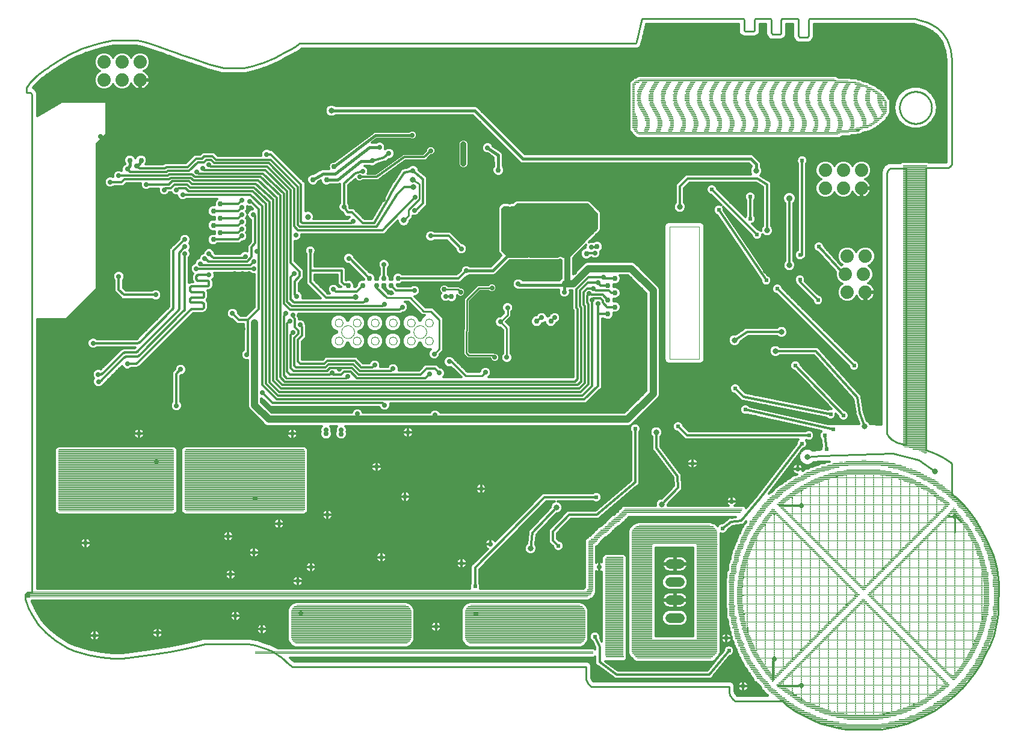
<source format=gbl>
G75*
%MOIN*%
%OFA0B0*%
%FSLAX25Y25*%
%IPPOS*%
%LPD*%
%AMOC8*
5,1,8,0,0,1.08239X$1,22.5*
%
%ADD10C,0.00000*%
%ADD11C,0.00394*%
%ADD12R,0.20330X0.00333*%
%ADD13R,0.22000X0.00334*%
%ADD14R,0.29330X0.00333*%
%ADD15R,0.30670X0.00333*%
%ADD16R,0.36000X0.00334*%
%ADD17R,0.36000X0.00333*%
%ADD18R,0.40670X0.00333*%
%ADD19R,0.12340X0.00334*%
%ADD20R,0.13340X0.00333*%
%ADD21R,0.13330X0.00333*%
%ADD22R,0.10330X0.00333*%
%ADD23R,0.10330X0.00334*%
%ADD24R,0.11670X0.00333*%
%ADD25R,0.11340X0.00333*%
%ADD26R,0.10000X0.00333*%
%ADD27R,0.08330X0.00334*%
%ADD28R,0.00660X0.00334*%
%ADD29R,0.00340X0.00334*%
%ADD30R,0.08670X0.00334*%
%ADD31R,0.08330X0.00333*%
%ADD32R,0.09000X0.00333*%
%ADD33R,0.07330X0.00334*%
%ADD34R,0.07000X0.00334*%
%ADD35R,0.07340X0.00333*%
%ADD36R,0.07000X0.00333*%
%ADD37R,0.06670X0.00333*%
%ADD38R,0.05660X0.00334*%
%ADD39R,0.07340X0.00334*%
%ADD40R,0.05660X0.00333*%
%ADD41R,0.06000X0.00333*%
%ADD42R,0.07670X0.00333*%
%ADD43R,0.06670X0.00334*%
%ADD44R,0.06660X0.00334*%
%ADD45R,0.06660X0.00333*%
%ADD46R,0.05670X0.00333*%
%ADD47R,0.05670X0.00334*%
%ADD48R,0.06340X0.00333*%
%ADD49R,0.05000X0.00334*%
%ADD50R,0.05340X0.00334*%
%ADD51R,0.05330X0.00333*%
%ADD52R,0.06330X0.00333*%
%ADD53R,0.06000X0.00334*%
%ADD54R,0.05000X0.00333*%
%ADD55R,0.04340X0.00334*%
%ADD56R,0.05340X0.00333*%
%ADD57R,0.05330X0.00334*%
%ADD58R,0.04330X0.00333*%
%ADD59R,0.04330X0.00334*%
%ADD60R,0.03670X0.00333*%
%ADD61R,0.04000X0.00334*%
%ADD62R,0.04000X0.00333*%
%ADD63R,0.04670X0.00333*%
%ADD64R,0.03670X0.00334*%
%ADD65R,0.03330X0.00333*%
%ADD66R,0.04660X0.00333*%
%ADD67R,0.04660X0.00334*%
%ADD68R,0.04340X0.00333*%
%ADD69R,0.03660X0.00333*%
%ADD70R,0.03340X0.00333*%
%ADD71R,0.02670X0.00334*%
%ADD72R,0.03330X0.00334*%
%ADD73R,0.03000X0.00333*%
%ADD74R,0.03340X0.00334*%
%ADD75R,0.03000X0.00334*%
%ADD76R,0.02670X0.00333*%
%ADD77R,0.41000X0.00333*%
%ADD78R,0.09330X0.00334*%
%ADD79R,0.42340X0.00334*%
%ADD80R,0.43000X0.00333*%
%ADD81R,0.43660X0.00334*%
%ADD82R,0.44340X0.00333*%
%ADD83R,0.45660X0.00333*%
%ADD84R,1.87330X0.00334*%
%ADD85R,0.46340X0.00334*%
%ADD86R,1.87330X0.00333*%
%ADD87R,0.46340X0.00333*%
%ADD88R,0.46670X0.00333*%
%ADD89R,0.47330X0.00334*%
%ADD90R,0.47330X0.00333*%
%ADD91R,0.47660X0.00333*%
%ADD92R,0.47660X0.00334*%
%ADD93R,0.02660X0.00334*%
%ADD94R,0.02660X0.00333*%
%ADD95R,0.02330X0.00334*%
%ADD96R,0.02340X0.00333*%
%ADD97R,0.02340X0.00334*%
%ADD98R,0.11660X0.00333*%
%ADD99R,0.11660X0.00334*%
%ADD100R,0.02330X0.00333*%
%ADD101R,0.02000X0.00333*%
%ADD102R,3.10000X0.00333*%
%ADD103R,3.10000X0.00334*%
%ADD104R,3.10340X0.00333*%
%ADD105R,3.11670X0.00333*%
%ADD106R,3.12000X0.00334*%
%ADD107R,3.12000X0.00333*%
%ADD108R,3.12330X0.00334*%
%ADD109R,3.10330X0.00333*%
%ADD110R,0.10000X0.00334*%
%ADD111R,0.09330X0.00333*%
%ADD112R,0.12000X0.00333*%
%ADD113R,0.03660X0.00334*%
%ADD114R,0.04670X0.00334*%
%ADD115R,0.47000X0.00334*%
%ADD116R,0.43660X0.00333*%
%ADD117R,0.42670X0.00333*%
%ADD118R,0.40670X0.00334*%
%ADD119R,0.39660X0.00333*%
%ADD120R,0.66330X0.00334*%
%ADD121R,0.66330X0.00333*%
%ADD122R,0.65660X0.00334*%
%ADD123R,0.65670X0.00333*%
%ADD124R,0.65340X0.00333*%
%ADD125R,0.65660X0.00333*%
%ADD126R,0.06330X0.00334*%
%ADD127R,0.06340X0.00334*%
%ADD128R,0.07330X0.00333*%
%ADD129R,0.08000X0.00334*%
%ADD130R,0.08000X0.00333*%
%ADD131R,0.08670X0.00333*%
%ADD132R,0.00670X0.00333*%
%ADD133R,0.11670X0.00334*%
%ADD134R,0.10670X0.00334*%
%ADD135R,0.13340X0.00334*%
%ADD136R,0.12660X0.00334*%
%ADD137R,0.35660X0.00334*%
%ADD138R,0.35660X0.00333*%
%ADD139R,0.34000X0.00333*%
%ADD140R,0.29330X0.00334*%
%ADD141R,0.22670X0.00333*%
%ADD142R,0.01670X0.00333*%
%ADD143R,0.20670X0.00333*%
%ADD144R,0.20670X0.00334*%
%ADD145R,0.01000X0.00334*%
%ADD146R,0.01660X0.00333*%
%ADD147R,0.09660X0.00334*%
%ADD148R,0.12660X0.00333*%
%ADD149R,0.13330X0.00334*%
%ADD150R,0.60670X0.00334*%
%ADD151R,0.62000X0.00333*%
%ADD152R,0.63330X0.00333*%
%ADD153R,0.64000X0.00334*%
%ADD154R,0.64670X0.00333*%
%ADD155R,0.65330X0.00333*%
%ADD156R,0.65330X0.00334*%
%ADD157R,0.66000X0.00333*%
%ADD158R,0.66670X0.00334*%
%ADD159R,0.66670X0.00333*%
%ADD160R,0.66000X0.00334*%
%ADD161R,0.64670X0.00334*%
%ADD162R,0.64000X0.00333*%
%ADD163R,0.62000X0.00334*%
%ADD164R,0.60670X0.00333*%
%ADD165R,0.63000X0.00333*%
%ADD166R,0.63670X0.00334*%
%ADD167R,0.64330X0.00333*%
%ADD168R,0.64330X0.00334*%
%ADD169R,0.63670X0.00333*%
%ADD170R,1.10660X0.00333*%
%ADD171R,1.11670X0.00334*%
%ADD172R,1.12660X0.00333*%
%ADD173R,1.18000X0.00333*%
%ADD174R,0.07670X0.00334*%
%ADD175R,0.10670X0.00333*%
%ADD176R,0.11000X0.00333*%
%ADD177R,0.02000X0.00334*%
%ADD178R,0.01670X0.00334*%
%ADD179R,0.01660X0.00334*%
%ADD180R,0.01340X0.00333*%
%ADD181R,0.01340X0.00334*%
%ADD182R,0.01330X0.00334*%
%ADD183R,0.01330X0.00333*%
%ADD184R,0.07660X0.00334*%
%ADD185R,0.13670X0.00333*%
%ADD186R,0.12330X0.00334*%
%ADD187R,1.10000X0.00333*%
%ADD188R,1.09330X0.00334*%
%ADD189R,1.08000X0.00333*%
%ADD190R,0.02333X0.00667*%
%ADD191R,0.02000X0.00667*%
%ADD192R,0.11000X0.00334*%
%ADD193R,0.17330X0.00333*%
%ADD194R,0.21670X0.00333*%
%ADD195R,0.25670X0.00334*%
%ADD196R,0.28340X0.00333*%
%ADD197R,0.30660X0.00333*%
%ADD198R,0.34330X0.00334*%
%ADD199R,0.38000X0.00333*%
%ADD200R,0.15000X0.00334*%
%ADD201R,0.00670X0.00334*%
%ADD202R,0.14670X0.00334*%
%ADD203R,0.13000X0.00333*%
%ADD204R,0.00340X0.00333*%
%ADD205R,0.11330X0.00333*%
%ADD206R,0.46330X0.00334*%
%ADD207R,0.09670X0.00333*%
%ADD208R,0.00660X0.00333*%
%ADD209R,0.09340X0.00333*%
%ADD210R,0.08340X0.00333*%
%ADD211R,0.69670X0.00333*%
%ADD212R,0.00330X0.00334*%
%ADD213R,0.83000X0.00334*%
%ADD214R,0.79340X0.00333*%
%ADD215R,0.91660X0.00334*%
%ADD216R,0.96000X0.00333*%
%ADD217R,0.01000X0.00333*%
%ADD218R,0.87000X0.00334*%
%ADD219R,0.86330X0.00333*%
%ADD220R,0.14000X0.00334*%
%ADD221R,0.77000X0.00334*%
%ADD222R,0.14340X0.00333*%
%ADD223R,0.76330X0.00333*%
%ADD224R,0.14000X0.00333*%
%ADD225R,0.67000X0.00334*%
%ADD226R,0.22340X0.00333*%
%ADD227R,0.24330X0.00334*%
%ADD228R,0.57000X0.00334*%
%ADD229R,0.29660X0.00334*%
%ADD230R,0.25000X0.00333*%
%ADD231R,0.56330X0.00333*%
%ADD232R,0.30000X0.00333*%
%ADD233R,0.34670X0.00334*%
%ADD234R,0.33660X0.00334*%
%ADD235R,0.46330X0.00333*%
%ADD236R,0.37340X0.00333*%
%ADD237R,0.38670X0.00334*%
%ADD238R,0.37000X0.00334*%
%ADD239R,0.41340X0.00333*%
%ADD240R,0.36330X0.00333*%
%ADD241R,0.50330X0.00334*%
%ADD242R,0.27000X0.00334*%
%ADD243R,0.48330X0.00333*%
%ADD244R,0.26330X0.00333*%
%ADD245R,0.50670X0.00333*%
%ADD246R,0.53330X0.00334*%
%ADD247R,0.17000X0.00334*%
%ADD248R,0.56330X0.00334*%
%ADD249R,0.51330X0.00333*%
%ADD250R,0.16330X0.00333*%
%ADD251R,0.56670X0.00333*%
%ADD252R,0.59670X0.00334*%
%ADD253R,0.62340X0.00333*%
%ADD254R,0.00330X0.00333*%
%ADD255R,0.61670X0.00334*%
%ADD256R,0.64340X0.00333*%
%ADD257R,0.67340X0.00333*%
%ADD258R,0.60000X0.00334*%
%ADD259R,0.63340X0.00334*%
%ADD260R,0.62670X0.00333*%
%ADD261R,0.54330X0.00334*%
%ADD262R,0.14660X0.00334*%
%ADD263R,0.57670X0.00334*%
%ADD264R,0.54000X0.00333*%
%ADD265R,0.57330X0.00333*%
%ADD266R,0.48330X0.00334*%
%ADD267R,0.24660X0.00334*%
%ADD268R,0.52000X0.00334*%
%ADD269R,0.23000X0.00333*%
%ADD270R,0.51660X0.00333*%
%ADD271R,0.45000X0.00334*%
%ADD272R,0.32330X0.00334*%
%ADD273R,0.45670X0.00334*%
%ADD274R,0.44670X0.00333*%
%ADD275R,0.35340X0.00333*%
%ADD276R,0.45000X0.00333*%
%ADD277R,0.38330X0.00334*%
%ADD278R,0.42330X0.00334*%
%ADD279R,0.39000X0.00334*%
%ADD280R,0.45340X0.00333*%
%ADD281R,0.38330X0.00333*%
%ADD282R,0.31330X0.00334*%
%ADD283R,0.54660X0.00334*%
%ADD284R,0.31340X0.00334*%
%ADD285R,0.55340X0.00333*%
%ADD286R,0.31000X0.00333*%
%ADD287R,0.23660X0.00334*%
%ADD288R,0.64660X0.00334*%
%ADD289R,0.21340X0.00334*%
%ADD290R,0.23660X0.00333*%
%ADD291R,0.15330X0.00334*%
%ADD292R,0.74660X0.00334*%
%ADD293R,0.16000X0.00334*%
%ADD294R,0.14330X0.00333*%
%ADD295R,0.75670X0.00333*%
%ADD296R,0.15330X0.00333*%
%ADD297R,0.82330X0.00334*%
%ADD298R,0.85340X0.00333*%
%ADD299R,0.95000X0.00334*%
%ADD300R,0.95340X0.00333*%
%ADD301R,0.84670X0.00333*%
%ADD302R,0.71000X0.00333*%
%ADD303R,0.07660X0.00333*%
%ADD304R,0.52330X0.00334*%
%ADD305R,0.08660X0.00334*%
%ADD306R,0.11330X0.00334*%
%ADD307R,0.12670X0.00333*%
%ADD308R,0.12330X0.00333*%
%ADD309R,0.14330X0.00334*%
%ADD310R,0.39340X0.00333*%
%ADD311R,0.32000X0.00333*%
%ADD312R,0.30330X0.00333*%
%ADD313R,0.26000X0.00334*%
%ADD314R,0.18660X0.00333*%
%ADD315R,0.13000X0.00334*%
%ADD316R,0.01333X0.00667*%
%ADD317R,0.01000X0.00667*%
%ADD318R,0.01000X0.01000*%
%ADD319R,0.00667X0.02333*%
%ADD320R,0.01000X0.01000*%
%ADD321R,0.00667X0.01000*%
%ADD322R,0.01333X0.01000*%
%ADD323R,0.00667X0.00667*%
%ADD324R,0.00333X0.01333*%
%ADD325R,0.01000X0.01333*%
%ADD326R,0.01333X0.01333*%
%ADD327R,0.01667X0.01000*%
%ADD328R,0.00667X0.01000*%
%ADD329R,0.00667X0.00667*%
%ADD330R,0.01000X0.00667*%
%ADD331R,0.01000X0.01000*%
%ADD332R,0.00667X0.01000*%
%ADD333R,0.00667X0.00667*%
%ADD334R,0.00667X0.00667*%
%ADD335R,0.00667X0.01333*%
%ADD336R,0.00667X0.01333*%
%ADD337R,0.02000X0.01000*%
%ADD338R,0.01666X0.01666*%
%ADD339R,0.02333X0.01000*%
%ADD340R,0.01000X0.02333*%
%ADD341C,0.01000*%
%ADD342C,0.02775*%
%ADD343C,0.03000*%
%ADD344C,0.05400*%
%ADD345C,0.07400*%
%ADD346C,0.01200*%
%ADD347C,0.03169*%
%ADD348C,0.01600*%
%ADD349C,0.03200*%
%ADD350C,0.04000*%
%ADD351C,0.03200*%
%ADD352C,0.01181*%
%ADD353C,0.02400*%
%ADD354C,0.03562*%
D10*
X0182105Y0257072D02*
X0182107Y0257165D01*
X0182113Y0257257D01*
X0182123Y0257349D01*
X0182137Y0257440D01*
X0182154Y0257531D01*
X0182176Y0257621D01*
X0182201Y0257710D01*
X0182230Y0257798D01*
X0182263Y0257884D01*
X0182300Y0257969D01*
X0182340Y0258053D01*
X0182384Y0258134D01*
X0182431Y0258214D01*
X0182481Y0258292D01*
X0182535Y0258367D01*
X0182592Y0258440D01*
X0182652Y0258510D01*
X0182715Y0258578D01*
X0182781Y0258643D01*
X0182849Y0258705D01*
X0182920Y0258765D01*
X0182994Y0258821D01*
X0183070Y0258874D01*
X0183148Y0258923D01*
X0183228Y0258970D01*
X0183310Y0259012D01*
X0183394Y0259052D01*
X0183479Y0259087D01*
X0183566Y0259119D01*
X0183654Y0259148D01*
X0183743Y0259172D01*
X0183833Y0259193D01*
X0183924Y0259209D01*
X0184016Y0259222D01*
X0184108Y0259231D01*
X0184201Y0259236D01*
X0184293Y0259237D01*
X0184386Y0259234D01*
X0184478Y0259227D01*
X0184570Y0259216D01*
X0184661Y0259201D01*
X0184752Y0259183D01*
X0184842Y0259160D01*
X0184930Y0259134D01*
X0185018Y0259104D01*
X0185104Y0259070D01*
X0185188Y0259033D01*
X0185271Y0258991D01*
X0185352Y0258947D01*
X0185432Y0258899D01*
X0185509Y0258848D01*
X0185583Y0258793D01*
X0185656Y0258735D01*
X0185726Y0258675D01*
X0185793Y0258611D01*
X0185857Y0258545D01*
X0185919Y0258475D01*
X0185977Y0258404D01*
X0186032Y0258330D01*
X0186084Y0258253D01*
X0186133Y0258174D01*
X0186179Y0258094D01*
X0186221Y0258011D01*
X0186259Y0257927D01*
X0186294Y0257841D01*
X0186325Y0257754D01*
X0186352Y0257666D01*
X0186375Y0257576D01*
X0186395Y0257486D01*
X0186411Y0257395D01*
X0186423Y0257303D01*
X0186431Y0257211D01*
X0186435Y0257118D01*
X0186435Y0257026D01*
X0186431Y0256933D01*
X0186423Y0256841D01*
X0186411Y0256749D01*
X0186395Y0256658D01*
X0186375Y0256568D01*
X0186352Y0256478D01*
X0186325Y0256390D01*
X0186294Y0256303D01*
X0186259Y0256217D01*
X0186221Y0256133D01*
X0186179Y0256050D01*
X0186133Y0255970D01*
X0186084Y0255891D01*
X0186032Y0255814D01*
X0185977Y0255740D01*
X0185919Y0255669D01*
X0185857Y0255599D01*
X0185793Y0255533D01*
X0185726Y0255469D01*
X0185656Y0255409D01*
X0185583Y0255351D01*
X0185509Y0255296D01*
X0185432Y0255245D01*
X0185353Y0255197D01*
X0185271Y0255153D01*
X0185188Y0255111D01*
X0185104Y0255074D01*
X0185018Y0255040D01*
X0184930Y0255010D01*
X0184842Y0254984D01*
X0184752Y0254961D01*
X0184661Y0254943D01*
X0184570Y0254928D01*
X0184478Y0254917D01*
X0184386Y0254910D01*
X0184293Y0254907D01*
X0184201Y0254908D01*
X0184108Y0254913D01*
X0184016Y0254922D01*
X0183924Y0254935D01*
X0183833Y0254951D01*
X0183743Y0254972D01*
X0183654Y0254996D01*
X0183566Y0255025D01*
X0183479Y0255057D01*
X0183394Y0255092D01*
X0183310Y0255132D01*
X0183228Y0255174D01*
X0183148Y0255221D01*
X0183070Y0255270D01*
X0182994Y0255323D01*
X0182920Y0255379D01*
X0182849Y0255439D01*
X0182781Y0255501D01*
X0182715Y0255566D01*
X0182652Y0255634D01*
X0182592Y0255704D01*
X0182535Y0255777D01*
X0182481Y0255852D01*
X0182431Y0255930D01*
X0182384Y0256010D01*
X0182340Y0256091D01*
X0182300Y0256175D01*
X0182263Y0256260D01*
X0182230Y0256346D01*
X0182201Y0256434D01*
X0182176Y0256523D01*
X0182154Y0256613D01*
X0182137Y0256704D01*
X0182123Y0256795D01*
X0182113Y0256887D01*
X0182107Y0256979D01*
X0182105Y0257072D01*
X0185727Y0262072D02*
X0185729Y0262190D01*
X0185735Y0262309D01*
X0185745Y0262427D01*
X0185759Y0262544D01*
X0185776Y0262661D01*
X0185798Y0262778D01*
X0185824Y0262893D01*
X0185853Y0263008D01*
X0185886Y0263122D01*
X0185923Y0263234D01*
X0185964Y0263345D01*
X0186008Y0263455D01*
X0186056Y0263563D01*
X0186108Y0263670D01*
X0186163Y0263775D01*
X0186222Y0263878D01*
X0186284Y0263978D01*
X0186349Y0264077D01*
X0186418Y0264174D01*
X0186489Y0264268D01*
X0186564Y0264359D01*
X0186642Y0264449D01*
X0186723Y0264535D01*
X0186807Y0264619D01*
X0186893Y0264700D01*
X0186983Y0264778D01*
X0187074Y0264853D01*
X0187168Y0264924D01*
X0187265Y0264993D01*
X0187364Y0265058D01*
X0187464Y0265120D01*
X0187567Y0265179D01*
X0187672Y0265234D01*
X0187779Y0265286D01*
X0187887Y0265334D01*
X0187997Y0265378D01*
X0188108Y0265419D01*
X0188220Y0265456D01*
X0188334Y0265489D01*
X0188449Y0265518D01*
X0188564Y0265544D01*
X0188681Y0265566D01*
X0188798Y0265583D01*
X0188915Y0265597D01*
X0189033Y0265607D01*
X0189152Y0265613D01*
X0189270Y0265615D01*
X0189388Y0265613D01*
X0189507Y0265607D01*
X0189625Y0265597D01*
X0189742Y0265583D01*
X0189859Y0265566D01*
X0189976Y0265544D01*
X0190091Y0265518D01*
X0190206Y0265489D01*
X0190320Y0265456D01*
X0190432Y0265419D01*
X0190543Y0265378D01*
X0190653Y0265334D01*
X0190761Y0265286D01*
X0190868Y0265234D01*
X0190973Y0265179D01*
X0191076Y0265120D01*
X0191176Y0265058D01*
X0191275Y0264993D01*
X0191372Y0264924D01*
X0191466Y0264853D01*
X0191557Y0264778D01*
X0191647Y0264700D01*
X0191733Y0264619D01*
X0191817Y0264535D01*
X0191898Y0264449D01*
X0191976Y0264359D01*
X0192051Y0264268D01*
X0192122Y0264174D01*
X0192191Y0264077D01*
X0192256Y0263978D01*
X0192318Y0263878D01*
X0192377Y0263775D01*
X0192432Y0263670D01*
X0192484Y0263563D01*
X0192532Y0263455D01*
X0192576Y0263345D01*
X0192617Y0263234D01*
X0192654Y0263122D01*
X0192687Y0263008D01*
X0192716Y0262893D01*
X0192742Y0262778D01*
X0192764Y0262661D01*
X0192781Y0262544D01*
X0192795Y0262427D01*
X0192805Y0262309D01*
X0192811Y0262190D01*
X0192813Y0262072D01*
X0192811Y0261954D01*
X0192805Y0261835D01*
X0192795Y0261717D01*
X0192781Y0261600D01*
X0192764Y0261483D01*
X0192742Y0261366D01*
X0192716Y0261251D01*
X0192687Y0261136D01*
X0192654Y0261022D01*
X0192617Y0260910D01*
X0192576Y0260799D01*
X0192532Y0260689D01*
X0192484Y0260581D01*
X0192432Y0260474D01*
X0192377Y0260369D01*
X0192318Y0260266D01*
X0192256Y0260166D01*
X0192191Y0260067D01*
X0192122Y0259970D01*
X0192051Y0259876D01*
X0191976Y0259785D01*
X0191898Y0259695D01*
X0191817Y0259609D01*
X0191733Y0259525D01*
X0191647Y0259444D01*
X0191557Y0259366D01*
X0191466Y0259291D01*
X0191372Y0259220D01*
X0191275Y0259151D01*
X0191176Y0259086D01*
X0191076Y0259024D01*
X0190973Y0258965D01*
X0190868Y0258910D01*
X0190761Y0258858D01*
X0190653Y0258810D01*
X0190543Y0258766D01*
X0190432Y0258725D01*
X0190320Y0258688D01*
X0190206Y0258655D01*
X0190091Y0258626D01*
X0189976Y0258600D01*
X0189859Y0258578D01*
X0189742Y0258561D01*
X0189625Y0258547D01*
X0189507Y0258537D01*
X0189388Y0258531D01*
X0189270Y0258529D01*
X0189152Y0258531D01*
X0189033Y0258537D01*
X0188915Y0258547D01*
X0188798Y0258561D01*
X0188681Y0258578D01*
X0188564Y0258600D01*
X0188449Y0258626D01*
X0188334Y0258655D01*
X0188220Y0258688D01*
X0188108Y0258725D01*
X0187997Y0258766D01*
X0187887Y0258810D01*
X0187779Y0258858D01*
X0187672Y0258910D01*
X0187567Y0258965D01*
X0187464Y0259024D01*
X0187364Y0259086D01*
X0187265Y0259151D01*
X0187168Y0259220D01*
X0187074Y0259291D01*
X0186983Y0259366D01*
X0186893Y0259444D01*
X0186807Y0259525D01*
X0186723Y0259609D01*
X0186642Y0259695D01*
X0186564Y0259785D01*
X0186489Y0259876D01*
X0186418Y0259970D01*
X0186349Y0260067D01*
X0186284Y0260166D01*
X0186222Y0260266D01*
X0186163Y0260369D01*
X0186108Y0260474D01*
X0186056Y0260581D01*
X0186008Y0260689D01*
X0185964Y0260799D01*
X0185923Y0260910D01*
X0185886Y0261022D01*
X0185853Y0261136D01*
X0185824Y0261251D01*
X0185798Y0261366D01*
X0185776Y0261483D01*
X0185759Y0261600D01*
X0185745Y0261717D01*
X0185735Y0261835D01*
X0185729Y0261954D01*
X0185727Y0262072D01*
X0182105Y0267072D02*
X0182107Y0267165D01*
X0182113Y0267257D01*
X0182123Y0267349D01*
X0182137Y0267440D01*
X0182154Y0267531D01*
X0182176Y0267621D01*
X0182201Y0267710D01*
X0182230Y0267798D01*
X0182263Y0267884D01*
X0182300Y0267969D01*
X0182340Y0268053D01*
X0182384Y0268134D01*
X0182431Y0268214D01*
X0182481Y0268292D01*
X0182535Y0268367D01*
X0182592Y0268440D01*
X0182652Y0268510D01*
X0182715Y0268578D01*
X0182781Y0268643D01*
X0182849Y0268705D01*
X0182920Y0268765D01*
X0182994Y0268821D01*
X0183070Y0268874D01*
X0183148Y0268923D01*
X0183228Y0268970D01*
X0183310Y0269012D01*
X0183394Y0269052D01*
X0183479Y0269087D01*
X0183566Y0269119D01*
X0183654Y0269148D01*
X0183743Y0269172D01*
X0183833Y0269193D01*
X0183924Y0269209D01*
X0184016Y0269222D01*
X0184108Y0269231D01*
X0184201Y0269236D01*
X0184293Y0269237D01*
X0184386Y0269234D01*
X0184478Y0269227D01*
X0184570Y0269216D01*
X0184661Y0269201D01*
X0184752Y0269183D01*
X0184842Y0269160D01*
X0184930Y0269134D01*
X0185018Y0269104D01*
X0185104Y0269070D01*
X0185188Y0269033D01*
X0185271Y0268991D01*
X0185352Y0268947D01*
X0185432Y0268899D01*
X0185509Y0268848D01*
X0185583Y0268793D01*
X0185656Y0268735D01*
X0185726Y0268675D01*
X0185793Y0268611D01*
X0185857Y0268545D01*
X0185919Y0268475D01*
X0185977Y0268404D01*
X0186032Y0268330D01*
X0186084Y0268253D01*
X0186133Y0268174D01*
X0186179Y0268094D01*
X0186221Y0268011D01*
X0186259Y0267927D01*
X0186294Y0267841D01*
X0186325Y0267754D01*
X0186352Y0267666D01*
X0186375Y0267576D01*
X0186395Y0267486D01*
X0186411Y0267395D01*
X0186423Y0267303D01*
X0186431Y0267211D01*
X0186435Y0267118D01*
X0186435Y0267026D01*
X0186431Y0266933D01*
X0186423Y0266841D01*
X0186411Y0266749D01*
X0186395Y0266658D01*
X0186375Y0266568D01*
X0186352Y0266478D01*
X0186325Y0266390D01*
X0186294Y0266303D01*
X0186259Y0266217D01*
X0186221Y0266133D01*
X0186179Y0266050D01*
X0186133Y0265970D01*
X0186084Y0265891D01*
X0186032Y0265814D01*
X0185977Y0265740D01*
X0185919Y0265669D01*
X0185857Y0265599D01*
X0185793Y0265533D01*
X0185726Y0265469D01*
X0185656Y0265409D01*
X0185583Y0265351D01*
X0185509Y0265296D01*
X0185432Y0265245D01*
X0185353Y0265197D01*
X0185271Y0265153D01*
X0185188Y0265111D01*
X0185104Y0265074D01*
X0185018Y0265040D01*
X0184930Y0265010D01*
X0184842Y0264984D01*
X0184752Y0264961D01*
X0184661Y0264943D01*
X0184570Y0264928D01*
X0184478Y0264917D01*
X0184386Y0264910D01*
X0184293Y0264907D01*
X0184201Y0264908D01*
X0184108Y0264913D01*
X0184016Y0264922D01*
X0183924Y0264935D01*
X0183833Y0264951D01*
X0183743Y0264972D01*
X0183654Y0264996D01*
X0183566Y0265025D01*
X0183479Y0265057D01*
X0183394Y0265092D01*
X0183310Y0265132D01*
X0183228Y0265174D01*
X0183148Y0265221D01*
X0183070Y0265270D01*
X0182994Y0265323D01*
X0182920Y0265379D01*
X0182849Y0265439D01*
X0182781Y0265501D01*
X0182715Y0265566D01*
X0182652Y0265634D01*
X0182592Y0265704D01*
X0182535Y0265777D01*
X0182481Y0265852D01*
X0182431Y0265930D01*
X0182384Y0266010D01*
X0182340Y0266091D01*
X0182300Y0266175D01*
X0182263Y0266260D01*
X0182230Y0266346D01*
X0182201Y0266434D01*
X0182176Y0266523D01*
X0182154Y0266613D01*
X0182137Y0266704D01*
X0182123Y0266795D01*
X0182113Y0266887D01*
X0182107Y0266979D01*
X0182105Y0267072D01*
X0192105Y0267072D02*
X0192107Y0267165D01*
X0192113Y0267257D01*
X0192123Y0267349D01*
X0192137Y0267440D01*
X0192154Y0267531D01*
X0192176Y0267621D01*
X0192201Y0267710D01*
X0192230Y0267798D01*
X0192263Y0267884D01*
X0192300Y0267969D01*
X0192340Y0268053D01*
X0192384Y0268134D01*
X0192431Y0268214D01*
X0192481Y0268292D01*
X0192535Y0268367D01*
X0192592Y0268440D01*
X0192652Y0268510D01*
X0192715Y0268578D01*
X0192781Y0268643D01*
X0192849Y0268705D01*
X0192920Y0268765D01*
X0192994Y0268821D01*
X0193070Y0268874D01*
X0193148Y0268923D01*
X0193228Y0268970D01*
X0193310Y0269012D01*
X0193394Y0269052D01*
X0193479Y0269087D01*
X0193566Y0269119D01*
X0193654Y0269148D01*
X0193743Y0269172D01*
X0193833Y0269193D01*
X0193924Y0269209D01*
X0194016Y0269222D01*
X0194108Y0269231D01*
X0194201Y0269236D01*
X0194293Y0269237D01*
X0194386Y0269234D01*
X0194478Y0269227D01*
X0194570Y0269216D01*
X0194661Y0269201D01*
X0194752Y0269183D01*
X0194842Y0269160D01*
X0194930Y0269134D01*
X0195018Y0269104D01*
X0195104Y0269070D01*
X0195188Y0269033D01*
X0195271Y0268991D01*
X0195352Y0268947D01*
X0195432Y0268899D01*
X0195509Y0268848D01*
X0195583Y0268793D01*
X0195656Y0268735D01*
X0195726Y0268675D01*
X0195793Y0268611D01*
X0195857Y0268545D01*
X0195919Y0268475D01*
X0195977Y0268404D01*
X0196032Y0268330D01*
X0196084Y0268253D01*
X0196133Y0268174D01*
X0196179Y0268094D01*
X0196221Y0268011D01*
X0196259Y0267927D01*
X0196294Y0267841D01*
X0196325Y0267754D01*
X0196352Y0267666D01*
X0196375Y0267576D01*
X0196395Y0267486D01*
X0196411Y0267395D01*
X0196423Y0267303D01*
X0196431Y0267211D01*
X0196435Y0267118D01*
X0196435Y0267026D01*
X0196431Y0266933D01*
X0196423Y0266841D01*
X0196411Y0266749D01*
X0196395Y0266658D01*
X0196375Y0266568D01*
X0196352Y0266478D01*
X0196325Y0266390D01*
X0196294Y0266303D01*
X0196259Y0266217D01*
X0196221Y0266133D01*
X0196179Y0266050D01*
X0196133Y0265970D01*
X0196084Y0265891D01*
X0196032Y0265814D01*
X0195977Y0265740D01*
X0195919Y0265669D01*
X0195857Y0265599D01*
X0195793Y0265533D01*
X0195726Y0265469D01*
X0195656Y0265409D01*
X0195583Y0265351D01*
X0195509Y0265296D01*
X0195432Y0265245D01*
X0195353Y0265197D01*
X0195271Y0265153D01*
X0195188Y0265111D01*
X0195104Y0265074D01*
X0195018Y0265040D01*
X0194930Y0265010D01*
X0194842Y0264984D01*
X0194752Y0264961D01*
X0194661Y0264943D01*
X0194570Y0264928D01*
X0194478Y0264917D01*
X0194386Y0264910D01*
X0194293Y0264907D01*
X0194201Y0264908D01*
X0194108Y0264913D01*
X0194016Y0264922D01*
X0193924Y0264935D01*
X0193833Y0264951D01*
X0193743Y0264972D01*
X0193654Y0264996D01*
X0193566Y0265025D01*
X0193479Y0265057D01*
X0193394Y0265092D01*
X0193310Y0265132D01*
X0193228Y0265174D01*
X0193148Y0265221D01*
X0193070Y0265270D01*
X0192994Y0265323D01*
X0192920Y0265379D01*
X0192849Y0265439D01*
X0192781Y0265501D01*
X0192715Y0265566D01*
X0192652Y0265634D01*
X0192592Y0265704D01*
X0192535Y0265777D01*
X0192481Y0265852D01*
X0192431Y0265930D01*
X0192384Y0266010D01*
X0192340Y0266091D01*
X0192300Y0266175D01*
X0192263Y0266260D01*
X0192230Y0266346D01*
X0192201Y0266434D01*
X0192176Y0266523D01*
X0192154Y0266613D01*
X0192137Y0266704D01*
X0192123Y0266795D01*
X0192113Y0266887D01*
X0192107Y0266979D01*
X0192105Y0267072D01*
X0192105Y0257072D02*
X0192107Y0257165D01*
X0192113Y0257257D01*
X0192123Y0257349D01*
X0192137Y0257440D01*
X0192154Y0257531D01*
X0192176Y0257621D01*
X0192201Y0257710D01*
X0192230Y0257798D01*
X0192263Y0257884D01*
X0192300Y0257969D01*
X0192340Y0258053D01*
X0192384Y0258134D01*
X0192431Y0258214D01*
X0192481Y0258292D01*
X0192535Y0258367D01*
X0192592Y0258440D01*
X0192652Y0258510D01*
X0192715Y0258578D01*
X0192781Y0258643D01*
X0192849Y0258705D01*
X0192920Y0258765D01*
X0192994Y0258821D01*
X0193070Y0258874D01*
X0193148Y0258923D01*
X0193228Y0258970D01*
X0193310Y0259012D01*
X0193394Y0259052D01*
X0193479Y0259087D01*
X0193566Y0259119D01*
X0193654Y0259148D01*
X0193743Y0259172D01*
X0193833Y0259193D01*
X0193924Y0259209D01*
X0194016Y0259222D01*
X0194108Y0259231D01*
X0194201Y0259236D01*
X0194293Y0259237D01*
X0194386Y0259234D01*
X0194478Y0259227D01*
X0194570Y0259216D01*
X0194661Y0259201D01*
X0194752Y0259183D01*
X0194842Y0259160D01*
X0194930Y0259134D01*
X0195018Y0259104D01*
X0195104Y0259070D01*
X0195188Y0259033D01*
X0195271Y0258991D01*
X0195352Y0258947D01*
X0195432Y0258899D01*
X0195509Y0258848D01*
X0195583Y0258793D01*
X0195656Y0258735D01*
X0195726Y0258675D01*
X0195793Y0258611D01*
X0195857Y0258545D01*
X0195919Y0258475D01*
X0195977Y0258404D01*
X0196032Y0258330D01*
X0196084Y0258253D01*
X0196133Y0258174D01*
X0196179Y0258094D01*
X0196221Y0258011D01*
X0196259Y0257927D01*
X0196294Y0257841D01*
X0196325Y0257754D01*
X0196352Y0257666D01*
X0196375Y0257576D01*
X0196395Y0257486D01*
X0196411Y0257395D01*
X0196423Y0257303D01*
X0196431Y0257211D01*
X0196435Y0257118D01*
X0196435Y0257026D01*
X0196431Y0256933D01*
X0196423Y0256841D01*
X0196411Y0256749D01*
X0196395Y0256658D01*
X0196375Y0256568D01*
X0196352Y0256478D01*
X0196325Y0256390D01*
X0196294Y0256303D01*
X0196259Y0256217D01*
X0196221Y0256133D01*
X0196179Y0256050D01*
X0196133Y0255970D01*
X0196084Y0255891D01*
X0196032Y0255814D01*
X0195977Y0255740D01*
X0195919Y0255669D01*
X0195857Y0255599D01*
X0195793Y0255533D01*
X0195726Y0255469D01*
X0195656Y0255409D01*
X0195583Y0255351D01*
X0195509Y0255296D01*
X0195432Y0255245D01*
X0195353Y0255197D01*
X0195271Y0255153D01*
X0195188Y0255111D01*
X0195104Y0255074D01*
X0195018Y0255040D01*
X0194930Y0255010D01*
X0194842Y0254984D01*
X0194752Y0254961D01*
X0194661Y0254943D01*
X0194570Y0254928D01*
X0194478Y0254917D01*
X0194386Y0254910D01*
X0194293Y0254907D01*
X0194201Y0254908D01*
X0194108Y0254913D01*
X0194016Y0254922D01*
X0193924Y0254935D01*
X0193833Y0254951D01*
X0193743Y0254972D01*
X0193654Y0254996D01*
X0193566Y0255025D01*
X0193479Y0255057D01*
X0193394Y0255092D01*
X0193310Y0255132D01*
X0193228Y0255174D01*
X0193148Y0255221D01*
X0193070Y0255270D01*
X0192994Y0255323D01*
X0192920Y0255379D01*
X0192849Y0255439D01*
X0192781Y0255501D01*
X0192715Y0255566D01*
X0192652Y0255634D01*
X0192592Y0255704D01*
X0192535Y0255777D01*
X0192481Y0255852D01*
X0192431Y0255930D01*
X0192384Y0256010D01*
X0192340Y0256091D01*
X0192300Y0256175D01*
X0192263Y0256260D01*
X0192230Y0256346D01*
X0192201Y0256434D01*
X0192176Y0256523D01*
X0192154Y0256613D01*
X0192137Y0256704D01*
X0192123Y0256795D01*
X0192113Y0256887D01*
X0192107Y0256979D01*
X0192105Y0257072D01*
X0202105Y0257072D02*
X0202107Y0257165D01*
X0202113Y0257257D01*
X0202123Y0257349D01*
X0202137Y0257440D01*
X0202154Y0257531D01*
X0202176Y0257621D01*
X0202201Y0257710D01*
X0202230Y0257798D01*
X0202263Y0257884D01*
X0202300Y0257969D01*
X0202340Y0258053D01*
X0202384Y0258134D01*
X0202431Y0258214D01*
X0202481Y0258292D01*
X0202535Y0258367D01*
X0202592Y0258440D01*
X0202652Y0258510D01*
X0202715Y0258578D01*
X0202781Y0258643D01*
X0202849Y0258705D01*
X0202920Y0258765D01*
X0202994Y0258821D01*
X0203070Y0258874D01*
X0203148Y0258923D01*
X0203228Y0258970D01*
X0203310Y0259012D01*
X0203394Y0259052D01*
X0203479Y0259087D01*
X0203566Y0259119D01*
X0203654Y0259148D01*
X0203743Y0259172D01*
X0203833Y0259193D01*
X0203924Y0259209D01*
X0204016Y0259222D01*
X0204108Y0259231D01*
X0204201Y0259236D01*
X0204293Y0259237D01*
X0204386Y0259234D01*
X0204478Y0259227D01*
X0204570Y0259216D01*
X0204661Y0259201D01*
X0204752Y0259183D01*
X0204842Y0259160D01*
X0204930Y0259134D01*
X0205018Y0259104D01*
X0205104Y0259070D01*
X0205188Y0259033D01*
X0205271Y0258991D01*
X0205352Y0258947D01*
X0205432Y0258899D01*
X0205509Y0258848D01*
X0205583Y0258793D01*
X0205656Y0258735D01*
X0205726Y0258675D01*
X0205793Y0258611D01*
X0205857Y0258545D01*
X0205919Y0258475D01*
X0205977Y0258404D01*
X0206032Y0258330D01*
X0206084Y0258253D01*
X0206133Y0258174D01*
X0206179Y0258094D01*
X0206221Y0258011D01*
X0206259Y0257927D01*
X0206294Y0257841D01*
X0206325Y0257754D01*
X0206352Y0257666D01*
X0206375Y0257576D01*
X0206395Y0257486D01*
X0206411Y0257395D01*
X0206423Y0257303D01*
X0206431Y0257211D01*
X0206435Y0257118D01*
X0206435Y0257026D01*
X0206431Y0256933D01*
X0206423Y0256841D01*
X0206411Y0256749D01*
X0206395Y0256658D01*
X0206375Y0256568D01*
X0206352Y0256478D01*
X0206325Y0256390D01*
X0206294Y0256303D01*
X0206259Y0256217D01*
X0206221Y0256133D01*
X0206179Y0256050D01*
X0206133Y0255970D01*
X0206084Y0255891D01*
X0206032Y0255814D01*
X0205977Y0255740D01*
X0205919Y0255669D01*
X0205857Y0255599D01*
X0205793Y0255533D01*
X0205726Y0255469D01*
X0205656Y0255409D01*
X0205583Y0255351D01*
X0205509Y0255296D01*
X0205432Y0255245D01*
X0205353Y0255197D01*
X0205271Y0255153D01*
X0205188Y0255111D01*
X0205104Y0255074D01*
X0205018Y0255040D01*
X0204930Y0255010D01*
X0204842Y0254984D01*
X0204752Y0254961D01*
X0204661Y0254943D01*
X0204570Y0254928D01*
X0204478Y0254917D01*
X0204386Y0254910D01*
X0204293Y0254907D01*
X0204201Y0254908D01*
X0204108Y0254913D01*
X0204016Y0254922D01*
X0203924Y0254935D01*
X0203833Y0254951D01*
X0203743Y0254972D01*
X0203654Y0254996D01*
X0203566Y0255025D01*
X0203479Y0255057D01*
X0203394Y0255092D01*
X0203310Y0255132D01*
X0203228Y0255174D01*
X0203148Y0255221D01*
X0203070Y0255270D01*
X0202994Y0255323D01*
X0202920Y0255379D01*
X0202849Y0255439D01*
X0202781Y0255501D01*
X0202715Y0255566D01*
X0202652Y0255634D01*
X0202592Y0255704D01*
X0202535Y0255777D01*
X0202481Y0255852D01*
X0202431Y0255930D01*
X0202384Y0256010D01*
X0202340Y0256091D01*
X0202300Y0256175D01*
X0202263Y0256260D01*
X0202230Y0256346D01*
X0202201Y0256434D01*
X0202176Y0256523D01*
X0202154Y0256613D01*
X0202137Y0256704D01*
X0202123Y0256795D01*
X0202113Y0256887D01*
X0202107Y0256979D01*
X0202105Y0257072D01*
X0202105Y0267072D02*
X0202107Y0267165D01*
X0202113Y0267257D01*
X0202123Y0267349D01*
X0202137Y0267440D01*
X0202154Y0267531D01*
X0202176Y0267621D01*
X0202201Y0267710D01*
X0202230Y0267798D01*
X0202263Y0267884D01*
X0202300Y0267969D01*
X0202340Y0268053D01*
X0202384Y0268134D01*
X0202431Y0268214D01*
X0202481Y0268292D01*
X0202535Y0268367D01*
X0202592Y0268440D01*
X0202652Y0268510D01*
X0202715Y0268578D01*
X0202781Y0268643D01*
X0202849Y0268705D01*
X0202920Y0268765D01*
X0202994Y0268821D01*
X0203070Y0268874D01*
X0203148Y0268923D01*
X0203228Y0268970D01*
X0203310Y0269012D01*
X0203394Y0269052D01*
X0203479Y0269087D01*
X0203566Y0269119D01*
X0203654Y0269148D01*
X0203743Y0269172D01*
X0203833Y0269193D01*
X0203924Y0269209D01*
X0204016Y0269222D01*
X0204108Y0269231D01*
X0204201Y0269236D01*
X0204293Y0269237D01*
X0204386Y0269234D01*
X0204478Y0269227D01*
X0204570Y0269216D01*
X0204661Y0269201D01*
X0204752Y0269183D01*
X0204842Y0269160D01*
X0204930Y0269134D01*
X0205018Y0269104D01*
X0205104Y0269070D01*
X0205188Y0269033D01*
X0205271Y0268991D01*
X0205352Y0268947D01*
X0205432Y0268899D01*
X0205509Y0268848D01*
X0205583Y0268793D01*
X0205656Y0268735D01*
X0205726Y0268675D01*
X0205793Y0268611D01*
X0205857Y0268545D01*
X0205919Y0268475D01*
X0205977Y0268404D01*
X0206032Y0268330D01*
X0206084Y0268253D01*
X0206133Y0268174D01*
X0206179Y0268094D01*
X0206221Y0268011D01*
X0206259Y0267927D01*
X0206294Y0267841D01*
X0206325Y0267754D01*
X0206352Y0267666D01*
X0206375Y0267576D01*
X0206395Y0267486D01*
X0206411Y0267395D01*
X0206423Y0267303D01*
X0206431Y0267211D01*
X0206435Y0267118D01*
X0206435Y0267026D01*
X0206431Y0266933D01*
X0206423Y0266841D01*
X0206411Y0266749D01*
X0206395Y0266658D01*
X0206375Y0266568D01*
X0206352Y0266478D01*
X0206325Y0266390D01*
X0206294Y0266303D01*
X0206259Y0266217D01*
X0206221Y0266133D01*
X0206179Y0266050D01*
X0206133Y0265970D01*
X0206084Y0265891D01*
X0206032Y0265814D01*
X0205977Y0265740D01*
X0205919Y0265669D01*
X0205857Y0265599D01*
X0205793Y0265533D01*
X0205726Y0265469D01*
X0205656Y0265409D01*
X0205583Y0265351D01*
X0205509Y0265296D01*
X0205432Y0265245D01*
X0205353Y0265197D01*
X0205271Y0265153D01*
X0205188Y0265111D01*
X0205104Y0265074D01*
X0205018Y0265040D01*
X0204930Y0265010D01*
X0204842Y0264984D01*
X0204752Y0264961D01*
X0204661Y0264943D01*
X0204570Y0264928D01*
X0204478Y0264917D01*
X0204386Y0264910D01*
X0204293Y0264907D01*
X0204201Y0264908D01*
X0204108Y0264913D01*
X0204016Y0264922D01*
X0203924Y0264935D01*
X0203833Y0264951D01*
X0203743Y0264972D01*
X0203654Y0264996D01*
X0203566Y0265025D01*
X0203479Y0265057D01*
X0203394Y0265092D01*
X0203310Y0265132D01*
X0203228Y0265174D01*
X0203148Y0265221D01*
X0203070Y0265270D01*
X0202994Y0265323D01*
X0202920Y0265379D01*
X0202849Y0265439D01*
X0202781Y0265501D01*
X0202715Y0265566D01*
X0202652Y0265634D01*
X0202592Y0265704D01*
X0202535Y0265777D01*
X0202481Y0265852D01*
X0202431Y0265930D01*
X0202384Y0266010D01*
X0202340Y0266091D01*
X0202300Y0266175D01*
X0202263Y0266260D01*
X0202230Y0266346D01*
X0202201Y0266434D01*
X0202176Y0266523D01*
X0202154Y0266613D01*
X0202137Y0266704D01*
X0202123Y0266795D01*
X0202113Y0266887D01*
X0202107Y0266979D01*
X0202105Y0267072D01*
X0212105Y0267072D02*
X0212107Y0267165D01*
X0212113Y0267257D01*
X0212123Y0267349D01*
X0212137Y0267440D01*
X0212154Y0267531D01*
X0212176Y0267621D01*
X0212201Y0267710D01*
X0212230Y0267798D01*
X0212263Y0267884D01*
X0212300Y0267969D01*
X0212340Y0268053D01*
X0212384Y0268134D01*
X0212431Y0268214D01*
X0212481Y0268292D01*
X0212535Y0268367D01*
X0212592Y0268440D01*
X0212652Y0268510D01*
X0212715Y0268578D01*
X0212781Y0268643D01*
X0212849Y0268705D01*
X0212920Y0268765D01*
X0212994Y0268821D01*
X0213070Y0268874D01*
X0213148Y0268923D01*
X0213228Y0268970D01*
X0213310Y0269012D01*
X0213394Y0269052D01*
X0213479Y0269087D01*
X0213566Y0269119D01*
X0213654Y0269148D01*
X0213743Y0269172D01*
X0213833Y0269193D01*
X0213924Y0269209D01*
X0214016Y0269222D01*
X0214108Y0269231D01*
X0214201Y0269236D01*
X0214293Y0269237D01*
X0214386Y0269234D01*
X0214478Y0269227D01*
X0214570Y0269216D01*
X0214661Y0269201D01*
X0214752Y0269183D01*
X0214842Y0269160D01*
X0214930Y0269134D01*
X0215018Y0269104D01*
X0215104Y0269070D01*
X0215188Y0269033D01*
X0215271Y0268991D01*
X0215352Y0268947D01*
X0215432Y0268899D01*
X0215509Y0268848D01*
X0215583Y0268793D01*
X0215656Y0268735D01*
X0215726Y0268675D01*
X0215793Y0268611D01*
X0215857Y0268545D01*
X0215919Y0268475D01*
X0215977Y0268404D01*
X0216032Y0268330D01*
X0216084Y0268253D01*
X0216133Y0268174D01*
X0216179Y0268094D01*
X0216221Y0268011D01*
X0216259Y0267927D01*
X0216294Y0267841D01*
X0216325Y0267754D01*
X0216352Y0267666D01*
X0216375Y0267576D01*
X0216395Y0267486D01*
X0216411Y0267395D01*
X0216423Y0267303D01*
X0216431Y0267211D01*
X0216435Y0267118D01*
X0216435Y0267026D01*
X0216431Y0266933D01*
X0216423Y0266841D01*
X0216411Y0266749D01*
X0216395Y0266658D01*
X0216375Y0266568D01*
X0216352Y0266478D01*
X0216325Y0266390D01*
X0216294Y0266303D01*
X0216259Y0266217D01*
X0216221Y0266133D01*
X0216179Y0266050D01*
X0216133Y0265970D01*
X0216084Y0265891D01*
X0216032Y0265814D01*
X0215977Y0265740D01*
X0215919Y0265669D01*
X0215857Y0265599D01*
X0215793Y0265533D01*
X0215726Y0265469D01*
X0215656Y0265409D01*
X0215583Y0265351D01*
X0215509Y0265296D01*
X0215432Y0265245D01*
X0215353Y0265197D01*
X0215271Y0265153D01*
X0215188Y0265111D01*
X0215104Y0265074D01*
X0215018Y0265040D01*
X0214930Y0265010D01*
X0214842Y0264984D01*
X0214752Y0264961D01*
X0214661Y0264943D01*
X0214570Y0264928D01*
X0214478Y0264917D01*
X0214386Y0264910D01*
X0214293Y0264907D01*
X0214201Y0264908D01*
X0214108Y0264913D01*
X0214016Y0264922D01*
X0213924Y0264935D01*
X0213833Y0264951D01*
X0213743Y0264972D01*
X0213654Y0264996D01*
X0213566Y0265025D01*
X0213479Y0265057D01*
X0213394Y0265092D01*
X0213310Y0265132D01*
X0213228Y0265174D01*
X0213148Y0265221D01*
X0213070Y0265270D01*
X0212994Y0265323D01*
X0212920Y0265379D01*
X0212849Y0265439D01*
X0212781Y0265501D01*
X0212715Y0265566D01*
X0212652Y0265634D01*
X0212592Y0265704D01*
X0212535Y0265777D01*
X0212481Y0265852D01*
X0212431Y0265930D01*
X0212384Y0266010D01*
X0212340Y0266091D01*
X0212300Y0266175D01*
X0212263Y0266260D01*
X0212230Y0266346D01*
X0212201Y0266434D01*
X0212176Y0266523D01*
X0212154Y0266613D01*
X0212137Y0266704D01*
X0212123Y0266795D01*
X0212113Y0266887D01*
X0212107Y0266979D01*
X0212105Y0267072D01*
X0212105Y0257072D02*
X0212107Y0257165D01*
X0212113Y0257257D01*
X0212123Y0257349D01*
X0212137Y0257440D01*
X0212154Y0257531D01*
X0212176Y0257621D01*
X0212201Y0257710D01*
X0212230Y0257798D01*
X0212263Y0257884D01*
X0212300Y0257969D01*
X0212340Y0258053D01*
X0212384Y0258134D01*
X0212431Y0258214D01*
X0212481Y0258292D01*
X0212535Y0258367D01*
X0212592Y0258440D01*
X0212652Y0258510D01*
X0212715Y0258578D01*
X0212781Y0258643D01*
X0212849Y0258705D01*
X0212920Y0258765D01*
X0212994Y0258821D01*
X0213070Y0258874D01*
X0213148Y0258923D01*
X0213228Y0258970D01*
X0213310Y0259012D01*
X0213394Y0259052D01*
X0213479Y0259087D01*
X0213566Y0259119D01*
X0213654Y0259148D01*
X0213743Y0259172D01*
X0213833Y0259193D01*
X0213924Y0259209D01*
X0214016Y0259222D01*
X0214108Y0259231D01*
X0214201Y0259236D01*
X0214293Y0259237D01*
X0214386Y0259234D01*
X0214478Y0259227D01*
X0214570Y0259216D01*
X0214661Y0259201D01*
X0214752Y0259183D01*
X0214842Y0259160D01*
X0214930Y0259134D01*
X0215018Y0259104D01*
X0215104Y0259070D01*
X0215188Y0259033D01*
X0215271Y0258991D01*
X0215352Y0258947D01*
X0215432Y0258899D01*
X0215509Y0258848D01*
X0215583Y0258793D01*
X0215656Y0258735D01*
X0215726Y0258675D01*
X0215793Y0258611D01*
X0215857Y0258545D01*
X0215919Y0258475D01*
X0215977Y0258404D01*
X0216032Y0258330D01*
X0216084Y0258253D01*
X0216133Y0258174D01*
X0216179Y0258094D01*
X0216221Y0258011D01*
X0216259Y0257927D01*
X0216294Y0257841D01*
X0216325Y0257754D01*
X0216352Y0257666D01*
X0216375Y0257576D01*
X0216395Y0257486D01*
X0216411Y0257395D01*
X0216423Y0257303D01*
X0216431Y0257211D01*
X0216435Y0257118D01*
X0216435Y0257026D01*
X0216431Y0256933D01*
X0216423Y0256841D01*
X0216411Y0256749D01*
X0216395Y0256658D01*
X0216375Y0256568D01*
X0216352Y0256478D01*
X0216325Y0256390D01*
X0216294Y0256303D01*
X0216259Y0256217D01*
X0216221Y0256133D01*
X0216179Y0256050D01*
X0216133Y0255970D01*
X0216084Y0255891D01*
X0216032Y0255814D01*
X0215977Y0255740D01*
X0215919Y0255669D01*
X0215857Y0255599D01*
X0215793Y0255533D01*
X0215726Y0255469D01*
X0215656Y0255409D01*
X0215583Y0255351D01*
X0215509Y0255296D01*
X0215432Y0255245D01*
X0215353Y0255197D01*
X0215271Y0255153D01*
X0215188Y0255111D01*
X0215104Y0255074D01*
X0215018Y0255040D01*
X0214930Y0255010D01*
X0214842Y0254984D01*
X0214752Y0254961D01*
X0214661Y0254943D01*
X0214570Y0254928D01*
X0214478Y0254917D01*
X0214386Y0254910D01*
X0214293Y0254907D01*
X0214201Y0254908D01*
X0214108Y0254913D01*
X0214016Y0254922D01*
X0213924Y0254935D01*
X0213833Y0254951D01*
X0213743Y0254972D01*
X0213654Y0254996D01*
X0213566Y0255025D01*
X0213479Y0255057D01*
X0213394Y0255092D01*
X0213310Y0255132D01*
X0213228Y0255174D01*
X0213148Y0255221D01*
X0213070Y0255270D01*
X0212994Y0255323D01*
X0212920Y0255379D01*
X0212849Y0255439D01*
X0212781Y0255501D01*
X0212715Y0255566D01*
X0212652Y0255634D01*
X0212592Y0255704D01*
X0212535Y0255777D01*
X0212481Y0255852D01*
X0212431Y0255930D01*
X0212384Y0256010D01*
X0212340Y0256091D01*
X0212300Y0256175D01*
X0212263Y0256260D01*
X0212230Y0256346D01*
X0212201Y0256434D01*
X0212176Y0256523D01*
X0212154Y0256613D01*
X0212137Y0256704D01*
X0212123Y0256795D01*
X0212113Y0256887D01*
X0212107Y0256979D01*
X0212105Y0257072D01*
X0222105Y0257072D02*
X0222107Y0257165D01*
X0222113Y0257257D01*
X0222123Y0257349D01*
X0222137Y0257440D01*
X0222154Y0257531D01*
X0222176Y0257621D01*
X0222201Y0257710D01*
X0222230Y0257798D01*
X0222263Y0257884D01*
X0222300Y0257969D01*
X0222340Y0258053D01*
X0222384Y0258134D01*
X0222431Y0258214D01*
X0222481Y0258292D01*
X0222535Y0258367D01*
X0222592Y0258440D01*
X0222652Y0258510D01*
X0222715Y0258578D01*
X0222781Y0258643D01*
X0222849Y0258705D01*
X0222920Y0258765D01*
X0222994Y0258821D01*
X0223070Y0258874D01*
X0223148Y0258923D01*
X0223228Y0258970D01*
X0223310Y0259012D01*
X0223394Y0259052D01*
X0223479Y0259087D01*
X0223566Y0259119D01*
X0223654Y0259148D01*
X0223743Y0259172D01*
X0223833Y0259193D01*
X0223924Y0259209D01*
X0224016Y0259222D01*
X0224108Y0259231D01*
X0224201Y0259236D01*
X0224293Y0259237D01*
X0224386Y0259234D01*
X0224478Y0259227D01*
X0224570Y0259216D01*
X0224661Y0259201D01*
X0224752Y0259183D01*
X0224842Y0259160D01*
X0224930Y0259134D01*
X0225018Y0259104D01*
X0225104Y0259070D01*
X0225188Y0259033D01*
X0225271Y0258991D01*
X0225352Y0258947D01*
X0225432Y0258899D01*
X0225509Y0258848D01*
X0225583Y0258793D01*
X0225656Y0258735D01*
X0225726Y0258675D01*
X0225793Y0258611D01*
X0225857Y0258545D01*
X0225919Y0258475D01*
X0225977Y0258404D01*
X0226032Y0258330D01*
X0226084Y0258253D01*
X0226133Y0258174D01*
X0226179Y0258094D01*
X0226221Y0258011D01*
X0226259Y0257927D01*
X0226294Y0257841D01*
X0226325Y0257754D01*
X0226352Y0257666D01*
X0226375Y0257576D01*
X0226395Y0257486D01*
X0226411Y0257395D01*
X0226423Y0257303D01*
X0226431Y0257211D01*
X0226435Y0257118D01*
X0226435Y0257026D01*
X0226431Y0256933D01*
X0226423Y0256841D01*
X0226411Y0256749D01*
X0226395Y0256658D01*
X0226375Y0256568D01*
X0226352Y0256478D01*
X0226325Y0256390D01*
X0226294Y0256303D01*
X0226259Y0256217D01*
X0226221Y0256133D01*
X0226179Y0256050D01*
X0226133Y0255970D01*
X0226084Y0255891D01*
X0226032Y0255814D01*
X0225977Y0255740D01*
X0225919Y0255669D01*
X0225857Y0255599D01*
X0225793Y0255533D01*
X0225726Y0255469D01*
X0225656Y0255409D01*
X0225583Y0255351D01*
X0225509Y0255296D01*
X0225432Y0255245D01*
X0225353Y0255197D01*
X0225271Y0255153D01*
X0225188Y0255111D01*
X0225104Y0255074D01*
X0225018Y0255040D01*
X0224930Y0255010D01*
X0224842Y0254984D01*
X0224752Y0254961D01*
X0224661Y0254943D01*
X0224570Y0254928D01*
X0224478Y0254917D01*
X0224386Y0254910D01*
X0224293Y0254907D01*
X0224201Y0254908D01*
X0224108Y0254913D01*
X0224016Y0254922D01*
X0223924Y0254935D01*
X0223833Y0254951D01*
X0223743Y0254972D01*
X0223654Y0254996D01*
X0223566Y0255025D01*
X0223479Y0255057D01*
X0223394Y0255092D01*
X0223310Y0255132D01*
X0223228Y0255174D01*
X0223148Y0255221D01*
X0223070Y0255270D01*
X0222994Y0255323D01*
X0222920Y0255379D01*
X0222849Y0255439D01*
X0222781Y0255501D01*
X0222715Y0255566D01*
X0222652Y0255634D01*
X0222592Y0255704D01*
X0222535Y0255777D01*
X0222481Y0255852D01*
X0222431Y0255930D01*
X0222384Y0256010D01*
X0222340Y0256091D01*
X0222300Y0256175D01*
X0222263Y0256260D01*
X0222230Y0256346D01*
X0222201Y0256434D01*
X0222176Y0256523D01*
X0222154Y0256613D01*
X0222137Y0256704D01*
X0222123Y0256795D01*
X0222113Y0256887D01*
X0222107Y0256979D01*
X0222105Y0257072D01*
X0225727Y0262072D02*
X0225729Y0262190D01*
X0225735Y0262309D01*
X0225745Y0262427D01*
X0225759Y0262544D01*
X0225776Y0262661D01*
X0225798Y0262778D01*
X0225824Y0262893D01*
X0225853Y0263008D01*
X0225886Y0263122D01*
X0225923Y0263234D01*
X0225964Y0263345D01*
X0226008Y0263455D01*
X0226056Y0263563D01*
X0226108Y0263670D01*
X0226163Y0263775D01*
X0226222Y0263878D01*
X0226284Y0263978D01*
X0226349Y0264077D01*
X0226418Y0264174D01*
X0226489Y0264268D01*
X0226564Y0264359D01*
X0226642Y0264449D01*
X0226723Y0264535D01*
X0226807Y0264619D01*
X0226893Y0264700D01*
X0226983Y0264778D01*
X0227074Y0264853D01*
X0227168Y0264924D01*
X0227265Y0264993D01*
X0227364Y0265058D01*
X0227464Y0265120D01*
X0227567Y0265179D01*
X0227672Y0265234D01*
X0227779Y0265286D01*
X0227887Y0265334D01*
X0227997Y0265378D01*
X0228108Y0265419D01*
X0228220Y0265456D01*
X0228334Y0265489D01*
X0228449Y0265518D01*
X0228564Y0265544D01*
X0228681Y0265566D01*
X0228798Y0265583D01*
X0228915Y0265597D01*
X0229033Y0265607D01*
X0229152Y0265613D01*
X0229270Y0265615D01*
X0229388Y0265613D01*
X0229507Y0265607D01*
X0229625Y0265597D01*
X0229742Y0265583D01*
X0229859Y0265566D01*
X0229976Y0265544D01*
X0230091Y0265518D01*
X0230206Y0265489D01*
X0230320Y0265456D01*
X0230432Y0265419D01*
X0230543Y0265378D01*
X0230653Y0265334D01*
X0230761Y0265286D01*
X0230868Y0265234D01*
X0230973Y0265179D01*
X0231076Y0265120D01*
X0231176Y0265058D01*
X0231275Y0264993D01*
X0231372Y0264924D01*
X0231466Y0264853D01*
X0231557Y0264778D01*
X0231647Y0264700D01*
X0231733Y0264619D01*
X0231817Y0264535D01*
X0231898Y0264449D01*
X0231976Y0264359D01*
X0232051Y0264268D01*
X0232122Y0264174D01*
X0232191Y0264077D01*
X0232256Y0263978D01*
X0232318Y0263878D01*
X0232377Y0263775D01*
X0232432Y0263670D01*
X0232484Y0263563D01*
X0232532Y0263455D01*
X0232576Y0263345D01*
X0232617Y0263234D01*
X0232654Y0263122D01*
X0232687Y0263008D01*
X0232716Y0262893D01*
X0232742Y0262778D01*
X0232764Y0262661D01*
X0232781Y0262544D01*
X0232795Y0262427D01*
X0232805Y0262309D01*
X0232811Y0262190D01*
X0232813Y0262072D01*
X0232811Y0261954D01*
X0232805Y0261835D01*
X0232795Y0261717D01*
X0232781Y0261600D01*
X0232764Y0261483D01*
X0232742Y0261366D01*
X0232716Y0261251D01*
X0232687Y0261136D01*
X0232654Y0261022D01*
X0232617Y0260910D01*
X0232576Y0260799D01*
X0232532Y0260689D01*
X0232484Y0260581D01*
X0232432Y0260474D01*
X0232377Y0260369D01*
X0232318Y0260266D01*
X0232256Y0260166D01*
X0232191Y0260067D01*
X0232122Y0259970D01*
X0232051Y0259876D01*
X0231976Y0259785D01*
X0231898Y0259695D01*
X0231817Y0259609D01*
X0231733Y0259525D01*
X0231647Y0259444D01*
X0231557Y0259366D01*
X0231466Y0259291D01*
X0231372Y0259220D01*
X0231275Y0259151D01*
X0231176Y0259086D01*
X0231076Y0259024D01*
X0230973Y0258965D01*
X0230868Y0258910D01*
X0230761Y0258858D01*
X0230653Y0258810D01*
X0230543Y0258766D01*
X0230432Y0258725D01*
X0230320Y0258688D01*
X0230206Y0258655D01*
X0230091Y0258626D01*
X0229976Y0258600D01*
X0229859Y0258578D01*
X0229742Y0258561D01*
X0229625Y0258547D01*
X0229507Y0258537D01*
X0229388Y0258531D01*
X0229270Y0258529D01*
X0229152Y0258531D01*
X0229033Y0258537D01*
X0228915Y0258547D01*
X0228798Y0258561D01*
X0228681Y0258578D01*
X0228564Y0258600D01*
X0228449Y0258626D01*
X0228334Y0258655D01*
X0228220Y0258688D01*
X0228108Y0258725D01*
X0227997Y0258766D01*
X0227887Y0258810D01*
X0227779Y0258858D01*
X0227672Y0258910D01*
X0227567Y0258965D01*
X0227464Y0259024D01*
X0227364Y0259086D01*
X0227265Y0259151D01*
X0227168Y0259220D01*
X0227074Y0259291D01*
X0226983Y0259366D01*
X0226893Y0259444D01*
X0226807Y0259525D01*
X0226723Y0259609D01*
X0226642Y0259695D01*
X0226564Y0259785D01*
X0226489Y0259876D01*
X0226418Y0259970D01*
X0226349Y0260067D01*
X0226284Y0260166D01*
X0226222Y0260266D01*
X0226163Y0260369D01*
X0226108Y0260474D01*
X0226056Y0260581D01*
X0226008Y0260689D01*
X0225964Y0260799D01*
X0225923Y0260910D01*
X0225886Y0261022D01*
X0225853Y0261136D01*
X0225824Y0261251D01*
X0225798Y0261366D01*
X0225776Y0261483D01*
X0225759Y0261600D01*
X0225745Y0261717D01*
X0225735Y0261835D01*
X0225729Y0261954D01*
X0225727Y0262072D01*
X0222105Y0267072D02*
X0222107Y0267165D01*
X0222113Y0267257D01*
X0222123Y0267349D01*
X0222137Y0267440D01*
X0222154Y0267531D01*
X0222176Y0267621D01*
X0222201Y0267710D01*
X0222230Y0267798D01*
X0222263Y0267884D01*
X0222300Y0267969D01*
X0222340Y0268053D01*
X0222384Y0268134D01*
X0222431Y0268214D01*
X0222481Y0268292D01*
X0222535Y0268367D01*
X0222592Y0268440D01*
X0222652Y0268510D01*
X0222715Y0268578D01*
X0222781Y0268643D01*
X0222849Y0268705D01*
X0222920Y0268765D01*
X0222994Y0268821D01*
X0223070Y0268874D01*
X0223148Y0268923D01*
X0223228Y0268970D01*
X0223310Y0269012D01*
X0223394Y0269052D01*
X0223479Y0269087D01*
X0223566Y0269119D01*
X0223654Y0269148D01*
X0223743Y0269172D01*
X0223833Y0269193D01*
X0223924Y0269209D01*
X0224016Y0269222D01*
X0224108Y0269231D01*
X0224201Y0269236D01*
X0224293Y0269237D01*
X0224386Y0269234D01*
X0224478Y0269227D01*
X0224570Y0269216D01*
X0224661Y0269201D01*
X0224752Y0269183D01*
X0224842Y0269160D01*
X0224930Y0269134D01*
X0225018Y0269104D01*
X0225104Y0269070D01*
X0225188Y0269033D01*
X0225271Y0268991D01*
X0225352Y0268947D01*
X0225432Y0268899D01*
X0225509Y0268848D01*
X0225583Y0268793D01*
X0225656Y0268735D01*
X0225726Y0268675D01*
X0225793Y0268611D01*
X0225857Y0268545D01*
X0225919Y0268475D01*
X0225977Y0268404D01*
X0226032Y0268330D01*
X0226084Y0268253D01*
X0226133Y0268174D01*
X0226179Y0268094D01*
X0226221Y0268011D01*
X0226259Y0267927D01*
X0226294Y0267841D01*
X0226325Y0267754D01*
X0226352Y0267666D01*
X0226375Y0267576D01*
X0226395Y0267486D01*
X0226411Y0267395D01*
X0226423Y0267303D01*
X0226431Y0267211D01*
X0226435Y0267118D01*
X0226435Y0267026D01*
X0226431Y0266933D01*
X0226423Y0266841D01*
X0226411Y0266749D01*
X0226395Y0266658D01*
X0226375Y0266568D01*
X0226352Y0266478D01*
X0226325Y0266390D01*
X0226294Y0266303D01*
X0226259Y0266217D01*
X0226221Y0266133D01*
X0226179Y0266050D01*
X0226133Y0265970D01*
X0226084Y0265891D01*
X0226032Y0265814D01*
X0225977Y0265740D01*
X0225919Y0265669D01*
X0225857Y0265599D01*
X0225793Y0265533D01*
X0225726Y0265469D01*
X0225656Y0265409D01*
X0225583Y0265351D01*
X0225509Y0265296D01*
X0225432Y0265245D01*
X0225353Y0265197D01*
X0225271Y0265153D01*
X0225188Y0265111D01*
X0225104Y0265074D01*
X0225018Y0265040D01*
X0224930Y0265010D01*
X0224842Y0264984D01*
X0224752Y0264961D01*
X0224661Y0264943D01*
X0224570Y0264928D01*
X0224478Y0264917D01*
X0224386Y0264910D01*
X0224293Y0264907D01*
X0224201Y0264908D01*
X0224108Y0264913D01*
X0224016Y0264922D01*
X0223924Y0264935D01*
X0223833Y0264951D01*
X0223743Y0264972D01*
X0223654Y0264996D01*
X0223566Y0265025D01*
X0223479Y0265057D01*
X0223394Y0265092D01*
X0223310Y0265132D01*
X0223228Y0265174D01*
X0223148Y0265221D01*
X0223070Y0265270D01*
X0222994Y0265323D01*
X0222920Y0265379D01*
X0222849Y0265439D01*
X0222781Y0265501D01*
X0222715Y0265566D01*
X0222652Y0265634D01*
X0222592Y0265704D01*
X0222535Y0265777D01*
X0222481Y0265852D01*
X0222431Y0265930D01*
X0222384Y0266010D01*
X0222340Y0266091D01*
X0222300Y0266175D01*
X0222263Y0266260D01*
X0222230Y0266346D01*
X0222201Y0266434D01*
X0222176Y0266523D01*
X0222154Y0266613D01*
X0222137Y0266704D01*
X0222123Y0266795D01*
X0222113Y0266887D01*
X0222107Y0266979D01*
X0222105Y0267072D01*
X0232105Y0267072D02*
X0232107Y0267165D01*
X0232113Y0267257D01*
X0232123Y0267349D01*
X0232137Y0267440D01*
X0232154Y0267531D01*
X0232176Y0267621D01*
X0232201Y0267710D01*
X0232230Y0267798D01*
X0232263Y0267884D01*
X0232300Y0267969D01*
X0232340Y0268053D01*
X0232384Y0268134D01*
X0232431Y0268214D01*
X0232481Y0268292D01*
X0232535Y0268367D01*
X0232592Y0268440D01*
X0232652Y0268510D01*
X0232715Y0268578D01*
X0232781Y0268643D01*
X0232849Y0268705D01*
X0232920Y0268765D01*
X0232994Y0268821D01*
X0233070Y0268874D01*
X0233148Y0268923D01*
X0233228Y0268970D01*
X0233310Y0269012D01*
X0233394Y0269052D01*
X0233479Y0269087D01*
X0233566Y0269119D01*
X0233654Y0269148D01*
X0233743Y0269172D01*
X0233833Y0269193D01*
X0233924Y0269209D01*
X0234016Y0269222D01*
X0234108Y0269231D01*
X0234201Y0269236D01*
X0234293Y0269237D01*
X0234386Y0269234D01*
X0234478Y0269227D01*
X0234570Y0269216D01*
X0234661Y0269201D01*
X0234752Y0269183D01*
X0234842Y0269160D01*
X0234930Y0269134D01*
X0235018Y0269104D01*
X0235104Y0269070D01*
X0235188Y0269033D01*
X0235271Y0268991D01*
X0235352Y0268947D01*
X0235432Y0268899D01*
X0235509Y0268848D01*
X0235583Y0268793D01*
X0235656Y0268735D01*
X0235726Y0268675D01*
X0235793Y0268611D01*
X0235857Y0268545D01*
X0235919Y0268475D01*
X0235977Y0268404D01*
X0236032Y0268330D01*
X0236084Y0268253D01*
X0236133Y0268174D01*
X0236179Y0268094D01*
X0236221Y0268011D01*
X0236259Y0267927D01*
X0236294Y0267841D01*
X0236325Y0267754D01*
X0236352Y0267666D01*
X0236375Y0267576D01*
X0236395Y0267486D01*
X0236411Y0267395D01*
X0236423Y0267303D01*
X0236431Y0267211D01*
X0236435Y0267118D01*
X0236435Y0267026D01*
X0236431Y0266933D01*
X0236423Y0266841D01*
X0236411Y0266749D01*
X0236395Y0266658D01*
X0236375Y0266568D01*
X0236352Y0266478D01*
X0236325Y0266390D01*
X0236294Y0266303D01*
X0236259Y0266217D01*
X0236221Y0266133D01*
X0236179Y0266050D01*
X0236133Y0265970D01*
X0236084Y0265891D01*
X0236032Y0265814D01*
X0235977Y0265740D01*
X0235919Y0265669D01*
X0235857Y0265599D01*
X0235793Y0265533D01*
X0235726Y0265469D01*
X0235656Y0265409D01*
X0235583Y0265351D01*
X0235509Y0265296D01*
X0235432Y0265245D01*
X0235353Y0265197D01*
X0235271Y0265153D01*
X0235188Y0265111D01*
X0235104Y0265074D01*
X0235018Y0265040D01*
X0234930Y0265010D01*
X0234842Y0264984D01*
X0234752Y0264961D01*
X0234661Y0264943D01*
X0234570Y0264928D01*
X0234478Y0264917D01*
X0234386Y0264910D01*
X0234293Y0264907D01*
X0234201Y0264908D01*
X0234108Y0264913D01*
X0234016Y0264922D01*
X0233924Y0264935D01*
X0233833Y0264951D01*
X0233743Y0264972D01*
X0233654Y0264996D01*
X0233566Y0265025D01*
X0233479Y0265057D01*
X0233394Y0265092D01*
X0233310Y0265132D01*
X0233228Y0265174D01*
X0233148Y0265221D01*
X0233070Y0265270D01*
X0232994Y0265323D01*
X0232920Y0265379D01*
X0232849Y0265439D01*
X0232781Y0265501D01*
X0232715Y0265566D01*
X0232652Y0265634D01*
X0232592Y0265704D01*
X0232535Y0265777D01*
X0232481Y0265852D01*
X0232431Y0265930D01*
X0232384Y0266010D01*
X0232340Y0266091D01*
X0232300Y0266175D01*
X0232263Y0266260D01*
X0232230Y0266346D01*
X0232201Y0266434D01*
X0232176Y0266523D01*
X0232154Y0266613D01*
X0232137Y0266704D01*
X0232123Y0266795D01*
X0232113Y0266887D01*
X0232107Y0266979D01*
X0232105Y0267072D01*
X0232105Y0257072D02*
X0232107Y0257165D01*
X0232113Y0257257D01*
X0232123Y0257349D01*
X0232137Y0257440D01*
X0232154Y0257531D01*
X0232176Y0257621D01*
X0232201Y0257710D01*
X0232230Y0257798D01*
X0232263Y0257884D01*
X0232300Y0257969D01*
X0232340Y0258053D01*
X0232384Y0258134D01*
X0232431Y0258214D01*
X0232481Y0258292D01*
X0232535Y0258367D01*
X0232592Y0258440D01*
X0232652Y0258510D01*
X0232715Y0258578D01*
X0232781Y0258643D01*
X0232849Y0258705D01*
X0232920Y0258765D01*
X0232994Y0258821D01*
X0233070Y0258874D01*
X0233148Y0258923D01*
X0233228Y0258970D01*
X0233310Y0259012D01*
X0233394Y0259052D01*
X0233479Y0259087D01*
X0233566Y0259119D01*
X0233654Y0259148D01*
X0233743Y0259172D01*
X0233833Y0259193D01*
X0233924Y0259209D01*
X0234016Y0259222D01*
X0234108Y0259231D01*
X0234201Y0259236D01*
X0234293Y0259237D01*
X0234386Y0259234D01*
X0234478Y0259227D01*
X0234570Y0259216D01*
X0234661Y0259201D01*
X0234752Y0259183D01*
X0234842Y0259160D01*
X0234930Y0259134D01*
X0235018Y0259104D01*
X0235104Y0259070D01*
X0235188Y0259033D01*
X0235271Y0258991D01*
X0235352Y0258947D01*
X0235432Y0258899D01*
X0235509Y0258848D01*
X0235583Y0258793D01*
X0235656Y0258735D01*
X0235726Y0258675D01*
X0235793Y0258611D01*
X0235857Y0258545D01*
X0235919Y0258475D01*
X0235977Y0258404D01*
X0236032Y0258330D01*
X0236084Y0258253D01*
X0236133Y0258174D01*
X0236179Y0258094D01*
X0236221Y0258011D01*
X0236259Y0257927D01*
X0236294Y0257841D01*
X0236325Y0257754D01*
X0236352Y0257666D01*
X0236375Y0257576D01*
X0236395Y0257486D01*
X0236411Y0257395D01*
X0236423Y0257303D01*
X0236431Y0257211D01*
X0236435Y0257118D01*
X0236435Y0257026D01*
X0236431Y0256933D01*
X0236423Y0256841D01*
X0236411Y0256749D01*
X0236395Y0256658D01*
X0236375Y0256568D01*
X0236352Y0256478D01*
X0236325Y0256390D01*
X0236294Y0256303D01*
X0236259Y0256217D01*
X0236221Y0256133D01*
X0236179Y0256050D01*
X0236133Y0255970D01*
X0236084Y0255891D01*
X0236032Y0255814D01*
X0235977Y0255740D01*
X0235919Y0255669D01*
X0235857Y0255599D01*
X0235793Y0255533D01*
X0235726Y0255469D01*
X0235656Y0255409D01*
X0235583Y0255351D01*
X0235509Y0255296D01*
X0235432Y0255245D01*
X0235353Y0255197D01*
X0235271Y0255153D01*
X0235188Y0255111D01*
X0235104Y0255074D01*
X0235018Y0255040D01*
X0234930Y0255010D01*
X0234842Y0254984D01*
X0234752Y0254961D01*
X0234661Y0254943D01*
X0234570Y0254928D01*
X0234478Y0254917D01*
X0234386Y0254910D01*
X0234293Y0254907D01*
X0234201Y0254908D01*
X0234108Y0254913D01*
X0234016Y0254922D01*
X0233924Y0254935D01*
X0233833Y0254951D01*
X0233743Y0254972D01*
X0233654Y0254996D01*
X0233566Y0255025D01*
X0233479Y0255057D01*
X0233394Y0255092D01*
X0233310Y0255132D01*
X0233228Y0255174D01*
X0233148Y0255221D01*
X0233070Y0255270D01*
X0232994Y0255323D01*
X0232920Y0255379D01*
X0232849Y0255439D01*
X0232781Y0255501D01*
X0232715Y0255566D01*
X0232652Y0255634D01*
X0232592Y0255704D01*
X0232535Y0255777D01*
X0232481Y0255852D01*
X0232431Y0255930D01*
X0232384Y0256010D01*
X0232340Y0256091D01*
X0232300Y0256175D01*
X0232263Y0256260D01*
X0232230Y0256346D01*
X0232201Y0256434D01*
X0232176Y0256523D01*
X0232154Y0256613D01*
X0232137Y0256704D01*
X0232123Y0256795D01*
X0232113Y0256887D01*
X0232107Y0256979D01*
X0232105Y0257072D01*
X0367538Y0315615D02*
X0367538Y0320339D01*
D11*
X0367538Y0247111D01*
X0384073Y0247111D01*
X0384073Y0320339D01*
X0367538Y0320339D01*
D12*
X0425224Y0081081D03*
X0474928Y0042078D03*
X0474928Y0041745D03*
D13*
X0474763Y0042411D03*
X0426389Y0080747D03*
X0523729Y0080747D03*
D14*
X0475428Y0042745D03*
D15*
X0475428Y0043078D03*
X0427724Y0146081D03*
D16*
X0475093Y0043411D03*
D17*
X0475093Y0043745D03*
X0475059Y0049081D03*
D18*
X0475098Y0044078D03*
X0475428Y0188078D03*
D19*
X0490263Y0044411D03*
X0460263Y0044411D03*
D20*
X0458763Y0044745D03*
D21*
X0491428Y0044745D03*
X0503428Y0198745D03*
X0503428Y0199078D03*
X0503428Y0199745D03*
X0503428Y0200078D03*
X0503428Y0200745D03*
X0503428Y0201078D03*
X0503428Y0201745D03*
X0503428Y0202078D03*
X0503428Y0202745D03*
X0503428Y0203078D03*
X0503428Y0203745D03*
X0503428Y0204078D03*
X0503428Y0204745D03*
X0503428Y0205078D03*
X0503428Y0205745D03*
X0503428Y0206078D03*
X0503428Y0206745D03*
X0503428Y0207078D03*
X0503428Y0207745D03*
X0503428Y0208078D03*
X0503428Y0208745D03*
X0503428Y0209078D03*
X0503428Y0209745D03*
X0503428Y0210078D03*
X0503428Y0210745D03*
X0503428Y0211078D03*
X0503428Y0211745D03*
X0503428Y0212078D03*
X0503428Y0212745D03*
X0503428Y0213078D03*
X0503428Y0213745D03*
X0503428Y0214078D03*
X0503428Y0214745D03*
X0503428Y0215078D03*
X0503428Y0215745D03*
X0503428Y0216078D03*
X0503428Y0216745D03*
X0503428Y0217078D03*
X0503428Y0217745D03*
X0503428Y0218078D03*
X0503428Y0218745D03*
X0503428Y0219078D03*
X0503428Y0219745D03*
X0503428Y0220078D03*
X0503428Y0220745D03*
X0503428Y0221078D03*
X0503428Y0221745D03*
X0503428Y0222078D03*
X0503428Y0222745D03*
X0503428Y0223078D03*
X0503428Y0223745D03*
X0503428Y0224078D03*
X0503428Y0224745D03*
X0503428Y0225078D03*
X0503428Y0225745D03*
X0503428Y0226078D03*
X0503428Y0226745D03*
X0503428Y0227078D03*
X0503428Y0227745D03*
X0503428Y0228078D03*
X0503428Y0228745D03*
X0503428Y0229078D03*
X0503428Y0229745D03*
X0503428Y0230078D03*
X0503428Y0230745D03*
X0503428Y0231078D03*
X0503428Y0231745D03*
X0503428Y0232078D03*
X0503428Y0232745D03*
X0503428Y0233078D03*
X0503428Y0233745D03*
X0503428Y0234078D03*
X0503428Y0234745D03*
X0503428Y0235078D03*
X0503428Y0235745D03*
X0503428Y0236078D03*
X0503428Y0236745D03*
X0503428Y0237078D03*
X0503428Y0237745D03*
X0503428Y0238078D03*
X0503428Y0238745D03*
X0503428Y0239078D03*
X0503428Y0239745D03*
X0503428Y0240078D03*
X0503428Y0240745D03*
X0503428Y0241078D03*
X0503428Y0241745D03*
X0503428Y0242078D03*
X0503428Y0242745D03*
X0503428Y0243078D03*
X0503428Y0243745D03*
X0503428Y0244078D03*
X0503428Y0244745D03*
X0503428Y0245078D03*
X0503428Y0245745D03*
X0503428Y0246078D03*
X0503428Y0246745D03*
X0503428Y0247078D03*
X0503428Y0247745D03*
X0503428Y0248078D03*
X0503428Y0248745D03*
X0503428Y0249078D03*
X0503428Y0249745D03*
X0503428Y0250078D03*
X0503428Y0250745D03*
X0503428Y0251078D03*
X0503428Y0251745D03*
X0503428Y0252078D03*
X0503428Y0252745D03*
X0503428Y0253078D03*
X0503428Y0253745D03*
X0503428Y0254078D03*
X0503428Y0254745D03*
X0503428Y0255078D03*
X0503428Y0255745D03*
X0503428Y0256078D03*
X0503428Y0256745D03*
X0503428Y0257078D03*
X0503428Y0257745D03*
X0503428Y0258078D03*
X0503428Y0258745D03*
X0503428Y0259078D03*
X0503428Y0259745D03*
X0503428Y0260078D03*
X0503428Y0260745D03*
X0503428Y0261078D03*
X0503428Y0261745D03*
X0503428Y0262078D03*
X0503428Y0262745D03*
X0503428Y0263078D03*
X0503428Y0263745D03*
X0503428Y0264078D03*
X0503428Y0264745D03*
X0503428Y0265078D03*
X0503428Y0265745D03*
X0503428Y0266078D03*
X0503428Y0266745D03*
X0503428Y0267078D03*
X0503428Y0267745D03*
X0503428Y0268078D03*
X0503428Y0268745D03*
X0503428Y0269078D03*
X0503428Y0269745D03*
X0503428Y0270078D03*
X0503428Y0270745D03*
X0503428Y0271078D03*
X0503428Y0271745D03*
X0503428Y0272078D03*
X0503428Y0272745D03*
X0503428Y0273078D03*
X0503428Y0273745D03*
X0503428Y0274078D03*
X0503428Y0274745D03*
X0503428Y0275078D03*
X0503428Y0275745D03*
X0503428Y0276078D03*
X0503428Y0276745D03*
X0503428Y0277078D03*
X0503428Y0277745D03*
X0503428Y0278078D03*
X0503428Y0278745D03*
X0503428Y0279078D03*
X0503428Y0279745D03*
X0503428Y0280078D03*
X0503428Y0280745D03*
X0503428Y0281078D03*
X0503428Y0281745D03*
X0503428Y0282078D03*
X0503428Y0282745D03*
X0503428Y0283078D03*
X0503428Y0283745D03*
X0503428Y0284078D03*
X0503428Y0284745D03*
X0503428Y0285078D03*
X0503428Y0285745D03*
X0503428Y0286078D03*
X0503428Y0286745D03*
X0503428Y0287078D03*
X0503428Y0287745D03*
X0503428Y0288078D03*
X0503428Y0288745D03*
X0503428Y0289078D03*
X0503428Y0289745D03*
X0503428Y0290078D03*
X0503428Y0290745D03*
X0503428Y0291078D03*
X0503428Y0291745D03*
X0503428Y0292078D03*
X0503428Y0292745D03*
X0503428Y0293078D03*
X0503428Y0293745D03*
X0503428Y0294078D03*
X0503428Y0294745D03*
X0503428Y0295078D03*
X0503428Y0295745D03*
X0503428Y0296078D03*
X0503428Y0296745D03*
X0503428Y0297078D03*
X0503428Y0297745D03*
X0503428Y0298078D03*
X0503428Y0298745D03*
X0503428Y0299078D03*
X0503428Y0299745D03*
X0503428Y0300078D03*
X0503428Y0300745D03*
X0503428Y0301078D03*
X0503428Y0301745D03*
X0503428Y0302078D03*
X0503428Y0302745D03*
X0503428Y0303078D03*
X0503428Y0303745D03*
X0503428Y0304078D03*
X0503428Y0304745D03*
X0503428Y0305078D03*
X0503428Y0305745D03*
X0503428Y0306078D03*
X0503428Y0306745D03*
X0503428Y0307078D03*
X0503428Y0307745D03*
X0503428Y0308078D03*
X0503428Y0308745D03*
X0503428Y0309078D03*
X0503428Y0309745D03*
X0503428Y0310078D03*
X0503428Y0310745D03*
X0503428Y0311078D03*
X0503428Y0311745D03*
X0503428Y0312078D03*
X0503428Y0312745D03*
X0503428Y0313078D03*
X0503428Y0313745D03*
X0503428Y0314078D03*
X0503428Y0314745D03*
X0503428Y0315078D03*
X0503428Y0315745D03*
X0503428Y0316078D03*
X0503428Y0316745D03*
X0503428Y0317078D03*
X0503428Y0317745D03*
X0503428Y0318078D03*
X0503428Y0318745D03*
X0503428Y0319078D03*
X0503428Y0319745D03*
X0503428Y0320078D03*
X0503428Y0320745D03*
X0503428Y0321078D03*
X0503428Y0321745D03*
X0503428Y0322078D03*
X0503428Y0322745D03*
X0503428Y0323078D03*
X0503428Y0323745D03*
X0503428Y0324078D03*
X0503428Y0324745D03*
X0503428Y0325078D03*
X0503428Y0325745D03*
X0503428Y0326078D03*
X0503428Y0326745D03*
X0503428Y0327078D03*
X0503428Y0327745D03*
X0503428Y0328078D03*
X0503428Y0328745D03*
X0503428Y0329078D03*
X0503428Y0329745D03*
X0503428Y0330078D03*
X0503428Y0330745D03*
X0503428Y0331078D03*
X0503428Y0331745D03*
X0503428Y0332078D03*
X0503428Y0332745D03*
X0503428Y0333078D03*
X0503428Y0333745D03*
X0503428Y0334078D03*
X0503428Y0334745D03*
X0503428Y0335078D03*
X0503428Y0335745D03*
X0503428Y0336078D03*
X0503428Y0336745D03*
X0503428Y0337078D03*
X0503428Y0337745D03*
X0503428Y0338078D03*
X0503428Y0338745D03*
X0503428Y0339078D03*
X0503428Y0339745D03*
X0503428Y0340078D03*
X0503428Y0340745D03*
X0503428Y0341078D03*
X0503428Y0341745D03*
X0503428Y0342078D03*
X0503428Y0342745D03*
X0503428Y0343078D03*
X0503428Y0343745D03*
X0503428Y0344078D03*
X0503428Y0344745D03*
X0503428Y0345078D03*
X0503428Y0345745D03*
X0503428Y0346078D03*
X0503428Y0346745D03*
X0503428Y0347078D03*
X0503428Y0347745D03*
X0503428Y0348078D03*
X0503428Y0348745D03*
X0503428Y0349078D03*
X0503428Y0349745D03*
X0503428Y0350078D03*
X0503428Y0350745D03*
X0503428Y0351078D03*
X0503428Y0351745D03*
X0503428Y0352078D03*
X0503428Y0352745D03*
X0503428Y0353078D03*
X0503428Y0353745D03*
X0503428Y0354078D03*
D22*
X0493598Y0187078D03*
X0493598Y0186745D03*
X0456598Y0186745D03*
X0456598Y0187078D03*
X0336928Y0136078D03*
X0336928Y0135745D03*
X0336928Y0135078D03*
X0336928Y0134745D03*
X0336928Y0134078D03*
X0336928Y0133745D03*
X0336928Y0133078D03*
X0336928Y0132745D03*
X0336928Y0132078D03*
X0336928Y0131745D03*
X0336928Y0131078D03*
X0336928Y0130745D03*
X0336928Y0130078D03*
X0336928Y0129745D03*
X0336928Y0129078D03*
X0336928Y0128745D03*
X0336928Y0128078D03*
X0336928Y0127745D03*
X0336928Y0127078D03*
X0336928Y0126745D03*
X0336928Y0126078D03*
X0336928Y0125745D03*
X0336928Y0125078D03*
X0336928Y0124745D03*
X0336928Y0124078D03*
X0336928Y0123745D03*
X0336928Y0123078D03*
X0336928Y0122745D03*
X0336928Y0122078D03*
X0336928Y0121745D03*
X0336928Y0121078D03*
X0336928Y0120745D03*
X0336928Y0120078D03*
X0336928Y0119745D03*
X0336928Y0119078D03*
X0336928Y0118745D03*
X0336928Y0118078D03*
X0336928Y0117745D03*
X0336928Y0117078D03*
X0336928Y0116745D03*
X0336928Y0116078D03*
X0336928Y0115745D03*
X0336928Y0115078D03*
X0336928Y0114745D03*
X0336928Y0114078D03*
X0336928Y0113745D03*
X0336928Y0113078D03*
X0336928Y0112745D03*
X0336928Y0112078D03*
X0336928Y0111745D03*
X0336928Y0111078D03*
X0336928Y0110745D03*
X0336928Y0110078D03*
X0336928Y0109745D03*
X0336928Y0109078D03*
X0336928Y0108745D03*
X0336928Y0108078D03*
X0336928Y0107745D03*
X0336928Y0107078D03*
X0336928Y0106745D03*
X0336928Y0106078D03*
X0336928Y0105745D03*
X0336928Y0105078D03*
X0336928Y0104745D03*
X0336928Y0104078D03*
X0336928Y0103745D03*
X0336928Y0103078D03*
X0336928Y0102745D03*
X0336928Y0102078D03*
X0336928Y0101745D03*
X0336928Y0101078D03*
X0336928Y0100745D03*
X0336928Y0100078D03*
X0336928Y0099745D03*
X0336928Y0099078D03*
X0336928Y0098745D03*
X0336928Y0098078D03*
X0336928Y0097745D03*
X0336928Y0097078D03*
X0336928Y0096745D03*
X0336928Y0096078D03*
X0336928Y0095745D03*
X0336928Y0095078D03*
X0336928Y0094745D03*
X0336928Y0094078D03*
X0336928Y0093745D03*
X0336928Y0093078D03*
X0336928Y0092745D03*
X0336928Y0092078D03*
X0336928Y0091745D03*
X0336928Y0091078D03*
X0336928Y0090745D03*
X0336928Y0090078D03*
X0336928Y0089745D03*
X0336928Y0089078D03*
X0336928Y0088745D03*
X0336928Y0088078D03*
X0336928Y0087745D03*
X0336928Y0087078D03*
X0336928Y0086745D03*
X0336928Y0086078D03*
X0336928Y0085745D03*
X0336928Y0085078D03*
X0336928Y0084745D03*
X0336928Y0084078D03*
X0336928Y0083745D03*
X0336928Y0083078D03*
X0336928Y0082745D03*
X0456598Y0045078D03*
X0493598Y0045078D03*
D23*
X0493598Y0045411D03*
X0456598Y0045411D03*
X0336928Y0082411D03*
X0336928Y0083411D03*
X0336928Y0084411D03*
X0336928Y0085411D03*
X0336928Y0086411D03*
X0336928Y0087411D03*
X0336928Y0088411D03*
X0336928Y0089411D03*
X0336928Y0090411D03*
X0336928Y0091411D03*
X0336928Y0092411D03*
X0336928Y0093411D03*
X0336928Y0094411D03*
X0336928Y0095411D03*
X0336928Y0096411D03*
X0336928Y0097411D03*
X0336928Y0098411D03*
X0336928Y0099411D03*
X0336928Y0100411D03*
X0336928Y0101411D03*
X0336928Y0102411D03*
X0336928Y0103411D03*
X0336928Y0104411D03*
X0336928Y0105411D03*
X0336928Y0106411D03*
X0336928Y0107411D03*
X0336928Y0108411D03*
X0336928Y0109411D03*
X0336928Y0110411D03*
X0336928Y0111411D03*
X0336928Y0112411D03*
X0336928Y0113411D03*
X0336928Y0114411D03*
X0336928Y0115411D03*
X0336928Y0116411D03*
X0336928Y0117411D03*
X0336928Y0118411D03*
X0336928Y0119411D03*
X0336928Y0120411D03*
X0336928Y0121411D03*
X0336928Y0122411D03*
X0336928Y0123411D03*
X0336928Y0124411D03*
X0336928Y0125411D03*
X0336928Y0126411D03*
X0336928Y0127411D03*
X0336928Y0128411D03*
X0336928Y0129411D03*
X0336928Y0130411D03*
X0336928Y0131411D03*
X0336928Y0132411D03*
X0336928Y0133411D03*
X0336928Y0134411D03*
X0336928Y0135411D03*
D24*
X0455598Y0045745D03*
X0458224Y0050414D03*
X0460598Y0187745D03*
X0490598Y0187745D03*
D25*
X0494763Y0045745D03*
D26*
X0497093Y0046078D03*
X0453093Y0046078D03*
X0337093Y0081745D03*
X0337093Y0082078D03*
X0453763Y0186078D03*
X0505093Y0197745D03*
D27*
X0496224Y0051747D03*
X0451598Y0046411D03*
D28*
X0456763Y0046411D03*
X0525059Y0068747D03*
X0475059Y0118747D03*
X0449059Y0177747D03*
D29*
X0493263Y0046411D03*
D30*
X0498098Y0046411D03*
X0499428Y0185411D03*
X0448098Y0184411D03*
D31*
X0446894Y0054414D03*
X0451894Y0052414D03*
X0450928Y0047078D03*
X0450928Y0046745D03*
D32*
X0499263Y0046745D03*
X0499263Y0047078D03*
X0495933Y0186078D03*
D33*
X0449428Y0047411D03*
D34*
X0500593Y0047411D03*
X0501889Y0053747D03*
X0503889Y0054747D03*
X0474889Y0110747D03*
X0524889Y0160747D03*
X0503593Y0183411D03*
X0448229Y0178747D03*
X0446593Y0183411D03*
D35*
X0449059Y0053414D03*
X0450059Y0053081D03*
X0448763Y0047745D03*
X0503763Y0048745D03*
D36*
X0501593Y0047745D03*
X0500229Y0053081D03*
X0502559Y0054081D03*
X0499889Y0180081D03*
X0503593Y0183745D03*
X0448889Y0179081D03*
X0445593Y0183078D03*
X0446593Y0183745D03*
X0470231Y0374046D03*
D37*
X0474396Y0398046D03*
X0511428Y0179745D03*
X0503394Y0054414D03*
X0507428Y0050078D03*
X0508098Y0050745D03*
X0502428Y0048078D03*
X0453724Y0051414D03*
X0447428Y0048078D03*
X0445394Y0055081D03*
X0442724Y0056414D03*
D38*
X0446263Y0048411D03*
X0511263Y0052411D03*
X0515263Y0054411D03*
X0445559Y0177747D03*
X0473231Y0374713D03*
D39*
X0500059Y0179747D03*
X0453059Y0051747D03*
X0503763Y0048411D03*
D40*
X0507559Y0056414D03*
X0446263Y0048745D03*
X0441263Y0051078D03*
X0441263Y0181078D03*
X0477231Y0376379D03*
D41*
X0474401Y0398379D03*
X0444433Y0182745D03*
X0439433Y0180078D03*
X0445059Y0177414D03*
X0507093Y0181745D03*
X0507093Y0182078D03*
X0508763Y0181078D03*
X0507389Y0176414D03*
X0505389Y0055414D03*
X0508763Y0051078D03*
X0445433Y0049078D03*
D42*
X0504598Y0049078D03*
X0502598Y0184078D03*
D43*
X0507428Y0050411D03*
X0444098Y0049411D03*
D44*
X0446059Y0054747D03*
X0505763Y0049411D03*
X0510763Y0180411D03*
D45*
X0510763Y0180078D03*
X0501059Y0179081D03*
X0506763Y0049745D03*
X0443763Y0049745D03*
D46*
X0442928Y0050078D03*
X0511928Y0052745D03*
X0516928Y0056078D03*
X0524894Y0071414D03*
X0510894Y0174414D03*
X0513598Y0178745D03*
X0447224Y0178414D03*
X0444894Y0177081D03*
X0443224Y0176414D03*
D47*
X0441894Y0175747D03*
X0441928Y0181411D03*
X0504894Y0177747D03*
X0506894Y0176747D03*
X0513598Y0178411D03*
X0507894Y0056747D03*
X0442928Y0050411D03*
D48*
X0442263Y0050745D03*
X0504559Y0055081D03*
X0503559Y0178081D03*
X0503559Y0178414D03*
X0446559Y0178081D03*
X0440263Y0180745D03*
X0474231Y0375046D03*
D49*
X0476231Y0375713D03*
X0474231Y0398713D03*
X0434593Y0177411D03*
X0430593Y0174411D03*
X0425593Y0170411D03*
X0515593Y0177411D03*
X0516593Y0176411D03*
X0518263Y0175411D03*
X0524889Y0161747D03*
X0518933Y0057411D03*
X0517933Y0056411D03*
X0513263Y0053411D03*
X0509559Y0057747D03*
X0440229Y0057747D03*
X0436593Y0053411D03*
X0434263Y0055411D03*
X0439933Y0051411D03*
D50*
X0442059Y0056747D03*
X0425059Y0070747D03*
X0509763Y0051411D03*
D51*
X0516098Y0055078D03*
X0516428Y0055745D03*
X0439428Y0052078D03*
X0439428Y0051745D03*
X0438098Y0052745D03*
X0440724Y0175081D03*
X0437428Y0179078D03*
X0436428Y0178745D03*
X0431428Y0175078D03*
X0506394Y0177081D03*
X0516098Y0177078D03*
X0516098Y0176745D03*
X0477066Y0376046D03*
D52*
X0505598Y0182745D03*
X0509928Y0180745D03*
X0524894Y0161081D03*
X0474894Y0111081D03*
X0444894Y0055414D03*
X0510598Y0052078D03*
X0510598Y0051745D03*
X0438928Y0179745D03*
D53*
X0438433Y0179411D03*
X0439433Y0180411D03*
X0443729Y0176747D03*
X0506059Y0055747D03*
X0438763Y0052411D03*
D54*
X0437593Y0053078D03*
X0436593Y0053745D03*
X0435933Y0054078D03*
X0434593Y0054745D03*
X0434263Y0055078D03*
X0433933Y0055745D03*
X0433559Y0062414D03*
X0512593Y0053078D03*
X0513263Y0053745D03*
X0514263Y0054078D03*
X0518263Y0056745D03*
X0518263Y0057078D03*
X0522263Y0059745D03*
X0524889Y0071081D03*
X0425229Y0161414D03*
X0425593Y0170078D03*
X0429933Y0174078D03*
X0430933Y0174745D03*
X0432263Y0175745D03*
X0434263Y0176745D03*
X0434263Y0177078D03*
X0435933Y0178078D03*
X0439559Y0174414D03*
X0439229Y0174081D03*
X0441559Y0175414D03*
X0509229Y0175414D03*
X0509559Y0175081D03*
X0514263Y0178078D03*
X0518263Y0175078D03*
X0519263Y0174745D03*
X0521263Y0173078D03*
X0475561Y0375379D03*
X0482901Y0380379D03*
X0479231Y0396046D03*
X0472901Y0399046D03*
D55*
X0435559Y0171747D03*
X0526263Y0168411D03*
X0529263Y0066411D03*
X0526263Y0063411D03*
X0524263Y0061411D03*
X0521263Y0059411D03*
X0515559Y0061747D03*
X0512559Y0059747D03*
X0435263Y0054411D03*
X0425263Y0062411D03*
X0325263Y0146411D03*
D56*
X0442763Y0181745D03*
X0442763Y0182078D03*
X0475059Y0121081D03*
X0512763Y0179078D03*
X0515763Y0054745D03*
D57*
X0516098Y0055411D03*
X0440394Y0174747D03*
X0436428Y0178411D03*
X0431428Y0175411D03*
X0507428Y0196411D03*
X0469066Y0373713D03*
X0479396Y0395713D03*
D58*
X0482896Y0380046D03*
X0511894Y0174081D03*
X0521928Y0172745D03*
X0522928Y0172078D03*
X0522928Y0171745D03*
X0524598Y0170078D03*
X0525928Y0169078D03*
X0529598Y0165078D03*
X0529598Y0164745D03*
X0524894Y0162081D03*
X0474894Y0112081D03*
X0424894Y0070414D03*
X0430224Y0064414D03*
X0432224Y0063081D03*
X0436224Y0060414D03*
X0432928Y0056078D03*
X0429598Y0058745D03*
X0424598Y0062745D03*
X0510894Y0058414D03*
X0512224Y0059414D03*
X0515894Y0062081D03*
X0517224Y0063081D03*
X0520928Y0059078D03*
X0524598Y0061745D03*
X0524598Y0062078D03*
X0525928Y0063078D03*
X0527598Y0064745D03*
X0527928Y0065078D03*
X0529598Y0066745D03*
X0529598Y0067078D03*
X0435224Y0171414D03*
X0433894Y0170414D03*
X0338598Y0158078D03*
X0332598Y0152745D03*
X0329598Y0150078D03*
X0325928Y0147078D03*
X0325928Y0146745D03*
X0324598Y0145078D03*
D59*
X0324598Y0145411D03*
X0329598Y0150411D03*
X0331928Y0152411D03*
X0336928Y0156411D03*
X0424598Y0169411D03*
X0433598Y0176411D03*
X0436894Y0172747D03*
X0522598Y0172411D03*
X0524598Y0170411D03*
X0529598Y0165411D03*
X0524894Y0070747D03*
X0527928Y0065411D03*
X0516894Y0062747D03*
X0511224Y0058747D03*
X0436894Y0059747D03*
X0434224Y0061747D03*
X0430224Y0064747D03*
X0425928Y0061411D03*
X0429598Y0058411D03*
X0432598Y0056411D03*
D60*
X0431928Y0056745D03*
X0431928Y0057078D03*
X0437894Y0059081D03*
X0431894Y0063414D03*
X0431224Y0064081D03*
X0429224Y0065414D03*
X0426598Y0061078D03*
X0421928Y0065078D03*
X0419928Y0068078D03*
X0414224Y0085414D03*
X0409224Y0133081D03*
X0414224Y0146414D03*
X0414224Y0147081D03*
X0411598Y0152745D03*
X0411928Y0153745D03*
X0413928Y0156745D03*
X0413928Y0157078D03*
X0418598Y0162745D03*
X0420598Y0165745D03*
X0421928Y0166745D03*
X0421928Y0167078D03*
X0423598Y0168745D03*
X0423928Y0169078D03*
X0428598Y0172745D03*
X0428598Y0173078D03*
X0429894Y0167414D03*
X0474894Y0112414D03*
X0520224Y0065414D03*
X0519894Y0065081D03*
X0513224Y0060081D03*
X0527224Y0073081D03*
X0531598Y0069078D03*
X0535598Y0074745D03*
X0536598Y0075745D03*
X0538928Y0080078D03*
X0542224Y0105081D03*
X0542224Y0105414D03*
X0542224Y0106414D03*
X0542224Y0126414D03*
X0542224Y0127081D03*
X0542224Y0127414D03*
X0542224Y0128081D03*
X0542224Y0128414D03*
X0538928Y0151745D03*
X0538928Y0152078D03*
X0538598Y0152745D03*
X0534928Y0159078D03*
X0533928Y0159745D03*
X0533598Y0160078D03*
X0530598Y0164078D03*
X0526928Y0168078D03*
X0517224Y0170081D03*
X0513894Y0172414D03*
X0513224Y0173081D03*
X0341928Y0161078D03*
X0341598Y0160745D03*
X0340598Y0159745D03*
X0339928Y0159078D03*
X0335598Y0155745D03*
X0334928Y0154745D03*
X0333928Y0154078D03*
X0333598Y0153745D03*
X0328928Y0149745D03*
X0484566Y0392046D03*
X0471896Y0399379D03*
D61*
X0426763Y0171411D03*
X0341093Y0160411D03*
X0334433Y0154411D03*
X0327763Y0148411D03*
X0412763Y0077411D03*
X0416093Y0072411D03*
X0422763Y0064411D03*
X0423763Y0063411D03*
X0427763Y0060411D03*
X0431093Y0057411D03*
X0432729Y0062747D03*
X0438389Y0058747D03*
X0520433Y0058411D03*
X0525093Y0062411D03*
X0527093Y0064411D03*
X0536093Y0075411D03*
X0534433Y0159411D03*
X0531093Y0163411D03*
X0528433Y0166411D03*
X0527763Y0167411D03*
X0525433Y0169411D03*
X0523433Y0171411D03*
X0517389Y0169747D03*
D62*
X0519729Y0168081D03*
X0523763Y0171078D03*
X0525093Y0169745D03*
X0528763Y0166078D03*
X0531093Y0163745D03*
X0525059Y0162414D03*
X0536093Y0157078D03*
X0536093Y0156745D03*
X0539433Y0151078D03*
X0512729Y0173414D03*
X0437729Y0173081D03*
X0436059Y0172081D03*
X0433389Y0170081D03*
X0432389Y0169414D03*
X0432059Y0169081D03*
X0431389Y0168414D03*
X0429059Y0166414D03*
X0427763Y0171745D03*
X0427763Y0172078D03*
X0422763Y0167745D03*
X0421093Y0166078D03*
X0417763Y0162078D03*
X0417763Y0161745D03*
X0416093Y0159745D03*
X0419059Y0154414D03*
X0425059Y0162081D03*
X0341093Y0160078D03*
X0327763Y0148745D03*
X0414433Y0074745D03*
X0417763Y0069745D03*
X0425059Y0070081D03*
X0423763Y0063745D03*
X0425433Y0062078D03*
X0425433Y0061745D03*
X0427763Y0060078D03*
X0430093Y0058078D03*
X0430433Y0057745D03*
X0433729Y0062081D03*
X0435059Y0061081D03*
X0436389Y0060081D03*
X0515059Y0061414D03*
X0516389Y0062414D03*
X0520433Y0058745D03*
X0520093Y0058078D03*
X0523433Y0060745D03*
X0523763Y0061078D03*
X0525433Y0062745D03*
X0526763Y0064078D03*
X0528433Y0065745D03*
X0528763Y0066078D03*
X0525059Y0070414D03*
X0534433Y0072745D03*
X0536093Y0075078D03*
X0486061Y0386046D03*
X0486061Y0386379D03*
X0484731Y0391046D03*
X0484731Y0391379D03*
X0479061Y0396379D03*
D63*
X0505724Y0177414D03*
X0517428Y0176078D03*
X0429428Y0173745D03*
X0426428Y0171078D03*
X0426098Y0170745D03*
X0339098Y0158745D03*
X0338098Y0157745D03*
X0337428Y0157078D03*
X0337428Y0156745D03*
X0331428Y0152078D03*
X0331428Y0151745D03*
X0424428Y0063078D03*
X0429098Y0059078D03*
X0439724Y0058081D03*
X0440394Y0057414D03*
X0508724Y0057081D03*
X0519428Y0057745D03*
D64*
X0518224Y0063747D03*
X0529928Y0067411D03*
X0531928Y0069411D03*
X0532224Y0079747D03*
X0538928Y0080411D03*
X0542224Y0106747D03*
X0542224Y0126747D03*
X0542224Y0127747D03*
X0535598Y0157411D03*
X0533598Y0160411D03*
X0525224Y0162747D03*
X0512224Y0173747D03*
X0432894Y0169747D03*
X0430224Y0167747D03*
X0429224Y0166747D03*
X0423598Y0168411D03*
X0421598Y0166411D03*
X0423894Y0160747D03*
X0415598Y0159411D03*
X0411928Y0153411D03*
X0414224Y0146747D03*
X0409224Y0133747D03*
X0409224Y0132747D03*
X0419224Y0077747D03*
X0414928Y0074411D03*
X0418598Y0069411D03*
X0421928Y0065411D03*
X0424894Y0069747D03*
X0431224Y0063747D03*
X0428598Y0059411D03*
X0326598Y0147411D03*
X0328598Y0149411D03*
X0333598Y0153411D03*
X0482566Y0379713D03*
X0484566Y0391713D03*
X0478896Y0396713D03*
X0476566Y0397713D03*
D65*
X0478396Y0397046D03*
X0484396Y0392379D03*
X0486396Y0385379D03*
X0486396Y0385046D03*
X0482396Y0379379D03*
X0508428Y0195745D03*
X0516724Y0170414D03*
X0520724Y0167414D03*
X0531428Y0163078D03*
X0532428Y0162078D03*
X0532428Y0161745D03*
X0533098Y0161078D03*
X0533428Y0160745D03*
X0535098Y0158745D03*
X0535098Y0158078D03*
X0535428Y0157745D03*
X0537098Y0155078D03*
X0537428Y0154745D03*
X0538098Y0154078D03*
X0538428Y0153745D03*
X0538428Y0153078D03*
X0540098Y0150078D03*
X0540098Y0149745D03*
X0540428Y0149078D03*
X0541428Y0147745D03*
X0542098Y0146078D03*
X0543428Y0142745D03*
X0545428Y0138078D03*
X0545428Y0137745D03*
X0539394Y0139081D03*
X0534724Y0149081D03*
X0547428Y0128745D03*
X0547428Y0128078D03*
X0547428Y0127745D03*
X0547428Y0104078D03*
X0547428Y0103745D03*
X0545428Y0094745D03*
X0545428Y0094078D03*
X0545098Y0093078D03*
X0543098Y0088078D03*
X0543098Y0087745D03*
X0540428Y0082745D03*
X0540098Y0082078D03*
X0540098Y0081745D03*
X0539098Y0080745D03*
X0538428Y0079078D03*
X0538428Y0078745D03*
X0538098Y0078078D03*
X0538098Y0077745D03*
X0537098Y0077078D03*
X0537098Y0076745D03*
X0535098Y0073745D03*
X0533428Y0072078D03*
X0533428Y0071745D03*
X0533098Y0071078D03*
X0533098Y0070745D03*
X0532428Y0070078D03*
X0528724Y0074414D03*
X0428098Y0059745D03*
X0427098Y0060745D03*
X0421428Y0066078D03*
X0420098Y0067745D03*
X0419098Y0068745D03*
X0417428Y0070078D03*
X0417098Y0070745D03*
X0417098Y0071078D03*
X0416428Y0071745D03*
X0416428Y0072078D03*
X0415428Y0073078D03*
X0415098Y0074078D03*
X0414098Y0075078D03*
X0413098Y0076745D03*
X0413098Y0077078D03*
X0412098Y0078078D03*
X0410428Y0081078D03*
X0410098Y0081745D03*
X0410098Y0082078D03*
X0409098Y0083745D03*
X0408428Y0085078D03*
X0408098Y0086078D03*
X0407098Y0088745D03*
X0407098Y0089078D03*
X0406428Y0089745D03*
X0406428Y0090078D03*
X0405428Y0092745D03*
X0405098Y0094078D03*
X0409394Y0097081D03*
X0403428Y0100078D03*
X0403098Y0103078D03*
X0403098Y0103745D03*
X0402428Y0104078D03*
X0402098Y0109745D03*
X0402098Y0110078D03*
X0407394Y0107414D03*
X0407394Y0107081D03*
X0402098Y0124078D03*
X0402428Y0127745D03*
X0402428Y0128078D03*
X0403098Y0128745D03*
X0407394Y0126414D03*
X0407394Y0125414D03*
X0409394Y0134081D03*
X0409394Y0134414D03*
X0404098Y0134745D03*
X0405098Y0138078D03*
X0405428Y0139745D03*
X0406428Y0141745D03*
X0406428Y0142078D03*
X0407098Y0143745D03*
X0408098Y0146078D03*
X0408428Y0146745D03*
X0408428Y0147078D03*
X0409098Y0148745D03*
X0410098Y0150078D03*
X0410428Y0151078D03*
X0413098Y0155078D03*
X0413428Y0156078D03*
X0415098Y0158745D03*
X0416428Y0160078D03*
X0417098Y0161078D03*
X0419098Y0163745D03*
X0419098Y0164078D03*
X0420098Y0164745D03*
X0423724Y0161081D03*
X0419394Y0155081D03*
X0415724Y0150081D03*
X0414724Y0148081D03*
X0414394Y0147414D03*
X0413394Y0145414D03*
X0412394Y0143081D03*
X0411724Y0141414D03*
X0413394Y0087081D03*
X0414394Y0085081D03*
X0415724Y0082414D03*
X0419394Y0077414D03*
X0419724Y0076414D03*
X0422394Y0072414D03*
X0327098Y0147745D03*
X0324098Y0144745D03*
X0323428Y0118745D03*
D66*
X0324763Y0145745D03*
X0330763Y0151078D03*
X0432763Y0176078D03*
X0438059Y0173414D03*
X0507763Y0196078D03*
X0514763Y0177745D03*
X0517763Y0175745D03*
X0520763Y0173745D03*
X0522763Y0060078D03*
X0510059Y0058081D03*
X0509059Y0057414D03*
X0441059Y0057081D03*
X0439059Y0058414D03*
D67*
X0475059Y0120747D03*
X0425059Y0161747D03*
X0510059Y0174747D03*
X0519763Y0174411D03*
X0520763Y0173411D03*
X0522763Y0060411D03*
X0337763Y0157411D03*
D68*
X0336263Y0156078D03*
X0330263Y0150745D03*
X0325263Y0146078D03*
X0425263Y0169745D03*
X0436559Y0172414D03*
X0435263Y0177745D03*
X0517559Y0169414D03*
X0520263Y0174078D03*
X0524263Y0170745D03*
X0526263Y0168745D03*
X0529263Y0165745D03*
X0429559Y0065081D03*
X0437559Y0059414D03*
X0511559Y0059081D03*
X0513559Y0060414D03*
X0517559Y0063414D03*
X0526263Y0063745D03*
X0472231Y0374379D03*
D69*
X0430559Y0168081D03*
X0429559Y0167081D03*
X0423263Y0168078D03*
X0420263Y0165078D03*
X0415263Y0159078D03*
X0335263Y0155078D03*
X0333263Y0153078D03*
X0328263Y0149078D03*
X0327263Y0148078D03*
X0323263Y0118078D03*
X0412263Y0077745D03*
X0422263Y0064745D03*
X0423263Y0064078D03*
X0434559Y0061414D03*
X0518559Y0064081D03*
X0530263Y0067745D03*
X0532263Y0069745D03*
X0535263Y0074078D03*
X0528263Y0166745D03*
X0528263Y0167078D03*
X0527263Y0167745D03*
D70*
X0531763Y0162745D03*
X0536763Y0156078D03*
X0536763Y0155745D03*
X0532059Y0153414D03*
X0539763Y0150745D03*
X0540763Y0148745D03*
X0541763Y0147078D03*
X0541763Y0146745D03*
X0543763Y0142078D03*
X0543763Y0141745D03*
X0544763Y0139745D03*
X0545763Y0135745D03*
X0545763Y0135078D03*
X0546763Y0132745D03*
X0546763Y0132078D03*
X0546763Y0131745D03*
X0542059Y0104414D03*
X0542059Y0104081D03*
X0546763Y0100078D03*
X0546763Y0099745D03*
X0545763Y0097078D03*
X0545763Y0096745D03*
X0543763Y0090078D03*
X0537059Y0088414D03*
X0535059Y0084081D03*
X0532059Y0079414D03*
X0536763Y0076078D03*
X0534763Y0073078D03*
X0530763Y0068745D03*
X0525059Y0070081D03*
X0519059Y0064414D03*
X0538763Y0079745D03*
X0539763Y0081078D03*
X0540763Y0083745D03*
X0475059Y0120081D03*
X0425059Y0162414D03*
X0418763Y0163078D03*
X0416763Y0160745D03*
X0414763Y0158078D03*
X0411763Y0153078D03*
X0410763Y0152078D03*
X0410763Y0151745D03*
X0408763Y0147745D03*
X0406763Y0142745D03*
X0410059Y0137414D03*
X0408059Y0129414D03*
X0407059Y0122081D03*
X0407059Y0110081D03*
X0404763Y0094745D03*
X0413059Y0088081D03*
X0415059Y0083414D03*
X0409763Y0082745D03*
X0410763Y0080078D03*
X0411763Y0078745D03*
X0413763Y0075745D03*
X0415763Y0072745D03*
X0418763Y0069078D03*
X0420763Y0067078D03*
X0420763Y0066745D03*
X0421763Y0065745D03*
X0422059Y0073414D03*
X0521059Y0167081D03*
X0519059Y0168414D03*
X0518059Y0169081D03*
X0514059Y0172081D03*
D71*
X0513394Y0157747D03*
X0519724Y0157747D03*
X0514724Y0152747D03*
X0509724Y0147747D03*
X0504724Y0142747D03*
X0499724Y0137747D03*
X0494724Y0132747D03*
X0489724Y0127747D03*
X0484394Y0128747D03*
X0480394Y0124747D03*
X0484724Y0122747D03*
X0479724Y0117747D03*
X0469724Y0107747D03*
X0464724Y0102747D03*
X0459724Y0097747D03*
X0454724Y0092747D03*
X0449724Y0087747D03*
X0443394Y0087747D03*
X0444724Y0082747D03*
X0439394Y0083747D03*
X0435394Y0079747D03*
X0439724Y0077747D03*
X0434724Y0072747D03*
X0429724Y0067747D03*
X0421098Y0066411D03*
X0422394Y0072747D03*
X0421724Y0073747D03*
X0409724Y0095747D03*
X0409724Y0096747D03*
X0404428Y0096411D03*
X0404428Y0095411D03*
X0407724Y0127747D03*
X0404428Y0135411D03*
X0404428Y0136411D03*
X0406098Y0141411D03*
X0416724Y0151747D03*
X0527724Y0159747D03*
X0533394Y0151747D03*
X0534394Y0150747D03*
X0537724Y0143747D03*
X0538724Y0141747D03*
X0544428Y0140411D03*
X0546098Y0134411D03*
X0547098Y0130411D03*
X0548428Y0120411D03*
X0548428Y0119411D03*
X0548428Y0118411D03*
X0548428Y0117411D03*
X0548428Y0116411D03*
X0548428Y0115411D03*
X0548428Y0114411D03*
X0548428Y0113411D03*
X0548428Y0112411D03*
X0548428Y0111411D03*
X0548428Y0110411D03*
X0547098Y0102411D03*
X0547098Y0101411D03*
X0546098Y0097411D03*
X0544428Y0092411D03*
X0454396Y0372713D03*
X0455396Y0375713D03*
X0455396Y0379713D03*
X0455066Y0380713D03*
X0454066Y0382713D03*
X0453066Y0384713D03*
X0452396Y0385713D03*
X0451396Y0387713D03*
X0451066Y0388713D03*
X0446396Y0384713D03*
X0447066Y0383713D03*
X0447396Y0382713D03*
X0448066Y0381713D03*
X0448396Y0380713D03*
X0442066Y0379713D03*
X0441396Y0381713D03*
X0440396Y0383713D03*
X0439066Y0385713D03*
X0438396Y0386713D03*
X0438066Y0387713D03*
X0437396Y0389713D03*
X0437396Y0393713D03*
X0438066Y0395713D03*
X0438396Y0396713D03*
X0439066Y0397713D03*
X0440066Y0399713D03*
X0445066Y0396713D03*
X0444396Y0394713D03*
X0444066Y0393713D03*
X0444066Y0389713D03*
X0444396Y0388713D03*
X0445066Y0386713D03*
X0451396Y0395713D03*
X0452396Y0397713D03*
X0453066Y0398713D03*
X0453396Y0399713D03*
X0454066Y0400713D03*
X0459066Y0397713D03*
X0458396Y0396713D03*
X0458066Y0395713D03*
X0457396Y0393713D03*
X0457396Y0389713D03*
X0458066Y0387713D03*
X0458396Y0386713D03*
X0459066Y0385713D03*
X0460396Y0383713D03*
X0461396Y0381713D03*
X0466396Y0384713D03*
X0467066Y0383713D03*
X0467396Y0382713D03*
X0468066Y0381713D03*
X0468396Y0380713D03*
X0474066Y0382713D03*
X0473066Y0384713D03*
X0472396Y0385713D03*
X0471396Y0387713D03*
X0471066Y0388713D03*
X0465066Y0386713D03*
X0464396Y0388713D03*
X0464066Y0389713D03*
X0464066Y0393713D03*
X0465066Y0396713D03*
X0466396Y0398713D03*
X0471396Y0395713D03*
X0471066Y0394713D03*
X0472396Y0397713D03*
X0477396Y0393713D03*
X0477396Y0389713D03*
X0478066Y0387713D03*
X0478396Y0386713D03*
X0479066Y0385713D03*
X0480396Y0383713D03*
X0481396Y0381713D03*
X0482066Y0378713D03*
X0475066Y0380713D03*
X0485066Y0386713D03*
X0484396Y0388713D03*
X0484066Y0389713D03*
X0482396Y0394713D03*
X0462066Y0375713D03*
X0442066Y0375713D03*
X0441066Y0372713D03*
X0435396Y0375713D03*
X0434396Y0372713D03*
X0435066Y0380713D03*
X0434066Y0382713D03*
X0433066Y0384713D03*
X0432396Y0385713D03*
X0431396Y0387713D03*
X0431066Y0388713D03*
X0426396Y0384713D03*
X0427066Y0383713D03*
X0427396Y0382713D03*
X0428066Y0381713D03*
X0428396Y0380713D03*
X0425066Y0386713D03*
X0424396Y0388713D03*
X0424066Y0389713D03*
X0424066Y0393713D03*
X0425066Y0396713D03*
X0426396Y0398713D03*
X0427396Y0400713D03*
X0432396Y0397713D03*
X0433066Y0398713D03*
X0434066Y0400713D03*
X0431396Y0395713D03*
X0431066Y0394713D03*
X0419066Y0397713D03*
X0418396Y0396713D03*
X0418066Y0395713D03*
X0417396Y0393713D03*
X0417396Y0389713D03*
X0418066Y0387713D03*
X0418396Y0386713D03*
X0419066Y0385713D03*
X0420396Y0383713D03*
X0421396Y0381713D03*
X0422066Y0375713D03*
X0421066Y0372713D03*
X0415396Y0375713D03*
X0414396Y0372713D03*
X0415396Y0379713D03*
X0415066Y0380713D03*
X0414066Y0382713D03*
X0413066Y0384713D03*
X0412396Y0385713D03*
X0411396Y0387713D03*
X0411066Y0388713D03*
X0406396Y0384713D03*
X0407066Y0383713D03*
X0407396Y0382713D03*
X0408066Y0381713D03*
X0408396Y0380713D03*
X0402066Y0379713D03*
X0401396Y0381713D03*
X0400396Y0383713D03*
X0399066Y0385713D03*
X0398396Y0386713D03*
X0398066Y0387713D03*
X0397396Y0389713D03*
X0397396Y0393713D03*
X0398066Y0395713D03*
X0398396Y0396713D03*
X0399066Y0397713D03*
X0400066Y0399713D03*
X0405066Y0396713D03*
X0404396Y0394713D03*
X0404066Y0393713D03*
X0404066Y0389713D03*
X0404396Y0388713D03*
X0405066Y0386713D03*
X0411396Y0395713D03*
X0412396Y0397713D03*
X0413066Y0398713D03*
X0413396Y0399713D03*
X0414066Y0400713D03*
X0407396Y0400713D03*
X0406396Y0398713D03*
X0394066Y0400713D03*
X0392396Y0397713D03*
X0391396Y0395713D03*
X0391066Y0394713D03*
X0386396Y0398713D03*
X0387396Y0400713D03*
X0385066Y0396713D03*
X0384066Y0393713D03*
X0384066Y0389713D03*
X0384396Y0388713D03*
X0385066Y0386713D03*
X0386396Y0384713D03*
X0387066Y0383713D03*
X0387396Y0382713D03*
X0388066Y0381713D03*
X0388396Y0380713D03*
X0394066Y0382713D03*
X0393066Y0384713D03*
X0392396Y0385713D03*
X0391396Y0387713D03*
X0391066Y0388713D03*
X0395066Y0380713D03*
X0395396Y0375713D03*
X0394396Y0372713D03*
X0401066Y0372713D03*
X0402066Y0375713D03*
X0382066Y0375713D03*
X0381066Y0372713D03*
X0375396Y0375713D03*
X0374396Y0372713D03*
X0375396Y0379713D03*
X0375066Y0380713D03*
X0374066Y0382713D03*
X0373066Y0384713D03*
X0372396Y0385713D03*
X0371396Y0387713D03*
X0371066Y0388713D03*
X0366396Y0384713D03*
X0367066Y0383713D03*
X0367396Y0382713D03*
X0368066Y0381713D03*
X0368396Y0380713D03*
X0362066Y0379713D03*
X0361396Y0381713D03*
X0360396Y0383713D03*
X0359066Y0385713D03*
X0358396Y0386713D03*
X0358066Y0387713D03*
X0357396Y0389713D03*
X0357396Y0393713D03*
X0358066Y0395713D03*
X0358396Y0396713D03*
X0359066Y0397713D03*
X0360066Y0399713D03*
X0365066Y0396713D03*
X0366396Y0398713D03*
X0367396Y0400713D03*
X0372396Y0397713D03*
X0373066Y0398713D03*
X0373396Y0399713D03*
X0374066Y0400713D03*
X0371396Y0395713D03*
X0377396Y0393713D03*
X0378066Y0395713D03*
X0378396Y0396713D03*
X0379066Y0397713D03*
X0377396Y0389713D03*
X0378066Y0387713D03*
X0378396Y0386713D03*
X0379066Y0385713D03*
X0380396Y0383713D03*
X0381396Y0381713D03*
X0365066Y0386713D03*
X0364396Y0388713D03*
X0364066Y0389713D03*
X0364066Y0393713D03*
X0353066Y0398713D03*
X0352396Y0397713D03*
X0351396Y0395713D03*
X0351066Y0394713D03*
X0354066Y0400713D03*
X0351066Y0388713D03*
X0351396Y0387713D03*
X0352396Y0385713D03*
X0353066Y0384713D03*
X0354066Y0382713D03*
X0355066Y0380713D03*
X0355396Y0375713D03*
X0354396Y0372713D03*
X0348396Y0374713D03*
X0348396Y0380713D03*
X0362066Y0375713D03*
X0361066Y0372713D03*
X0446396Y0398713D03*
X0447396Y0400713D03*
D72*
X0479066Y0376713D03*
X0350066Y0400713D03*
X0428098Y0172411D03*
X0431724Y0168747D03*
X0419098Y0163411D03*
X0418098Y0162411D03*
X0416428Y0160411D03*
X0415098Y0158411D03*
X0414098Y0157411D03*
X0413098Y0155411D03*
X0412428Y0154411D03*
X0411428Y0152411D03*
X0410098Y0150411D03*
X0409098Y0148411D03*
X0407098Y0143411D03*
X0405428Y0139411D03*
X0403428Y0132411D03*
X0403098Y0128411D03*
X0402098Y0124411D03*
X0402098Y0110411D03*
X0402428Y0104411D03*
X0403098Y0103411D03*
X0403428Y0100411D03*
X0404098Y0097411D03*
X0405428Y0092411D03*
X0406428Y0090411D03*
X0407098Y0088411D03*
X0408428Y0085411D03*
X0409098Y0083411D03*
X0411428Y0079411D03*
X0413428Y0076411D03*
X0414098Y0075411D03*
X0417428Y0070411D03*
X0419098Y0068411D03*
X0420428Y0067411D03*
X0412724Y0088747D03*
X0409394Y0097747D03*
X0420394Y0156747D03*
X0518724Y0168747D03*
X0532098Y0162411D03*
X0533098Y0161411D03*
X0535098Y0158411D03*
X0536428Y0156411D03*
X0537098Y0155411D03*
X0538098Y0154411D03*
X0538428Y0153411D03*
X0539098Y0151411D03*
X0540098Y0150411D03*
X0535724Y0147747D03*
X0529724Y0156747D03*
X0545428Y0137411D03*
X0547428Y0128411D03*
X0547428Y0127411D03*
X0547428Y0103411D03*
X0540724Y0097747D03*
X0545428Y0094411D03*
X0542428Y0087411D03*
X0541428Y0084411D03*
X0536394Y0086747D03*
X0533724Y0081747D03*
X0537428Y0077411D03*
X0538428Y0078411D03*
X0535428Y0074411D03*
X0535098Y0073411D03*
X0533428Y0071411D03*
X0532428Y0070411D03*
X0323428Y0118411D03*
D73*
X0323593Y0119078D03*
X0401933Y0123078D03*
X0401933Y0123745D03*
X0402263Y0124745D03*
X0402263Y0125078D03*
X0402263Y0125745D03*
X0402263Y0126078D03*
X0402263Y0126745D03*
X0402263Y0127078D03*
X0403263Y0129078D03*
X0403263Y0129745D03*
X0403263Y0130078D03*
X0403263Y0130745D03*
X0403263Y0131078D03*
X0403263Y0131745D03*
X0403263Y0132078D03*
X0403593Y0132745D03*
X0403593Y0133078D03*
X0404933Y0137745D03*
X0405263Y0138745D03*
X0405263Y0139078D03*
X0405593Y0140078D03*
X0405593Y0140745D03*
X0406933Y0143078D03*
X0407263Y0144078D03*
X0408933Y0148078D03*
X0409933Y0149745D03*
X0410263Y0150745D03*
X0412263Y0154078D03*
X0413263Y0155745D03*
X0417229Y0152414D03*
X0417889Y0153081D03*
X0417889Y0153414D03*
X0418559Y0154081D03*
X0419559Y0155414D03*
X0420229Y0156414D03*
X0420559Y0157081D03*
X0420889Y0157414D03*
X0421229Y0158081D03*
X0421559Y0158414D03*
X0421889Y0159081D03*
X0422229Y0159414D03*
X0422889Y0160081D03*
X0416559Y0151414D03*
X0415889Y0150414D03*
X0415559Y0149414D03*
X0415229Y0149081D03*
X0414889Y0148414D03*
X0413229Y0145081D03*
X0413229Y0144414D03*
X0412889Y0144081D03*
X0412559Y0143414D03*
X0412229Y0142414D03*
X0411229Y0140081D03*
X0410889Y0139414D03*
X0410889Y0139081D03*
X0410559Y0138414D03*
X0410559Y0138081D03*
X0409889Y0137081D03*
X0409889Y0136414D03*
X0409559Y0135414D03*
X0409559Y0135081D03*
X0408559Y0132414D03*
X0408559Y0132081D03*
X0408559Y0131414D03*
X0408229Y0130414D03*
X0408229Y0130081D03*
X0407889Y0129081D03*
X0407559Y0128414D03*
X0407559Y0128081D03*
X0407559Y0127414D03*
X0407559Y0127081D03*
X0407229Y0126081D03*
X0407229Y0124414D03*
X0406889Y0124081D03*
X0406889Y0123414D03*
X0406889Y0123081D03*
X0406889Y0122414D03*
X0406889Y0121414D03*
X0406559Y0120414D03*
X0406559Y0120081D03*
X0406559Y0119414D03*
X0406559Y0119081D03*
X0406559Y0118414D03*
X0406559Y0118081D03*
X0406559Y0117414D03*
X0406559Y0117081D03*
X0406559Y0116414D03*
X0406559Y0116081D03*
X0406559Y0115414D03*
X0406559Y0115081D03*
X0406559Y0114414D03*
X0406559Y0114081D03*
X0406559Y0113414D03*
X0406559Y0113081D03*
X0406559Y0112414D03*
X0406559Y0112081D03*
X0406559Y0111414D03*
X0406889Y0110414D03*
X0406889Y0109414D03*
X0406889Y0109081D03*
X0406889Y0108414D03*
X0406889Y0108081D03*
X0407229Y0106414D03*
X0407229Y0106081D03*
X0407559Y0105414D03*
X0407559Y0105081D03*
X0407559Y0104414D03*
X0407889Y0104081D03*
X0407889Y0103081D03*
X0407889Y0102414D03*
X0408229Y0101414D03*
X0408559Y0100414D03*
X0408559Y0100081D03*
X0409229Y0097414D03*
X0409889Y0095414D03*
X0410229Y0095081D03*
X0410889Y0093414D03*
X0410889Y0093081D03*
X0411229Y0092414D03*
X0411559Y0092081D03*
X0411559Y0091414D03*
X0412559Y0089414D03*
X0412559Y0089081D03*
X0412889Y0088414D03*
X0413229Y0087414D03*
X0414889Y0084081D03*
X0415559Y0083081D03*
X0415889Y0082081D03*
X0416229Y0081414D03*
X0417229Y0080081D03*
X0417559Y0079414D03*
X0417889Y0079081D03*
X0418229Y0078414D03*
X0418559Y0078081D03*
X0420559Y0075414D03*
X0420559Y0075081D03*
X0421229Y0074414D03*
X0421559Y0074081D03*
X0422229Y0073081D03*
X0422889Y0072081D03*
X0423559Y0071414D03*
X0415263Y0073745D03*
X0413593Y0076078D03*
X0411593Y0079078D03*
X0410593Y0080745D03*
X0408933Y0084078D03*
X0408593Y0084745D03*
X0408263Y0085745D03*
X0407263Y0087745D03*
X0407263Y0088078D03*
X0405593Y0091745D03*
X0405593Y0092078D03*
X0405263Y0093078D03*
X0405263Y0093745D03*
X0403933Y0097745D03*
X0403933Y0098078D03*
X0403593Y0099745D03*
X0403263Y0100745D03*
X0403263Y0101078D03*
X0403263Y0101745D03*
X0403263Y0102078D03*
X0403263Y0102745D03*
X0402263Y0104745D03*
X0402263Y0105078D03*
X0402263Y0105745D03*
X0402263Y0106078D03*
X0402263Y0106745D03*
X0402263Y0107078D03*
X0402263Y0107745D03*
X0402263Y0108078D03*
X0402263Y0108745D03*
X0402263Y0109078D03*
X0401933Y0110745D03*
X0401933Y0111078D03*
X0436889Y0081414D03*
X0439559Y0077414D03*
X0444559Y0082414D03*
X0449559Y0087414D03*
X0454559Y0092414D03*
X0459559Y0097414D03*
X0464559Y0102414D03*
X0469559Y0107414D03*
X0479559Y0117414D03*
X0484559Y0122414D03*
X0489559Y0127414D03*
X0494559Y0132414D03*
X0499559Y0137414D03*
X0504559Y0142414D03*
X0509559Y0147414D03*
X0514559Y0152414D03*
X0519559Y0157414D03*
X0526889Y0160414D03*
X0528889Y0158081D03*
X0531559Y0155081D03*
X0531889Y0154414D03*
X0531889Y0154081D03*
X0533229Y0152414D03*
X0534559Y0150081D03*
X0534559Y0149414D03*
X0535229Y0148414D03*
X0535889Y0147414D03*
X0535889Y0147081D03*
X0536229Y0146414D03*
X0536889Y0145414D03*
X0536889Y0145081D03*
X0538229Y0142414D03*
X0538559Y0141414D03*
X0539229Y0140081D03*
X0539229Y0139414D03*
X0539559Y0138414D03*
X0539559Y0138081D03*
X0540229Y0136414D03*
X0540889Y0135414D03*
X0540889Y0135081D03*
X0540889Y0134414D03*
X0540889Y0134081D03*
X0541229Y0133081D03*
X0541229Y0132414D03*
X0541559Y0132081D03*
X0541889Y0131414D03*
X0541889Y0130414D03*
X0541889Y0130081D03*
X0541889Y0129414D03*
X0542229Y0129081D03*
X0542889Y0125414D03*
X0542889Y0125081D03*
X0542889Y0124414D03*
X0542889Y0124081D03*
X0542889Y0123414D03*
X0543229Y0123081D03*
X0543229Y0122414D03*
X0543229Y0122081D03*
X0543229Y0121414D03*
X0543229Y0120414D03*
X0543229Y0120081D03*
X0543229Y0119414D03*
X0543229Y0119081D03*
X0543229Y0118414D03*
X0543229Y0118081D03*
X0543229Y0117414D03*
X0543229Y0117081D03*
X0543229Y0116414D03*
X0543229Y0115414D03*
X0543229Y0115081D03*
X0543229Y0114414D03*
X0543229Y0114081D03*
X0543229Y0113414D03*
X0543229Y0113081D03*
X0543229Y0112414D03*
X0543229Y0112081D03*
X0543229Y0111414D03*
X0543229Y0110414D03*
X0543229Y0110081D03*
X0542889Y0109414D03*
X0542889Y0109081D03*
X0542889Y0108414D03*
X0542889Y0108081D03*
X0542889Y0107414D03*
X0541889Y0103414D03*
X0541889Y0103081D03*
X0541889Y0102414D03*
X0541889Y0102081D03*
X0541229Y0100414D03*
X0541229Y0100081D03*
X0541229Y0099414D03*
X0540889Y0099081D03*
X0540889Y0098414D03*
X0540889Y0098081D03*
X0540559Y0097414D03*
X0540559Y0097081D03*
X0540229Y0096414D03*
X0539889Y0095414D03*
X0539889Y0095081D03*
X0539559Y0094414D03*
X0539559Y0094081D03*
X0539229Y0093414D03*
X0538889Y0092414D03*
X0538559Y0092081D03*
X0538559Y0091414D03*
X0537889Y0090414D03*
X0537889Y0090081D03*
X0537559Y0089081D03*
X0536889Y0088081D03*
X0536559Y0087081D03*
X0536229Y0086414D03*
X0535559Y0085414D03*
X0535559Y0085081D03*
X0535229Y0084414D03*
X0534559Y0083414D03*
X0534229Y0083081D03*
X0534229Y0082414D03*
X0533889Y0082081D03*
X0533559Y0081414D03*
X0532889Y0080414D03*
X0531889Y0079081D03*
X0531559Y0078414D03*
X0531229Y0078081D03*
X0530889Y0077414D03*
X0530559Y0077081D03*
X0530229Y0076414D03*
X0529229Y0075081D03*
X0528559Y0074081D03*
X0527889Y0073414D03*
X0526889Y0072414D03*
X0526889Y0072081D03*
X0530593Y0068078D03*
X0540593Y0083078D03*
X0541593Y0084745D03*
X0541933Y0085078D03*
X0541933Y0085745D03*
X0542263Y0086078D03*
X0542263Y0086745D03*
X0542263Y0087078D03*
X0543263Y0088745D03*
X0543263Y0089078D03*
X0543593Y0089745D03*
X0543933Y0090745D03*
X0544933Y0092745D03*
X0545263Y0093745D03*
X0545593Y0095078D03*
X0545593Y0095745D03*
X0545593Y0096078D03*
X0546593Y0098745D03*
X0546593Y0099078D03*
X0546933Y0100745D03*
X0547263Y0102745D03*
X0547263Y0103078D03*
X0548263Y0107745D03*
X0548263Y0108078D03*
X0548263Y0108745D03*
X0548263Y0109078D03*
X0548263Y0109745D03*
X0548263Y0120745D03*
X0548263Y0121078D03*
X0548263Y0121745D03*
X0548263Y0122078D03*
X0548263Y0122745D03*
X0548263Y0123078D03*
X0548263Y0123745D03*
X0548263Y0124078D03*
X0548263Y0124745D03*
X0547263Y0129078D03*
X0546933Y0130745D03*
X0546933Y0131078D03*
X0546593Y0133078D03*
X0546593Y0133745D03*
X0545593Y0136078D03*
X0545593Y0136745D03*
X0545593Y0137078D03*
X0545263Y0138745D03*
X0544933Y0139078D03*
X0543933Y0141078D03*
X0543263Y0143078D03*
X0543263Y0143745D03*
X0543263Y0144078D03*
X0542263Y0145745D03*
X0521559Y0166414D03*
X0515559Y0171414D03*
X0434559Y0072414D03*
X0429559Y0067414D03*
X0479561Y0377046D03*
X0479901Y0384379D03*
X0478901Y0386046D03*
X0473231Y0384379D03*
X0472231Y0386046D03*
X0466561Y0384379D03*
X0465561Y0386046D03*
X0459901Y0384379D03*
X0458901Y0386046D03*
X0453231Y0384379D03*
X0452231Y0386046D03*
X0446561Y0384379D03*
X0445561Y0386046D03*
X0439901Y0384379D03*
X0438901Y0386046D03*
X0433231Y0384379D03*
X0432231Y0386046D03*
X0426561Y0384379D03*
X0425561Y0386046D03*
X0419901Y0384379D03*
X0418901Y0386046D03*
X0413231Y0384379D03*
X0412231Y0386046D03*
X0406561Y0384379D03*
X0405561Y0386046D03*
X0399901Y0384379D03*
X0398901Y0386046D03*
X0393231Y0384379D03*
X0392231Y0386046D03*
X0386561Y0384379D03*
X0385561Y0386046D03*
X0379901Y0384379D03*
X0378901Y0386046D03*
X0373231Y0384379D03*
X0372231Y0386046D03*
X0366561Y0384379D03*
X0365561Y0386046D03*
X0359901Y0384379D03*
X0353231Y0384379D03*
X0352231Y0386046D03*
X0348561Y0379379D03*
X0348561Y0379046D03*
X0348561Y0378379D03*
X0348561Y0378046D03*
X0348561Y0377379D03*
X0348561Y0377046D03*
X0348561Y0376379D03*
X0348561Y0376046D03*
X0348561Y0375379D03*
X0352561Y0398046D03*
X0353901Y0400379D03*
X0349561Y0400379D03*
X0349231Y0400046D03*
X0359231Y0398046D03*
X0360561Y0400379D03*
X0365901Y0398046D03*
X0367231Y0400379D03*
X0373901Y0400379D03*
X0379231Y0398046D03*
X0380561Y0400379D03*
X0387231Y0400379D03*
X0392561Y0398046D03*
X0393901Y0400379D03*
X0400561Y0400379D03*
X0405901Y0398046D03*
X0407231Y0400379D03*
X0413901Y0400379D03*
X0419231Y0398046D03*
X0420561Y0400379D03*
X0427231Y0400379D03*
X0432561Y0398046D03*
X0433901Y0400379D03*
X0440561Y0400379D03*
X0445901Y0398046D03*
X0447231Y0400379D03*
X0453901Y0400379D03*
X0459231Y0398046D03*
X0477561Y0397379D03*
X0481901Y0395046D03*
X0483231Y0394046D03*
X0486561Y0384379D03*
D74*
X0521059Y0166747D03*
X0517059Y0161747D03*
X0537059Y0144747D03*
X0540763Y0148411D03*
X0538763Y0152411D03*
X0545763Y0135411D03*
X0546763Y0132411D03*
X0546763Y0131411D03*
X0542059Y0128747D03*
X0542059Y0104747D03*
X0546763Y0100411D03*
X0546763Y0099411D03*
X0545763Y0096411D03*
X0543763Y0090411D03*
X0537059Y0088747D03*
X0540763Y0083411D03*
X0538763Y0079411D03*
X0536763Y0076411D03*
X0533763Y0072411D03*
X0530763Y0068411D03*
X0527059Y0072747D03*
X0529059Y0074747D03*
X0427059Y0071747D03*
X0416763Y0071411D03*
X0411763Y0078411D03*
X0410763Y0080411D03*
X0408763Y0084411D03*
X0406763Y0089411D03*
X0404763Y0094411D03*
X0411059Y0092747D03*
X0407059Y0109747D03*
X0404763Y0137411D03*
X0409763Y0149411D03*
X0410763Y0151411D03*
X0413763Y0156411D03*
X0419763Y0164411D03*
D75*
X0424889Y0162747D03*
X0422559Y0159747D03*
X0421889Y0158747D03*
X0420889Y0157747D03*
X0418889Y0154747D03*
X0418229Y0153747D03*
X0417559Y0152747D03*
X0415559Y0149747D03*
X0414559Y0147747D03*
X0413229Y0144747D03*
X0412889Y0143747D03*
X0412229Y0142747D03*
X0411889Y0141747D03*
X0411229Y0139747D03*
X0410559Y0138747D03*
X0410229Y0137747D03*
X0409559Y0134747D03*
X0408559Y0131747D03*
X0408229Y0130747D03*
X0408229Y0129747D03*
X0407889Y0128747D03*
X0407559Y0126747D03*
X0407229Y0125747D03*
X0407229Y0124747D03*
X0406889Y0123747D03*
X0406889Y0122747D03*
X0406889Y0121747D03*
X0406559Y0120747D03*
X0406559Y0119747D03*
X0406559Y0118747D03*
X0406559Y0117747D03*
X0406559Y0116747D03*
X0406559Y0115747D03*
X0406559Y0114747D03*
X0406559Y0113747D03*
X0406559Y0112747D03*
X0406559Y0111747D03*
X0406889Y0108747D03*
X0407229Y0107747D03*
X0407229Y0106747D03*
X0407229Y0105747D03*
X0407559Y0104747D03*
X0407889Y0103747D03*
X0407889Y0102747D03*
X0408229Y0101747D03*
X0408559Y0099747D03*
X0403593Y0099411D03*
X0403263Y0101411D03*
X0403263Y0102411D03*
X0402263Y0105411D03*
X0402263Y0106411D03*
X0402263Y0107411D03*
X0402263Y0108411D03*
X0402263Y0109411D03*
X0401933Y0123411D03*
X0402263Y0125411D03*
X0402263Y0126411D03*
X0402263Y0127411D03*
X0403263Y0129411D03*
X0403263Y0130411D03*
X0403263Y0131411D03*
X0403933Y0134411D03*
X0405263Y0138411D03*
X0405593Y0140411D03*
X0406593Y0142411D03*
X0407263Y0144411D03*
X0408263Y0146411D03*
X0408593Y0147411D03*
X0456889Y0101747D03*
X0451889Y0096747D03*
X0474889Y0112747D03*
X0475229Y0119747D03*
X0476889Y0121747D03*
X0481889Y0126747D03*
X0496889Y0141747D03*
X0501889Y0146747D03*
X0520229Y0167747D03*
X0516229Y0170747D03*
X0528229Y0158747D03*
X0531889Y0154747D03*
X0531889Y0153747D03*
X0534559Y0149747D03*
X0535229Y0148747D03*
X0541593Y0147411D03*
X0541933Y0146411D03*
X0543263Y0144411D03*
X0543263Y0143411D03*
X0543593Y0142411D03*
X0543933Y0141411D03*
X0544933Y0139411D03*
X0545263Y0138411D03*
X0545593Y0136411D03*
X0546593Y0133411D03*
X0547263Y0129411D03*
X0548263Y0124411D03*
X0548263Y0123411D03*
X0548263Y0122411D03*
X0548263Y0121411D03*
X0543229Y0121747D03*
X0543229Y0122747D03*
X0542889Y0123747D03*
X0542889Y0124747D03*
X0543229Y0119747D03*
X0543229Y0118747D03*
X0543229Y0117747D03*
X0543229Y0116747D03*
X0543229Y0114747D03*
X0543229Y0113747D03*
X0543229Y0112747D03*
X0543229Y0111747D03*
X0542889Y0108747D03*
X0542889Y0107747D03*
X0542229Y0103747D03*
X0541889Y0102747D03*
X0541889Y0101747D03*
X0541229Y0099747D03*
X0540889Y0098747D03*
X0540229Y0096747D03*
X0539559Y0094747D03*
X0539229Y0093747D03*
X0538889Y0092747D03*
X0538559Y0091747D03*
X0538229Y0090747D03*
X0537889Y0089747D03*
X0536889Y0087747D03*
X0535229Y0084747D03*
X0534889Y0083747D03*
X0534229Y0082747D03*
X0531889Y0078747D03*
X0531229Y0077747D03*
X0530229Y0076747D03*
X0528229Y0073747D03*
X0526559Y0071747D03*
X0539933Y0081411D03*
X0540263Y0082411D03*
X0541933Y0085411D03*
X0542263Y0086411D03*
X0543263Y0088411D03*
X0543593Y0089411D03*
X0545263Y0093411D03*
X0545593Y0095411D03*
X0546593Y0098411D03*
X0548263Y0107411D03*
X0548263Y0108411D03*
X0548263Y0109411D03*
X0541889Y0129747D03*
X0541559Y0131747D03*
X0541229Y0132747D03*
X0540889Y0133747D03*
X0540889Y0134747D03*
X0540229Y0136747D03*
X0539559Y0138747D03*
X0539229Y0139747D03*
X0431889Y0076747D03*
X0420889Y0074747D03*
X0419559Y0076747D03*
X0418229Y0078747D03*
X0417559Y0079747D03*
X0415559Y0082747D03*
X0414889Y0083747D03*
X0414229Y0084747D03*
X0413889Y0085747D03*
X0413559Y0086747D03*
X0413229Y0087747D03*
X0412229Y0089747D03*
X0411559Y0091747D03*
X0410559Y0093747D03*
X0410229Y0094747D03*
X0405263Y0093411D03*
X0409933Y0082411D03*
X0410263Y0081411D03*
X0415263Y0073411D03*
X0348561Y0375713D03*
X0348561Y0376713D03*
X0348561Y0377713D03*
X0348561Y0378713D03*
X0348561Y0379713D03*
X0353561Y0399713D03*
X0380231Y0399713D03*
X0392901Y0398713D03*
X0393561Y0399713D03*
X0406901Y0399713D03*
X0420231Y0399713D03*
X0433561Y0399713D03*
X0446901Y0399713D03*
X0460231Y0399713D03*
X0484231Y0392713D03*
X0486561Y0384713D03*
D76*
X0485066Y0387046D03*
X0484396Y0388379D03*
X0484066Y0390046D03*
X0484066Y0393046D03*
X0484066Y0393379D03*
X0477396Y0393379D03*
X0477396Y0390046D03*
X0478066Y0388046D03*
X0478066Y0387379D03*
X0478396Y0387046D03*
X0479396Y0385379D03*
X0479396Y0385046D03*
X0480066Y0384046D03*
X0480396Y0383379D03*
X0481066Y0382379D03*
X0481066Y0382046D03*
X0481396Y0381379D03*
X0482396Y0379046D03*
X0481396Y0378046D03*
X0475396Y0379046D03*
X0475396Y0379379D03*
X0475066Y0380379D03*
X0474396Y0382046D03*
X0474396Y0382379D03*
X0474066Y0383046D03*
X0473396Y0384046D03*
X0472066Y0386379D03*
X0471396Y0387379D03*
X0471066Y0388379D03*
X0466066Y0385379D03*
X0466066Y0385046D03*
X0465396Y0386379D03*
X0465066Y0387046D03*
X0464396Y0388379D03*
X0464066Y0390046D03*
X0464066Y0393379D03*
X0464396Y0395046D03*
X0464396Y0395379D03*
X0465066Y0396379D03*
X0465396Y0397046D03*
X0465396Y0397379D03*
X0466066Y0398379D03*
X0466396Y0399046D03*
X0471396Y0396046D03*
X0471066Y0395379D03*
X0471066Y0395046D03*
X0472066Y0397046D03*
X0472066Y0397379D03*
X0460066Y0399379D03*
X0459396Y0398379D03*
X0458396Y0396379D03*
X0458066Y0396046D03*
X0457396Y0393379D03*
X0457396Y0390046D03*
X0458066Y0387379D03*
X0458396Y0387046D03*
X0459396Y0385379D03*
X0459396Y0385046D03*
X0460066Y0384046D03*
X0460396Y0383379D03*
X0461066Y0382379D03*
X0461066Y0382046D03*
X0461396Y0381379D03*
X0462066Y0379379D03*
X0462066Y0379046D03*
X0462066Y0375379D03*
X0468396Y0374379D03*
X0468396Y0380379D03*
X0468066Y0381379D03*
X0467396Y0383046D03*
X0467066Y0383379D03*
X0455396Y0379379D03*
X0455066Y0380379D03*
X0454396Y0382046D03*
X0454396Y0382379D03*
X0454066Y0383046D03*
X0453396Y0384046D03*
X0452066Y0386379D03*
X0451396Y0387379D03*
X0451396Y0388046D03*
X0451066Y0388379D03*
X0446066Y0385379D03*
X0446066Y0385046D03*
X0445396Y0386379D03*
X0445066Y0387046D03*
X0444396Y0388379D03*
X0444066Y0390046D03*
X0444066Y0393379D03*
X0444396Y0395046D03*
X0444396Y0395379D03*
X0445066Y0396379D03*
X0445396Y0397046D03*
X0445396Y0397379D03*
X0446066Y0398379D03*
X0446396Y0399046D03*
X0447066Y0400046D03*
X0452066Y0397379D03*
X0452066Y0397046D03*
X0452396Y0398046D03*
X0453066Y0399046D03*
X0453396Y0399379D03*
X0451396Y0396046D03*
X0451066Y0395379D03*
X0451066Y0395046D03*
X0440396Y0400046D03*
X0440066Y0399379D03*
X0439396Y0398379D03*
X0439066Y0398046D03*
X0438396Y0396379D03*
X0438066Y0396046D03*
X0437396Y0393379D03*
X0437396Y0390046D03*
X0438066Y0388046D03*
X0438066Y0387379D03*
X0438396Y0387046D03*
X0439396Y0385379D03*
X0439396Y0385046D03*
X0440066Y0384046D03*
X0440396Y0383379D03*
X0441066Y0382379D03*
X0441066Y0382046D03*
X0441396Y0381379D03*
X0442066Y0379379D03*
X0442066Y0375379D03*
X0441396Y0373379D03*
X0441396Y0373046D03*
X0435396Y0375379D03*
X0435066Y0374379D03*
X0435066Y0374046D03*
X0435396Y0379046D03*
X0435396Y0379379D03*
X0435066Y0380379D03*
X0434396Y0382046D03*
X0434396Y0382379D03*
X0434066Y0383046D03*
X0433396Y0384046D03*
X0432066Y0386379D03*
X0431396Y0387379D03*
X0431066Y0388379D03*
X0426066Y0385379D03*
X0426066Y0385046D03*
X0425396Y0386379D03*
X0425066Y0387046D03*
X0424396Y0388379D03*
X0424066Y0390046D03*
X0424066Y0393379D03*
X0424396Y0395046D03*
X0424396Y0395379D03*
X0425066Y0396379D03*
X0425396Y0397046D03*
X0425396Y0397379D03*
X0426066Y0398379D03*
X0426396Y0399046D03*
X0427066Y0400046D03*
X0432066Y0397379D03*
X0432066Y0397046D03*
X0431396Y0396046D03*
X0431066Y0395379D03*
X0431066Y0395046D03*
X0433066Y0399046D03*
X0433396Y0399379D03*
X0420396Y0400046D03*
X0420066Y0399379D03*
X0419396Y0398379D03*
X0418396Y0396379D03*
X0418066Y0396046D03*
X0417396Y0393379D03*
X0417396Y0390046D03*
X0418066Y0387379D03*
X0418396Y0387046D03*
X0419396Y0385379D03*
X0419396Y0385046D03*
X0420066Y0384046D03*
X0420396Y0383379D03*
X0421066Y0382379D03*
X0421066Y0382046D03*
X0421396Y0381379D03*
X0422066Y0379379D03*
X0422066Y0379046D03*
X0422066Y0375379D03*
X0421396Y0373379D03*
X0415396Y0375379D03*
X0415066Y0374379D03*
X0415066Y0374046D03*
X0415396Y0379379D03*
X0415066Y0380379D03*
X0414396Y0382046D03*
X0414396Y0382379D03*
X0414066Y0383046D03*
X0413396Y0384046D03*
X0412066Y0386379D03*
X0411396Y0387379D03*
X0411396Y0388046D03*
X0411066Y0388379D03*
X0406066Y0385379D03*
X0406066Y0385046D03*
X0405396Y0386379D03*
X0405066Y0387046D03*
X0404396Y0388379D03*
X0404066Y0390046D03*
X0404066Y0393379D03*
X0404396Y0395046D03*
X0404396Y0395379D03*
X0405066Y0396379D03*
X0405396Y0397046D03*
X0405396Y0397379D03*
X0406066Y0398379D03*
X0406396Y0399046D03*
X0407066Y0400046D03*
X0412066Y0397379D03*
X0412066Y0397046D03*
X0412396Y0398046D03*
X0413066Y0399046D03*
X0413396Y0399379D03*
X0411396Y0396046D03*
X0411066Y0395379D03*
X0411066Y0395046D03*
X0400396Y0400046D03*
X0400066Y0399379D03*
X0399396Y0398379D03*
X0399066Y0398046D03*
X0398396Y0396379D03*
X0398066Y0396046D03*
X0397396Y0393379D03*
X0397396Y0390046D03*
X0398066Y0388046D03*
X0398066Y0387379D03*
X0398396Y0387046D03*
X0399396Y0385379D03*
X0399396Y0385046D03*
X0400066Y0384046D03*
X0400396Y0383379D03*
X0401066Y0382379D03*
X0401066Y0382046D03*
X0401396Y0381379D03*
X0402066Y0379379D03*
X0402066Y0375379D03*
X0401396Y0373379D03*
X0401396Y0373046D03*
X0395396Y0375379D03*
X0395066Y0374379D03*
X0395066Y0374046D03*
X0395396Y0379046D03*
X0395396Y0379379D03*
X0395066Y0380379D03*
X0394396Y0382046D03*
X0394396Y0382379D03*
X0394066Y0383046D03*
X0393396Y0384046D03*
X0392066Y0386379D03*
X0391396Y0387379D03*
X0391066Y0388379D03*
X0386066Y0385379D03*
X0386066Y0385046D03*
X0385396Y0386379D03*
X0385066Y0387046D03*
X0384396Y0388379D03*
X0384066Y0390046D03*
X0384066Y0393379D03*
X0384396Y0395046D03*
X0384396Y0395379D03*
X0385066Y0396379D03*
X0385396Y0397046D03*
X0385396Y0397379D03*
X0386066Y0398379D03*
X0386396Y0399046D03*
X0387066Y0400046D03*
X0392066Y0397379D03*
X0392066Y0397046D03*
X0391396Y0396046D03*
X0391066Y0395379D03*
X0391066Y0395046D03*
X0393066Y0399046D03*
X0393396Y0399379D03*
X0380396Y0400046D03*
X0380066Y0399379D03*
X0379396Y0398379D03*
X0378396Y0396379D03*
X0378066Y0396046D03*
X0377396Y0393379D03*
X0377396Y0390046D03*
X0378066Y0387379D03*
X0378396Y0387046D03*
X0379396Y0385379D03*
X0379396Y0385046D03*
X0380066Y0384046D03*
X0380396Y0383379D03*
X0381066Y0382379D03*
X0381066Y0382046D03*
X0381396Y0381379D03*
X0382066Y0379379D03*
X0382066Y0379046D03*
X0382066Y0375379D03*
X0381396Y0373379D03*
X0375396Y0375379D03*
X0375066Y0374379D03*
X0375066Y0374046D03*
X0375396Y0379379D03*
X0375066Y0380379D03*
X0374396Y0382046D03*
X0374396Y0382379D03*
X0374066Y0383046D03*
X0373396Y0384046D03*
X0372066Y0386379D03*
X0371396Y0387379D03*
X0371396Y0388046D03*
X0371066Y0388379D03*
X0366066Y0385379D03*
X0366066Y0385046D03*
X0365396Y0386379D03*
X0365066Y0387046D03*
X0364396Y0388379D03*
X0364066Y0390046D03*
X0364066Y0393379D03*
X0364396Y0395046D03*
X0364396Y0395379D03*
X0365066Y0396379D03*
X0365396Y0397046D03*
X0365396Y0397379D03*
X0366066Y0398379D03*
X0366396Y0399046D03*
X0367066Y0400046D03*
X0372066Y0397379D03*
X0372066Y0397046D03*
X0372396Y0398046D03*
X0373066Y0399046D03*
X0373396Y0399379D03*
X0371396Y0396046D03*
X0371066Y0395379D03*
X0371066Y0395046D03*
X0360396Y0400046D03*
X0360066Y0399379D03*
X0359396Y0398379D03*
X0358396Y0396379D03*
X0358066Y0396046D03*
X0357396Y0393379D03*
X0357396Y0390046D03*
X0358066Y0388046D03*
X0358066Y0387379D03*
X0358396Y0387046D03*
X0359066Y0386046D03*
X0359396Y0385379D03*
X0359396Y0385046D03*
X0360066Y0384046D03*
X0360396Y0383379D03*
X0361066Y0382379D03*
X0361066Y0382046D03*
X0361396Y0381379D03*
X0362066Y0379379D03*
X0362066Y0375379D03*
X0361396Y0373379D03*
X0361396Y0373046D03*
X0355066Y0374046D03*
X0355066Y0374379D03*
X0355396Y0375379D03*
X0355396Y0379046D03*
X0355396Y0379379D03*
X0355066Y0380379D03*
X0354396Y0382046D03*
X0354396Y0382379D03*
X0354066Y0383046D03*
X0353396Y0384046D03*
X0352066Y0386379D03*
X0351396Y0387379D03*
X0351066Y0388379D03*
X0348396Y0380379D03*
X0348396Y0380046D03*
X0348396Y0375046D03*
X0368066Y0373379D03*
X0368396Y0374046D03*
X0368396Y0374379D03*
X0368396Y0380379D03*
X0368066Y0381379D03*
X0367396Y0383046D03*
X0367066Y0383379D03*
X0351066Y0395046D03*
X0351066Y0395379D03*
X0351396Y0396046D03*
X0352066Y0397046D03*
X0352066Y0397379D03*
X0353066Y0399046D03*
X0353396Y0399379D03*
X0387066Y0383379D03*
X0387396Y0383046D03*
X0388066Y0381379D03*
X0388396Y0380379D03*
X0388396Y0374379D03*
X0388396Y0374046D03*
X0388066Y0373379D03*
X0388066Y0373046D03*
X0408066Y0373379D03*
X0408396Y0374046D03*
X0408396Y0374379D03*
X0408396Y0380379D03*
X0408066Y0381379D03*
X0407396Y0383046D03*
X0407066Y0383379D03*
X0427066Y0383379D03*
X0427396Y0383046D03*
X0428066Y0381379D03*
X0428396Y0380379D03*
X0428396Y0374379D03*
X0428396Y0374046D03*
X0428066Y0373379D03*
X0428066Y0373046D03*
X0448066Y0373379D03*
X0448396Y0374046D03*
X0448396Y0374379D03*
X0455066Y0374379D03*
X0455066Y0374046D03*
X0455396Y0375379D03*
X0448396Y0380379D03*
X0448066Y0381379D03*
X0447396Y0383046D03*
X0447066Y0383379D03*
X0429724Y0165081D03*
X0414428Y0157745D03*
X0409428Y0149078D03*
X0406098Y0141078D03*
X0404428Y0137078D03*
X0404428Y0136745D03*
X0404428Y0136078D03*
X0404428Y0135745D03*
X0404428Y0135078D03*
X0411394Y0140414D03*
X0407394Y0125081D03*
X0404428Y0097078D03*
X0404428Y0096745D03*
X0404428Y0096078D03*
X0404428Y0095745D03*
X0404428Y0095078D03*
X0406098Y0091078D03*
X0406098Y0090745D03*
X0410394Y0094081D03*
X0410394Y0094414D03*
X0409724Y0096081D03*
X0409724Y0096414D03*
X0413724Y0086414D03*
X0413724Y0086081D03*
X0414394Y0084414D03*
X0409428Y0083078D03*
X0411098Y0079745D03*
X0419394Y0077081D03*
X0423724Y0071081D03*
X0424724Y0069414D03*
X0428394Y0066414D03*
X0429724Y0074081D03*
X0433724Y0078081D03*
X0441724Y0086414D03*
X0450724Y0095081D03*
X0456724Y0101414D03*
X0461724Y0106414D03*
X0466724Y0111414D03*
X0481724Y0126414D03*
X0486724Y0131414D03*
X0491724Y0136414D03*
X0495724Y0140081D03*
X0499724Y0144081D03*
X0503724Y0148081D03*
X0506724Y0151414D03*
X0507724Y0152081D03*
X0511724Y0156414D03*
X0520724Y0165081D03*
X0527724Y0160081D03*
X0529394Y0157414D03*
X0529394Y0157081D03*
X0531394Y0155414D03*
X0533394Y0152081D03*
X0534394Y0150414D03*
X0535394Y0148081D03*
X0537724Y0144414D03*
X0537724Y0144081D03*
X0541098Y0148078D03*
X0544428Y0140078D03*
X0540394Y0137414D03*
X0540394Y0137081D03*
X0546098Y0134745D03*
X0547098Y0130078D03*
X0547098Y0129745D03*
X0548428Y0120078D03*
X0548428Y0119745D03*
X0548428Y0119078D03*
X0548428Y0118745D03*
X0548428Y0118078D03*
X0548428Y0117745D03*
X0548428Y0117078D03*
X0548428Y0116745D03*
X0548428Y0116078D03*
X0548428Y0115745D03*
X0548428Y0115078D03*
X0548428Y0114745D03*
X0548428Y0114078D03*
X0548428Y0113745D03*
X0548428Y0113078D03*
X0548428Y0112745D03*
X0548428Y0112078D03*
X0548428Y0111745D03*
X0548428Y0111078D03*
X0548428Y0110745D03*
X0548428Y0110078D03*
X0542724Y0107081D03*
X0541724Y0101414D03*
X0547098Y0101745D03*
X0547098Y0102078D03*
X0547098Y0101078D03*
X0546098Y0097745D03*
X0544428Y0092078D03*
X0544428Y0091745D03*
X0541098Y0084078D03*
X0536724Y0087414D03*
X0537724Y0089414D03*
X0532724Y0080081D03*
X0529394Y0075414D03*
X0520724Y0067081D03*
X0521394Y0066414D03*
D77*
X0370263Y0081078D03*
D78*
X0337098Y0081411D03*
X0451098Y0185411D03*
D79*
X0370263Y0081411D03*
D80*
X0370263Y0081745D03*
X0370263Y0082078D03*
D81*
X0370263Y0082411D03*
X0370263Y0153411D03*
X0519559Y0095747D03*
D82*
X0519559Y0096081D03*
X0370263Y0082745D03*
X0370263Y0153078D03*
D83*
X0370263Y0152745D03*
X0370263Y0083078D03*
D84*
X0231428Y0083411D03*
X0231428Y0084411D03*
D85*
X0370263Y0083411D03*
X0370263Y0152411D03*
D86*
X0231428Y0084745D03*
X0231428Y0084078D03*
X0231428Y0083745D03*
D87*
X0370263Y0083745D03*
D88*
X0370098Y0084078D03*
X0370098Y0151745D03*
X0370098Y0152078D03*
D89*
X0370098Y0084411D03*
D90*
X0370098Y0084745D03*
X0370098Y0151078D03*
D91*
X0370263Y0150745D03*
X0370263Y0150078D03*
X0370263Y0149745D03*
X0370263Y0149078D03*
X0370263Y0148745D03*
X0370263Y0148078D03*
X0370263Y0147745D03*
X0370263Y0147078D03*
X0370263Y0146745D03*
X0370263Y0146078D03*
X0370263Y0145745D03*
X0370263Y0145078D03*
X0370263Y0144745D03*
X0370263Y0091078D03*
X0370263Y0090745D03*
X0370263Y0090078D03*
X0370263Y0089745D03*
X0370263Y0089078D03*
X0370263Y0088745D03*
X0370263Y0088078D03*
X0370263Y0087745D03*
X0370263Y0087078D03*
X0370263Y0086745D03*
X0370263Y0086078D03*
X0370263Y0085745D03*
X0370263Y0085078D03*
D92*
X0370263Y0085411D03*
X0370263Y0086411D03*
X0370263Y0087411D03*
X0370263Y0088411D03*
X0370263Y0089411D03*
X0370263Y0090411D03*
X0370263Y0091411D03*
X0370263Y0144411D03*
X0370263Y0145411D03*
X0370263Y0146411D03*
X0370263Y0147411D03*
X0370263Y0148411D03*
X0370263Y0149411D03*
X0370263Y0150411D03*
D93*
X0403763Y0133411D03*
X0410059Y0136747D03*
X0407763Y0145411D03*
X0415059Y0148747D03*
X0401763Y0122411D03*
X0401763Y0121411D03*
X0401763Y0120411D03*
X0401763Y0119411D03*
X0401763Y0118411D03*
X0401763Y0117411D03*
X0401763Y0116411D03*
X0401763Y0115411D03*
X0401763Y0114411D03*
X0401763Y0113411D03*
X0401763Y0112411D03*
X0401763Y0111411D03*
X0403763Y0098411D03*
X0407763Y0086411D03*
X0416059Y0081747D03*
X0423059Y0071747D03*
X0323763Y0119411D03*
X0323763Y0120411D03*
X0323763Y0121411D03*
X0323763Y0122411D03*
X0323763Y0123411D03*
X0323763Y0124411D03*
X0323763Y0125411D03*
X0323763Y0126411D03*
X0323763Y0127411D03*
X0323763Y0128411D03*
X0323763Y0129411D03*
X0323763Y0130411D03*
X0323763Y0131411D03*
X0323763Y0132411D03*
X0323763Y0133411D03*
X0323763Y0134411D03*
X0323763Y0135411D03*
X0323763Y0136411D03*
X0323763Y0137411D03*
X0323763Y0138411D03*
X0323763Y0139411D03*
X0323763Y0140411D03*
X0323763Y0141411D03*
X0323763Y0142411D03*
X0323763Y0143411D03*
X0323763Y0144411D03*
X0508763Y0195411D03*
X0515059Y0171747D03*
X0533059Y0152747D03*
X0536059Y0146747D03*
X0538059Y0142747D03*
X0542763Y0145411D03*
X0543059Y0109747D03*
X0547763Y0104411D03*
X0525059Y0069747D03*
X0447731Y0372713D03*
X0448731Y0375713D03*
X0448731Y0379713D03*
X0454731Y0381713D03*
X0453731Y0383713D03*
X0451731Y0386713D03*
X0450731Y0389713D03*
X0450731Y0393713D03*
X0451731Y0396713D03*
X0445731Y0397713D03*
X0444731Y0395713D03*
X0439731Y0398713D03*
X0440731Y0400713D03*
X0431731Y0396713D03*
X0430731Y0393713D03*
X0430731Y0389713D03*
X0431731Y0386713D03*
X0433731Y0383713D03*
X0434731Y0381713D03*
X0439731Y0384713D03*
X0440731Y0382713D03*
X0441731Y0380713D03*
X0445731Y0385713D03*
X0444731Y0387713D03*
X0437731Y0388713D03*
X0425731Y0385713D03*
X0424731Y0387713D03*
X0419731Y0384713D03*
X0420731Y0382713D03*
X0421731Y0380713D03*
X0414731Y0381713D03*
X0413731Y0383713D03*
X0411731Y0386713D03*
X0410731Y0389713D03*
X0410731Y0393713D03*
X0411731Y0396713D03*
X0405731Y0397713D03*
X0404731Y0395713D03*
X0399731Y0398713D03*
X0400731Y0400713D03*
X0391731Y0396713D03*
X0390731Y0393713D03*
X0390731Y0389713D03*
X0391731Y0386713D03*
X0393731Y0383713D03*
X0394731Y0381713D03*
X0399731Y0384713D03*
X0400731Y0382713D03*
X0401731Y0380713D03*
X0405731Y0385713D03*
X0404731Y0387713D03*
X0397731Y0388713D03*
X0385731Y0385713D03*
X0384731Y0387713D03*
X0379731Y0384713D03*
X0380731Y0382713D03*
X0381731Y0380713D03*
X0374731Y0381713D03*
X0373731Y0383713D03*
X0371731Y0386713D03*
X0370731Y0389713D03*
X0370731Y0393713D03*
X0371731Y0396713D03*
X0366731Y0399713D03*
X0365731Y0397713D03*
X0364731Y0395713D03*
X0359731Y0398713D03*
X0360731Y0400713D03*
X0351731Y0396713D03*
X0350731Y0393713D03*
X0350731Y0389713D03*
X0351731Y0386713D03*
X0353731Y0383713D03*
X0354731Y0381713D03*
X0359731Y0384713D03*
X0360731Y0382713D03*
X0361731Y0380713D03*
X0365731Y0385713D03*
X0364731Y0387713D03*
X0357731Y0388713D03*
X0368731Y0375713D03*
X0367731Y0372713D03*
X0377731Y0388713D03*
X0377731Y0394713D03*
X0379731Y0398713D03*
X0380731Y0400713D03*
X0385731Y0397713D03*
X0386731Y0399713D03*
X0384731Y0395713D03*
X0388731Y0379713D03*
X0388731Y0375713D03*
X0387731Y0372713D03*
X0407731Y0372713D03*
X0408731Y0375713D03*
X0417731Y0388713D03*
X0417731Y0394713D03*
X0419731Y0398713D03*
X0420731Y0400713D03*
X0425731Y0397713D03*
X0426731Y0399713D03*
X0424731Y0395713D03*
X0428731Y0379713D03*
X0428731Y0375713D03*
X0427731Y0372713D03*
X0457731Y0388713D03*
X0459731Y0384713D03*
X0460731Y0382713D03*
X0461731Y0380713D03*
X0465731Y0385713D03*
X0464731Y0387713D03*
X0470731Y0389713D03*
X0471731Y0386713D03*
X0473731Y0383713D03*
X0474731Y0381713D03*
X0479731Y0384713D03*
X0480731Y0382713D03*
X0481731Y0380713D03*
X0484731Y0387713D03*
X0477731Y0388713D03*
X0470731Y0393713D03*
X0471731Y0396713D03*
X0465731Y0397713D03*
X0464731Y0395713D03*
X0459731Y0398713D03*
X0457731Y0394713D03*
X0468731Y0379713D03*
X0468731Y0375713D03*
D94*
X0468731Y0375379D03*
X0468731Y0379379D03*
X0467731Y0382046D03*
X0467731Y0382379D03*
X0466731Y0384046D03*
X0464731Y0387379D03*
X0464731Y0388046D03*
X0458731Y0386379D03*
X0457731Y0388379D03*
X0452731Y0385379D03*
X0452731Y0385046D03*
X0453731Y0383379D03*
X0454731Y0381379D03*
X0460731Y0383046D03*
X0461731Y0380379D03*
X0461731Y0374379D03*
X0461731Y0374046D03*
X0454731Y0373379D03*
X0454731Y0373046D03*
X0448731Y0375379D03*
X0448731Y0379046D03*
X0448731Y0379379D03*
X0447731Y0382046D03*
X0447731Y0382379D03*
X0446731Y0384046D03*
X0444731Y0387379D03*
X0440731Y0383046D03*
X0441731Y0380379D03*
X0438731Y0386379D03*
X0437731Y0388379D03*
X0432731Y0385379D03*
X0432731Y0385046D03*
X0433731Y0383379D03*
X0434731Y0381379D03*
X0428731Y0379379D03*
X0427731Y0382046D03*
X0427731Y0382379D03*
X0426731Y0384046D03*
X0424731Y0387379D03*
X0424731Y0388046D03*
X0418731Y0386379D03*
X0417731Y0388379D03*
X0412731Y0385379D03*
X0412731Y0385046D03*
X0413731Y0383379D03*
X0414731Y0381379D03*
X0420731Y0383046D03*
X0421731Y0380379D03*
X0428731Y0375379D03*
X0434731Y0373379D03*
X0441731Y0374046D03*
X0441731Y0374379D03*
X0431731Y0387046D03*
X0430731Y0390046D03*
X0430731Y0393379D03*
X0431731Y0396379D03*
X0432731Y0398379D03*
X0433731Y0400046D03*
X0438731Y0397379D03*
X0438731Y0397046D03*
X0437731Y0395379D03*
X0437731Y0395046D03*
X0439731Y0399046D03*
X0444731Y0396046D03*
X0446731Y0399379D03*
X0451731Y0396379D03*
X0452731Y0398379D03*
X0453731Y0400046D03*
X0458731Y0397379D03*
X0458731Y0397046D03*
X0457731Y0395379D03*
X0457731Y0395046D03*
X0459731Y0399046D03*
X0464731Y0396046D03*
X0465731Y0398046D03*
X0466731Y0399379D03*
X0471731Y0396379D03*
X0470731Y0393379D03*
X0470731Y0390046D03*
X0471731Y0387046D03*
X0472731Y0385379D03*
X0472731Y0385046D03*
X0473731Y0383379D03*
X0474731Y0381379D03*
X0480731Y0383046D03*
X0478731Y0386379D03*
X0477731Y0388379D03*
X0484731Y0387379D03*
X0486731Y0384046D03*
X0481731Y0378379D03*
X0482731Y0394379D03*
X0477731Y0395046D03*
X0477731Y0395379D03*
X0450731Y0393379D03*
X0450731Y0390046D03*
X0451731Y0387046D03*
X0426731Y0399379D03*
X0425731Y0398046D03*
X0424731Y0396046D03*
X0419731Y0399046D03*
X0418731Y0397379D03*
X0418731Y0397046D03*
X0417731Y0395379D03*
X0417731Y0395046D03*
X0412731Y0398379D03*
X0413731Y0400046D03*
X0411731Y0396379D03*
X0410731Y0393379D03*
X0410731Y0390046D03*
X0411731Y0387046D03*
X0406731Y0384046D03*
X0407731Y0382379D03*
X0407731Y0382046D03*
X0408731Y0379379D03*
X0408731Y0379046D03*
X0408731Y0375379D03*
X0414731Y0373379D03*
X0414731Y0373046D03*
X0421731Y0374046D03*
X0421731Y0374379D03*
X0401731Y0374379D03*
X0401731Y0374046D03*
X0401731Y0380379D03*
X0400731Y0383046D03*
X0398731Y0386379D03*
X0397731Y0388379D03*
X0392731Y0385379D03*
X0392731Y0385046D03*
X0393731Y0383379D03*
X0394731Y0381379D03*
X0388731Y0379379D03*
X0387731Y0382046D03*
X0387731Y0382379D03*
X0386731Y0384046D03*
X0384731Y0387379D03*
X0384731Y0388046D03*
X0378731Y0386379D03*
X0377731Y0388379D03*
X0372731Y0385379D03*
X0372731Y0385046D03*
X0373731Y0383379D03*
X0374731Y0381379D03*
X0380731Y0383046D03*
X0381731Y0380379D03*
X0388731Y0375379D03*
X0394731Y0373379D03*
X0381731Y0374046D03*
X0381731Y0374379D03*
X0374731Y0373379D03*
X0374731Y0373046D03*
X0368731Y0375379D03*
X0368731Y0379046D03*
X0368731Y0379379D03*
X0367731Y0382046D03*
X0367731Y0382379D03*
X0366731Y0384046D03*
X0364731Y0387379D03*
X0360731Y0383046D03*
X0361731Y0380379D03*
X0358731Y0386379D03*
X0357731Y0388379D03*
X0352731Y0385379D03*
X0352731Y0385046D03*
X0353731Y0383379D03*
X0354731Y0381379D03*
X0351731Y0387046D03*
X0350731Y0390046D03*
X0350731Y0393379D03*
X0351731Y0396379D03*
X0352731Y0398379D03*
X0353731Y0400046D03*
X0358731Y0397379D03*
X0358731Y0397046D03*
X0357731Y0395379D03*
X0357731Y0395046D03*
X0359731Y0399046D03*
X0364731Y0396046D03*
X0366731Y0399379D03*
X0371731Y0396379D03*
X0372731Y0398379D03*
X0373731Y0400046D03*
X0378731Y0397379D03*
X0378731Y0397046D03*
X0377731Y0395379D03*
X0377731Y0395046D03*
X0379731Y0399046D03*
X0384731Y0396046D03*
X0385731Y0398046D03*
X0386731Y0399379D03*
X0391731Y0396379D03*
X0392731Y0398379D03*
X0393731Y0400046D03*
X0398731Y0397379D03*
X0398731Y0397046D03*
X0397731Y0395379D03*
X0397731Y0395046D03*
X0399731Y0399046D03*
X0404731Y0396046D03*
X0406731Y0399379D03*
X0404731Y0387379D03*
X0391731Y0387046D03*
X0390731Y0390046D03*
X0390731Y0393379D03*
X0370731Y0393379D03*
X0370731Y0390046D03*
X0371731Y0387046D03*
X0361731Y0374379D03*
X0361731Y0374046D03*
X0354731Y0373379D03*
X0508763Y0195078D03*
X0525059Y0163081D03*
X0526059Y0161414D03*
X0528059Y0159414D03*
X0528059Y0159081D03*
X0534059Y0151414D03*
X0538059Y0143414D03*
X0538059Y0143081D03*
X0539059Y0140414D03*
X0542763Y0144745D03*
X0542763Y0145078D03*
X0541059Y0133414D03*
X0547763Y0127078D03*
X0547763Y0126745D03*
X0539059Y0093081D03*
X0490059Y0134414D03*
X0494059Y0138414D03*
X0498059Y0142414D03*
X0515059Y0159414D03*
X0465059Y0109414D03*
X0461059Y0105414D03*
X0453059Y0097414D03*
X0449059Y0093414D03*
X0445059Y0089414D03*
X0441059Y0085414D03*
X0428059Y0072414D03*
X0417059Y0080414D03*
X0407763Y0086745D03*
X0407763Y0087078D03*
X0412059Y0090081D03*
X0412059Y0090414D03*
X0403763Y0098745D03*
X0403763Y0099078D03*
X0408059Y0102081D03*
X0408059Y0103414D03*
X0401763Y0111745D03*
X0401763Y0112078D03*
X0401763Y0112745D03*
X0401763Y0113078D03*
X0401763Y0113745D03*
X0401763Y0114078D03*
X0401763Y0114745D03*
X0401763Y0115078D03*
X0401763Y0115745D03*
X0401763Y0116078D03*
X0401763Y0116745D03*
X0401763Y0117078D03*
X0401763Y0117745D03*
X0401763Y0118078D03*
X0401763Y0118745D03*
X0401763Y0119078D03*
X0401763Y0119745D03*
X0401763Y0120078D03*
X0401763Y0120745D03*
X0401763Y0121078D03*
X0401763Y0121745D03*
X0401763Y0122078D03*
X0401763Y0122745D03*
X0403763Y0133745D03*
X0403763Y0134078D03*
X0409059Y0133414D03*
X0412059Y0142081D03*
X0407763Y0145078D03*
X0407763Y0145745D03*
X0417059Y0152081D03*
X0412763Y0154745D03*
X0423059Y0160414D03*
X0323763Y0144078D03*
X0323763Y0143745D03*
X0323763Y0143078D03*
X0323763Y0142745D03*
X0323763Y0142078D03*
X0323763Y0141745D03*
X0323763Y0141078D03*
X0323763Y0140745D03*
X0323763Y0140078D03*
X0323763Y0139745D03*
X0323763Y0139078D03*
X0323763Y0138745D03*
X0323763Y0138078D03*
X0323763Y0137745D03*
X0323763Y0137078D03*
X0323763Y0136745D03*
X0323763Y0136078D03*
X0323763Y0135745D03*
X0323763Y0135078D03*
X0323763Y0134745D03*
X0323763Y0134078D03*
X0323763Y0133745D03*
X0323763Y0133078D03*
X0323763Y0132745D03*
X0323763Y0132078D03*
X0323763Y0131745D03*
X0323763Y0131078D03*
X0323763Y0130745D03*
X0323763Y0130078D03*
X0323763Y0129745D03*
X0323763Y0129078D03*
X0323763Y0128745D03*
X0323763Y0128078D03*
X0323763Y0127745D03*
X0323763Y0127078D03*
X0323763Y0126745D03*
X0323763Y0126078D03*
X0323763Y0125745D03*
X0323763Y0125078D03*
X0323763Y0124745D03*
X0323763Y0124078D03*
X0323763Y0123745D03*
X0323763Y0123078D03*
X0323763Y0122745D03*
X0323763Y0122078D03*
X0323763Y0121745D03*
X0323763Y0121078D03*
X0323763Y0120745D03*
X0323763Y0120078D03*
X0323763Y0119745D03*
D95*
X0405928Y0091411D03*
X0407598Y0087411D03*
X0408894Y0098747D03*
X0440224Y0084747D03*
X0444224Y0088747D03*
X0445224Y0089747D03*
X0448224Y0092747D03*
X0449224Y0093747D03*
X0453224Y0097747D03*
X0460224Y0104747D03*
X0464224Y0108747D03*
X0465224Y0109747D03*
X0468224Y0112747D03*
X0469224Y0113747D03*
X0479894Y0114747D03*
X0484894Y0109747D03*
X0489894Y0104747D03*
X0494894Y0099747D03*
X0499894Y0094747D03*
X0504894Y0089747D03*
X0509894Y0084747D03*
X0514894Y0079747D03*
X0519894Y0074747D03*
X0522894Y0071747D03*
X0521224Y0066747D03*
X0547928Y0105411D03*
X0547928Y0106411D03*
X0547928Y0125411D03*
X0547928Y0126411D03*
X0539894Y0137747D03*
X0529224Y0157747D03*
X0519224Y0163747D03*
X0518224Y0162747D03*
X0515224Y0159747D03*
X0514224Y0158747D03*
X0510224Y0154747D03*
X0509224Y0153747D03*
X0505224Y0149747D03*
X0498224Y0142747D03*
X0494224Y0138747D03*
X0493224Y0137747D03*
X0490224Y0134747D03*
X0489224Y0133747D03*
X0485224Y0129747D03*
X0478224Y0122747D03*
X0469894Y0124747D03*
X0464894Y0129747D03*
X0459894Y0134747D03*
X0454894Y0139747D03*
X0449894Y0144747D03*
X0444894Y0149747D03*
X0439894Y0154747D03*
X0434894Y0159747D03*
X0429894Y0164747D03*
X0427224Y0160747D03*
X0428224Y0072747D03*
X0421566Y0373713D03*
X0421896Y0374713D03*
X0421896Y0379713D03*
X0415566Y0378713D03*
X0415566Y0377713D03*
X0415566Y0376713D03*
X0414896Y0373713D03*
X0408566Y0374713D03*
X0408896Y0376713D03*
X0408896Y0377713D03*
X0408896Y0378713D03*
X0408566Y0379713D03*
X0401896Y0374713D03*
X0401566Y0373713D03*
X0395566Y0376713D03*
X0395566Y0377713D03*
X0395566Y0378713D03*
X0394896Y0373713D03*
X0388566Y0374713D03*
X0388896Y0376713D03*
X0388896Y0377713D03*
X0388896Y0378713D03*
X0381896Y0379713D03*
X0381896Y0374713D03*
X0381566Y0373713D03*
X0374896Y0373713D03*
X0375566Y0376713D03*
X0375566Y0377713D03*
X0375566Y0378713D03*
X0368896Y0378713D03*
X0368896Y0377713D03*
X0368896Y0376713D03*
X0368566Y0374713D03*
X0368566Y0379713D03*
X0361896Y0374713D03*
X0361566Y0373713D03*
X0355566Y0376713D03*
X0355566Y0377713D03*
X0355566Y0378713D03*
X0354896Y0373713D03*
X0349896Y0372713D03*
X0350566Y0390713D03*
X0350566Y0391713D03*
X0350566Y0392713D03*
X0357566Y0394713D03*
X0363896Y0392713D03*
X0363896Y0391713D03*
X0363896Y0390713D03*
X0370566Y0390713D03*
X0370566Y0391713D03*
X0370566Y0392713D03*
X0370896Y0394713D03*
X0383896Y0392713D03*
X0383896Y0391713D03*
X0383896Y0390713D03*
X0390566Y0390713D03*
X0390566Y0391713D03*
X0390566Y0392713D03*
X0397566Y0394713D03*
X0403896Y0392713D03*
X0403896Y0391713D03*
X0403896Y0390713D03*
X0410566Y0390713D03*
X0410566Y0391713D03*
X0410566Y0392713D03*
X0410896Y0394713D03*
X0423896Y0392713D03*
X0423896Y0391713D03*
X0423896Y0390713D03*
X0430566Y0390713D03*
X0430566Y0391713D03*
X0430566Y0392713D03*
X0437566Y0394713D03*
X0443896Y0392713D03*
X0443896Y0391713D03*
X0443896Y0390713D03*
X0450566Y0390713D03*
X0450566Y0391713D03*
X0450566Y0392713D03*
X0450896Y0394713D03*
X0463896Y0392713D03*
X0463896Y0391713D03*
X0463896Y0390713D03*
X0470566Y0390713D03*
X0470566Y0391713D03*
X0470566Y0392713D03*
X0477566Y0394713D03*
X0483896Y0393713D03*
X0483896Y0390713D03*
X0484566Y0380713D03*
X0480566Y0377713D03*
X0475566Y0377713D03*
X0475566Y0378713D03*
X0475566Y0376713D03*
X0468896Y0376713D03*
X0468896Y0377713D03*
X0468896Y0378713D03*
X0468566Y0374713D03*
X0461896Y0374713D03*
X0461566Y0373713D03*
X0454896Y0373713D03*
X0455566Y0376713D03*
X0455566Y0377713D03*
X0455566Y0378713D03*
X0461896Y0379713D03*
X0448896Y0378713D03*
X0448896Y0377713D03*
X0448896Y0376713D03*
X0448566Y0374713D03*
X0441896Y0374713D03*
X0441566Y0373713D03*
X0435566Y0376713D03*
X0435566Y0377713D03*
X0435566Y0378713D03*
X0434896Y0373713D03*
X0428566Y0374713D03*
X0428896Y0376713D03*
X0428896Y0377713D03*
X0428896Y0378713D03*
D96*
X0428231Y0381046D03*
X0422231Y0378379D03*
X0422231Y0378046D03*
X0422231Y0377379D03*
X0422231Y0377046D03*
X0422231Y0376379D03*
X0422231Y0376046D03*
X0421231Y0373046D03*
X0415231Y0375046D03*
X0415231Y0380046D03*
X0408231Y0381046D03*
X0402231Y0379046D03*
X0402231Y0378379D03*
X0402231Y0378046D03*
X0402231Y0377379D03*
X0402231Y0377046D03*
X0402231Y0376379D03*
X0402231Y0376046D03*
X0395231Y0375046D03*
X0395231Y0380046D03*
X0391231Y0388046D03*
X0397231Y0390379D03*
X0397231Y0391046D03*
X0397231Y0391379D03*
X0397231Y0392046D03*
X0397231Y0392379D03*
X0397231Y0393046D03*
X0404231Y0394046D03*
X0404231Y0394379D03*
X0404231Y0389379D03*
X0404231Y0389046D03*
X0417231Y0390379D03*
X0417231Y0391046D03*
X0417231Y0391379D03*
X0417231Y0392046D03*
X0417231Y0392379D03*
X0417231Y0393046D03*
X0424231Y0394046D03*
X0424231Y0394379D03*
X0424231Y0389379D03*
X0424231Y0389046D03*
X0431231Y0388046D03*
X0437231Y0390379D03*
X0437231Y0391046D03*
X0437231Y0391379D03*
X0437231Y0392046D03*
X0437231Y0392379D03*
X0437231Y0393046D03*
X0444231Y0394046D03*
X0444231Y0394379D03*
X0444231Y0389379D03*
X0444231Y0389046D03*
X0448231Y0381046D03*
X0442231Y0379046D03*
X0442231Y0378379D03*
X0442231Y0378046D03*
X0442231Y0377379D03*
X0442231Y0377046D03*
X0442231Y0376379D03*
X0442231Y0376046D03*
X0435231Y0375046D03*
X0435231Y0380046D03*
X0455231Y0380046D03*
X0455231Y0375046D03*
X0462231Y0376046D03*
X0462231Y0376379D03*
X0462231Y0377046D03*
X0462231Y0377379D03*
X0462231Y0378046D03*
X0462231Y0378379D03*
X0468231Y0381046D03*
X0475231Y0380046D03*
X0480231Y0377379D03*
X0484231Y0389046D03*
X0484231Y0389379D03*
X0477231Y0390379D03*
X0477231Y0391046D03*
X0477231Y0391379D03*
X0477231Y0392046D03*
X0477231Y0392379D03*
X0477231Y0393046D03*
X0481231Y0395379D03*
X0471231Y0388046D03*
X0464231Y0389046D03*
X0464231Y0389379D03*
X0464231Y0394046D03*
X0464231Y0394379D03*
X0457231Y0393046D03*
X0457231Y0392379D03*
X0457231Y0392046D03*
X0457231Y0391379D03*
X0457231Y0391046D03*
X0457231Y0390379D03*
X0388231Y0381046D03*
X0382231Y0378379D03*
X0382231Y0378046D03*
X0382231Y0377379D03*
X0382231Y0377046D03*
X0382231Y0376379D03*
X0382231Y0376046D03*
X0381231Y0373046D03*
X0375231Y0375046D03*
X0375231Y0380046D03*
X0368231Y0381046D03*
X0362231Y0379046D03*
X0362231Y0378379D03*
X0362231Y0378046D03*
X0362231Y0377379D03*
X0362231Y0377046D03*
X0362231Y0376379D03*
X0362231Y0376046D03*
X0355231Y0375046D03*
X0355231Y0380046D03*
X0351231Y0388046D03*
X0357231Y0390379D03*
X0357231Y0391046D03*
X0357231Y0391379D03*
X0357231Y0392046D03*
X0357231Y0392379D03*
X0357231Y0393046D03*
X0364231Y0394046D03*
X0364231Y0394379D03*
X0364231Y0389379D03*
X0364231Y0389046D03*
X0377231Y0390379D03*
X0377231Y0391046D03*
X0377231Y0391379D03*
X0377231Y0392046D03*
X0377231Y0392379D03*
X0377231Y0393046D03*
X0384231Y0394046D03*
X0384231Y0394379D03*
X0384231Y0389379D03*
X0384231Y0389046D03*
X0348231Y0381379D03*
X0348231Y0381046D03*
X0475263Y0190745D03*
X0509559Y0154081D03*
X0508559Y0153081D03*
X0505559Y0150081D03*
X0504559Y0149081D03*
X0500559Y0145081D03*
X0497559Y0142081D03*
X0492559Y0137081D03*
X0488559Y0133081D03*
X0487559Y0132081D03*
X0484559Y0129081D03*
X0483559Y0128081D03*
X0480559Y0125081D03*
X0479559Y0124081D03*
X0471559Y0116414D03*
X0468559Y0113081D03*
X0467559Y0112081D03*
X0464559Y0109081D03*
X0463559Y0108081D03*
X0462559Y0107081D03*
X0459559Y0104081D03*
X0458559Y0103081D03*
X0455559Y0100081D03*
X0454559Y0099081D03*
X0447559Y0092081D03*
X0443559Y0088081D03*
X0442559Y0087081D03*
X0439559Y0084081D03*
X0438559Y0083081D03*
X0435559Y0080081D03*
X0434559Y0079081D03*
X0430559Y0075081D03*
X0426559Y0071081D03*
X0408559Y0099081D03*
X0408559Y0099414D03*
X0451559Y0136414D03*
X0446559Y0141414D03*
X0441559Y0146414D03*
X0436559Y0151414D03*
X0431559Y0156414D03*
X0456559Y0131414D03*
X0461559Y0126414D03*
X0466559Y0121414D03*
X0476559Y0111414D03*
X0481559Y0106414D03*
X0486559Y0101414D03*
X0491559Y0096414D03*
X0496559Y0091414D03*
X0501559Y0086414D03*
X0506559Y0081414D03*
X0511559Y0076414D03*
X0516559Y0071414D03*
X0520559Y0067414D03*
X0544263Y0091078D03*
X0546263Y0098078D03*
X0546263Y0134078D03*
X0544263Y0140745D03*
X0538559Y0142081D03*
X0532559Y0153081D03*
X0528559Y0158414D03*
X0517559Y0162081D03*
X0513559Y0158081D03*
X0512559Y0157081D03*
D97*
X0512559Y0156747D03*
X0515559Y0153747D03*
X0516559Y0154747D03*
X0518559Y0156747D03*
X0520559Y0158747D03*
X0521559Y0159747D03*
X0516559Y0160747D03*
X0520559Y0164747D03*
X0513559Y0151747D03*
X0511559Y0149747D03*
X0510559Y0148747D03*
X0508559Y0146747D03*
X0506559Y0144747D03*
X0505559Y0143747D03*
X0503559Y0141747D03*
X0501559Y0139747D03*
X0500559Y0138747D03*
X0498559Y0136747D03*
X0496559Y0134747D03*
X0495559Y0133747D03*
X0493559Y0131747D03*
X0491559Y0129747D03*
X0490559Y0128747D03*
X0488559Y0126747D03*
X0486559Y0124747D03*
X0485559Y0123747D03*
X0483559Y0121747D03*
X0481559Y0119747D03*
X0480559Y0118747D03*
X0478559Y0116747D03*
X0471559Y0115747D03*
X0473559Y0111747D03*
X0471559Y0109747D03*
X0470559Y0108747D03*
X0468559Y0106747D03*
X0466559Y0104747D03*
X0465559Y0103747D03*
X0463559Y0101747D03*
X0461559Y0099747D03*
X0460559Y0098747D03*
X0458559Y0096747D03*
X0456559Y0094747D03*
X0455559Y0093747D03*
X0453559Y0091747D03*
X0451559Y0089747D03*
X0450559Y0088747D03*
X0448559Y0086747D03*
X0446559Y0084747D03*
X0445559Y0083747D03*
X0443559Y0081747D03*
X0441559Y0079747D03*
X0440559Y0078747D03*
X0438559Y0076747D03*
X0436559Y0074747D03*
X0435559Y0073747D03*
X0433559Y0071747D03*
X0431559Y0069747D03*
X0430559Y0068747D03*
X0428559Y0066747D03*
X0429559Y0073747D03*
X0430559Y0074747D03*
X0433559Y0077747D03*
X0434559Y0078747D03*
X0437559Y0081747D03*
X0438559Y0082747D03*
X0442559Y0086747D03*
X0446559Y0090747D03*
X0447559Y0091747D03*
X0450559Y0094747D03*
X0451559Y0095747D03*
X0454559Y0098747D03*
X0455559Y0099747D03*
X0458559Y0102747D03*
X0459559Y0103747D03*
X0462559Y0106747D03*
X0463559Y0107747D03*
X0467559Y0111747D03*
X0479559Y0123747D03*
X0483559Y0127747D03*
X0487559Y0131747D03*
X0488559Y0132747D03*
X0491559Y0135747D03*
X0492559Y0136747D03*
X0495559Y0139747D03*
X0496559Y0140747D03*
X0500559Y0144747D03*
X0504559Y0148747D03*
X0508559Y0152747D03*
X0544263Y0091411D03*
X0448231Y0373713D03*
X0442231Y0376713D03*
X0442231Y0377713D03*
X0442231Y0378713D03*
X0435231Y0379713D03*
X0435231Y0374713D03*
X0428231Y0373713D03*
X0422231Y0376713D03*
X0422231Y0377713D03*
X0422231Y0378713D03*
X0415231Y0374713D03*
X0408231Y0373713D03*
X0402231Y0376713D03*
X0402231Y0377713D03*
X0402231Y0378713D03*
X0395231Y0379713D03*
X0395231Y0374713D03*
X0388231Y0373713D03*
X0382231Y0376713D03*
X0382231Y0377713D03*
X0382231Y0378713D03*
X0375231Y0374713D03*
X0368231Y0373713D03*
X0362231Y0376713D03*
X0362231Y0377713D03*
X0362231Y0378713D03*
X0355231Y0379713D03*
X0355231Y0374713D03*
X0348231Y0381713D03*
X0357231Y0390713D03*
X0357231Y0391713D03*
X0357231Y0392713D03*
X0364231Y0394713D03*
X0377231Y0392713D03*
X0377231Y0391713D03*
X0377231Y0390713D03*
X0384231Y0394713D03*
X0397231Y0392713D03*
X0397231Y0391713D03*
X0397231Y0390713D03*
X0417231Y0390713D03*
X0417231Y0391713D03*
X0417231Y0392713D03*
X0424231Y0394713D03*
X0437231Y0392713D03*
X0437231Y0391713D03*
X0437231Y0390713D03*
X0457231Y0390713D03*
X0457231Y0391713D03*
X0457231Y0392713D03*
X0464231Y0394713D03*
X0477231Y0392713D03*
X0477231Y0391713D03*
X0477231Y0390713D03*
X0475231Y0379713D03*
X0462231Y0378713D03*
X0462231Y0377713D03*
X0462231Y0376713D03*
X0455231Y0374713D03*
D98*
X0388263Y0143745D03*
X0388263Y0143078D03*
X0388263Y0142745D03*
X0388263Y0142078D03*
X0388263Y0141745D03*
X0388263Y0141078D03*
X0388263Y0140745D03*
X0388263Y0140078D03*
X0388263Y0139745D03*
X0388263Y0139078D03*
X0388263Y0138745D03*
X0388263Y0138078D03*
X0388263Y0137745D03*
X0388263Y0137078D03*
X0388263Y0136745D03*
X0388263Y0136078D03*
X0388263Y0135745D03*
X0388263Y0135078D03*
X0388263Y0134745D03*
X0388263Y0134078D03*
X0388263Y0133745D03*
X0388263Y0133078D03*
X0388263Y0132745D03*
X0388263Y0132078D03*
X0388263Y0131745D03*
X0388263Y0131078D03*
X0388263Y0130745D03*
X0388263Y0130078D03*
X0388263Y0129745D03*
X0388263Y0129078D03*
X0388263Y0128745D03*
X0388263Y0128078D03*
X0388263Y0127745D03*
X0388263Y0127078D03*
X0388263Y0126745D03*
X0388263Y0126078D03*
X0388263Y0125745D03*
X0388263Y0125078D03*
X0388263Y0124745D03*
X0388263Y0124078D03*
X0388263Y0123745D03*
X0388263Y0123078D03*
X0388263Y0122745D03*
X0388263Y0122078D03*
X0388263Y0121745D03*
X0388263Y0121078D03*
X0388263Y0120745D03*
X0388263Y0120078D03*
X0388263Y0119745D03*
X0388263Y0119078D03*
X0388263Y0118745D03*
X0388263Y0118078D03*
X0388263Y0117745D03*
X0388263Y0117078D03*
X0388263Y0116745D03*
X0388263Y0116078D03*
X0388263Y0115745D03*
X0388263Y0115078D03*
X0388263Y0114745D03*
X0388263Y0114078D03*
X0388263Y0113745D03*
X0388263Y0113078D03*
X0388263Y0112745D03*
X0388263Y0112078D03*
X0388263Y0111745D03*
X0388263Y0111078D03*
X0388263Y0110745D03*
X0388263Y0110078D03*
X0388263Y0109745D03*
X0388263Y0109078D03*
X0388263Y0108745D03*
X0388263Y0108078D03*
X0388263Y0107745D03*
X0388263Y0107078D03*
X0388263Y0106745D03*
X0388263Y0106078D03*
X0388263Y0105745D03*
X0388263Y0105078D03*
X0388263Y0104745D03*
X0388263Y0104078D03*
X0388263Y0103745D03*
X0388263Y0103078D03*
X0388263Y0102745D03*
X0388263Y0102078D03*
X0388263Y0101745D03*
X0388263Y0101078D03*
X0388263Y0100745D03*
X0388263Y0100078D03*
X0388263Y0099745D03*
X0388263Y0099078D03*
X0388263Y0098745D03*
X0388263Y0098078D03*
X0388263Y0097745D03*
X0388263Y0097078D03*
X0388263Y0096745D03*
X0388263Y0096078D03*
X0388263Y0095745D03*
X0388263Y0095078D03*
X0388263Y0094745D03*
X0388263Y0094078D03*
X0388263Y0093745D03*
X0388263Y0093078D03*
X0388263Y0092745D03*
X0388263Y0092078D03*
X0388263Y0091745D03*
X0352263Y0091745D03*
X0352263Y0092078D03*
X0352263Y0092745D03*
X0352263Y0093078D03*
X0352263Y0093745D03*
X0352263Y0094078D03*
X0352263Y0094745D03*
X0352263Y0095078D03*
X0352263Y0095745D03*
X0352263Y0096078D03*
X0352263Y0096745D03*
X0352263Y0097078D03*
X0352263Y0097745D03*
X0352263Y0098078D03*
X0352263Y0098745D03*
X0352263Y0099078D03*
X0352263Y0099745D03*
X0352263Y0100078D03*
X0352263Y0100745D03*
X0352263Y0101078D03*
X0352263Y0101745D03*
X0352263Y0102078D03*
X0352263Y0102745D03*
X0352263Y0103078D03*
X0352263Y0103745D03*
X0352263Y0104078D03*
X0352263Y0104745D03*
X0352263Y0105078D03*
X0352263Y0105745D03*
X0352263Y0106078D03*
X0352263Y0106745D03*
X0352263Y0107078D03*
X0352263Y0107745D03*
X0352263Y0108078D03*
X0352263Y0108745D03*
X0352263Y0109078D03*
X0352263Y0109745D03*
X0352263Y0110078D03*
X0352263Y0110745D03*
X0352263Y0111078D03*
X0352263Y0111745D03*
X0352263Y0112078D03*
X0352263Y0112745D03*
X0352263Y0113078D03*
X0352263Y0113745D03*
X0352263Y0114078D03*
X0352263Y0114745D03*
X0352263Y0115078D03*
X0352263Y0115745D03*
X0352263Y0116078D03*
X0352263Y0116745D03*
X0352263Y0117078D03*
X0352263Y0117745D03*
X0352263Y0118078D03*
X0352263Y0118745D03*
X0352263Y0119078D03*
X0352263Y0119745D03*
X0352263Y0120078D03*
X0352263Y0120745D03*
X0352263Y0121078D03*
X0352263Y0121745D03*
X0352263Y0122078D03*
X0352263Y0122745D03*
X0352263Y0123078D03*
X0352263Y0123745D03*
X0352263Y0124078D03*
X0352263Y0124745D03*
X0352263Y0125078D03*
X0352263Y0125745D03*
X0352263Y0126078D03*
X0352263Y0126745D03*
X0352263Y0127078D03*
X0352263Y0127745D03*
X0352263Y0128078D03*
X0352263Y0128745D03*
X0352263Y0129078D03*
X0352263Y0129745D03*
X0352263Y0130078D03*
X0352263Y0130745D03*
X0352263Y0131078D03*
X0352263Y0131745D03*
X0352263Y0132078D03*
X0352263Y0132745D03*
X0352263Y0133078D03*
X0352263Y0133745D03*
X0352263Y0134078D03*
X0352263Y0134745D03*
X0352263Y0135078D03*
X0352263Y0135745D03*
X0352263Y0136078D03*
X0352263Y0136745D03*
X0352263Y0137078D03*
X0352263Y0137745D03*
X0352263Y0138078D03*
X0352263Y0138745D03*
X0352263Y0139078D03*
X0352263Y0139745D03*
X0352263Y0140078D03*
X0352263Y0140745D03*
X0352263Y0141078D03*
X0352263Y0141745D03*
X0352263Y0142078D03*
X0352263Y0142745D03*
X0352263Y0143078D03*
X0352263Y0143745D03*
D99*
X0352263Y0143411D03*
X0352263Y0142411D03*
X0352263Y0141411D03*
X0352263Y0140411D03*
X0352263Y0139411D03*
X0352263Y0138411D03*
X0352263Y0137411D03*
X0352263Y0136411D03*
X0352263Y0135411D03*
X0352263Y0134411D03*
X0352263Y0133411D03*
X0352263Y0132411D03*
X0352263Y0131411D03*
X0352263Y0130411D03*
X0352263Y0129411D03*
X0352263Y0128411D03*
X0352263Y0127411D03*
X0352263Y0126411D03*
X0352263Y0125411D03*
X0352263Y0124411D03*
X0352263Y0123411D03*
X0352263Y0122411D03*
X0352263Y0121411D03*
X0352263Y0120411D03*
X0352263Y0119411D03*
X0352263Y0118411D03*
X0352263Y0117411D03*
X0352263Y0116411D03*
X0352263Y0115411D03*
X0352263Y0114411D03*
X0352263Y0113411D03*
X0352263Y0112411D03*
X0352263Y0111411D03*
X0352263Y0110411D03*
X0352263Y0109411D03*
X0352263Y0108411D03*
X0352263Y0107411D03*
X0352263Y0106411D03*
X0352263Y0105411D03*
X0352263Y0104411D03*
X0352263Y0103411D03*
X0352263Y0102411D03*
X0352263Y0101411D03*
X0352263Y0100411D03*
X0352263Y0099411D03*
X0352263Y0098411D03*
X0352263Y0097411D03*
X0352263Y0096411D03*
X0352263Y0095411D03*
X0352263Y0094411D03*
X0352263Y0093411D03*
X0352263Y0092411D03*
X0388263Y0092411D03*
X0388263Y0093411D03*
X0388263Y0094411D03*
X0388263Y0095411D03*
X0388263Y0096411D03*
X0388263Y0097411D03*
X0388263Y0098411D03*
X0388263Y0099411D03*
X0388263Y0100411D03*
X0388263Y0101411D03*
X0388263Y0102411D03*
X0388263Y0103411D03*
X0388263Y0104411D03*
X0388263Y0105411D03*
X0388263Y0106411D03*
X0388263Y0107411D03*
X0388263Y0108411D03*
X0388263Y0109411D03*
X0388263Y0110411D03*
X0388263Y0111411D03*
X0388263Y0112411D03*
X0388263Y0113411D03*
X0388263Y0114411D03*
X0388263Y0115411D03*
X0388263Y0116411D03*
X0388263Y0117411D03*
X0388263Y0118411D03*
X0388263Y0119411D03*
X0388263Y0120411D03*
X0388263Y0121411D03*
X0388263Y0122411D03*
X0388263Y0123411D03*
X0388263Y0124411D03*
X0388263Y0125411D03*
X0388263Y0126411D03*
X0388263Y0127411D03*
X0388263Y0128411D03*
X0388263Y0129411D03*
X0388263Y0130411D03*
X0388263Y0131411D03*
X0388263Y0132411D03*
X0388263Y0133411D03*
X0388263Y0134411D03*
X0388263Y0135411D03*
X0388263Y0136411D03*
X0388263Y0137411D03*
X0388263Y0138411D03*
X0388263Y0139411D03*
X0388263Y0140411D03*
X0388263Y0141411D03*
X0388263Y0142411D03*
X0388263Y0143411D03*
D100*
X0407598Y0144745D03*
X0426894Y0161081D03*
X0424894Y0163081D03*
X0429224Y0165414D03*
X0462598Y0189745D03*
X0503894Y0148414D03*
X0502894Y0147414D03*
X0502894Y0147081D03*
X0502224Y0146414D03*
X0501224Y0145414D03*
X0499894Y0144414D03*
X0498894Y0143414D03*
X0498894Y0143081D03*
X0497224Y0141414D03*
X0495894Y0140414D03*
X0494894Y0139414D03*
X0494894Y0139081D03*
X0493224Y0137414D03*
X0490894Y0135414D03*
X0490894Y0135081D03*
X0489224Y0133414D03*
X0487894Y0132414D03*
X0486894Y0131081D03*
X0485894Y0130414D03*
X0485894Y0130081D03*
X0485224Y0129414D03*
X0482894Y0127414D03*
X0482894Y0127081D03*
X0481894Y0126081D03*
X0481224Y0125414D03*
X0478894Y0123414D03*
X0478894Y0123081D03*
X0477894Y0122414D03*
X0477894Y0122081D03*
X0477224Y0121414D03*
X0480224Y0118414D03*
X0479894Y0118081D03*
X0480894Y0119081D03*
X0481224Y0119414D03*
X0481894Y0120081D03*
X0482224Y0120414D03*
X0483224Y0121414D03*
X0483894Y0122081D03*
X0484894Y0123081D03*
X0485224Y0123414D03*
X0485894Y0124081D03*
X0486224Y0124414D03*
X0486894Y0125081D03*
X0487224Y0125414D03*
X0488224Y0126414D03*
X0488894Y0127081D03*
X0489894Y0128081D03*
X0490224Y0128414D03*
X0490894Y0129081D03*
X0491224Y0129414D03*
X0491894Y0130081D03*
X0492224Y0130414D03*
X0493224Y0131414D03*
X0493894Y0132081D03*
X0494894Y0133081D03*
X0495224Y0133414D03*
X0495894Y0134081D03*
X0496224Y0134414D03*
X0496894Y0135081D03*
X0497224Y0135414D03*
X0498224Y0136414D03*
X0498894Y0137081D03*
X0499894Y0138081D03*
X0500224Y0138414D03*
X0500894Y0139081D03*
X0501224Y0139414D03*
X0501894Y0140081D03*
X0502224Y0140414D03*
X0503224Y0141414D03*
X0503894Y0142081D03*
X0504894Y0143081D03*
X0505224Y0143414D03*
X0505894Y0144081D03*
X0506224Y0144414D03*
X0506894Y0145081D03*
X0507224Y0145414D03*
X0508224Y0146414D03*
X0508894Y0147081D03*
X0509894Y0148081D03*
X0510224Y0148414D03*
X0510894Y0149081D03*
X0511224Y0149414D03*
X0511894Y0150081D03*
X0512224Y0150414D03*
X0513224Y0151414D03*
X0513894Y0152081D03*
X0514894Y0153081D03*
X0515224Y0153414D03*
X0515894Y0154081D03*
X0516224Y0154414D03*
X0516894Y0155081D03*
X0517224Y0155414D03*
X0518224Y0156414D03*
X0518894Y0157081D03*
X0519894Y0158081D03*
X0520224Y0158414D03*
X0520894Y0159081D03*
X0521224Y0159414D03*
X0521894Y0160081D03*
X0522224Y0160414D03*
X0523224Y0161414D03*
X0525224Y0163414D03*
X0519894Y0164081D03*
X0519894Y0164414D03*
X0518894Y0163414D03*
X0518894Y0163081D03*
X0518224Y0162414D03*
X0515894Y0160414D03*
X0515894Y0160081D03*
X0514894Y0159081D03*
X0514224Y0158414D03*
X0510894Y0155414D03*
X0510894Y0155081D03*
X0510224Y0154414D03*
X0507894Y0152414D03*
X0506894Y0151081D03*
X0506224Y0150414D03*
X0505224Y0149414D03*
X0530224Y0156414D03*
X0547928Y0125745D03*
X0547928Y0125078D03*
X0547928Y0107078D03*
X0547928Y0106745D03*
X0547928Y0105745D03*
X0547928Y0105078D03*
X0547928Y0104745D03*
X0478894Y0117081D03*
X0478224Y0116414D03*
X0474894Y0113081D03*
X0473224Y0111414D03*
X0472224Y0110414D03*
X0471894Y0110081D03*
X0471224Y0109414D03*
X0470894Y0109081D03*
X0470224Y0108414D03*
X0469894Y0108081D03*
X0468894Y0107081D03*
X0468224Y0106414D03*
X0467224Y0105414D03*
X0466894Y0105081D03*
X0466224Y0104414D03*
X0465894Y0104081D03*
X0465224Y0103414D03*
X0464894Y0103081D03*
X0463894Y0102081D03*
X0463224Y0101414D03*
X0462224Y0100414D03*
X0461894Y0100081D03*
X0461224Y0099414D03*
X0460894Y0099081D03*
X0460224Y0098414D03*
X0459894Y0098081D03*
X0458894Y0097081D03*
X0458224Y0096414D03*
X0457224Y0095414D03*
X0456894Y0095081D03*
X0456224Y0094414D03*
X0455894Y0094081D03*
X0455224Y0093414D03*
X0454894Y0093081D03*
X0453894Y0092081D03*
X0453224Y0091414D03*
X0452224Y0090414D03*
X0451894Y0090081D03*
X0451224Y0089414D03*
X0450894Y0089081D03*
X0450224Y0088414D03*
X0449894Y0088081D03*
X0448894Y0087081D03*
X0448224Y0086414D03*
X0447224Y0085414D03*
X0446894Y0085081D03*
X0446224Y0084414D03*
X0445894Y0084081D03*
X0445224Y0083414D03*
X0444894Y0083081D03*
X0443894Y0082081D03*
X0443224Y0081414D03*
X0442224Y0080414D03*
X0441894Y0080081D03*
X0441224Y0079414D03*
X0440894Y0079081D03*
X0440224Y0078414D03*
X0439894Y0078081D03*
X0438894Y0077081D03*
X0438224Y0076414D03*
X0437224Y0075414D03*
X0436894Y0075081D03*
X0436224Y0074414D03*
X0435894Y0074081D03*
X0435224Y0073414D03*
X0434894Y0073081D03*
X0433894Y0072081D03*
X0433224Y0071414D03*
X0432224Y0070414D03*
X0431894Y0070081D03*
X0431224Y0069414D03*
X0430894Y0069081D03*
X0430224Y0068414D03*
X0429894Y0068081D03*
X0428894Y0067081D03*
X0424894Y0069081D03*
X0427224Y0071414D03*
X0427894Y0072081D03*
X0428894Y0073081D03*
X0428894Y0073414D03*
X0429894Y0074414D03*
X0431224Y0075414D03*
X0432224Y0076414D03*
X0432894Y0077081D03*
X0432894Y0077414D03*
X0433894Y0078414D03*
X0435224Y0079414D03*
X0436224Y0080414D03*
X0436894Y0081081D03*
X0437894Y0082081D03*
X0437894Y0082414D03*
X0439224Y0083414D03*
X0440224Y0084414D03*
X0440894Y0085081D03*
X0441894Y0086081D03*
X0443224Y0087414D03*
X0444224Y0088414D03*
X0444894Y0089081D03*
X0445894Y0090081D03*
X0445894Y0090414D03*
X0447224Y0091414D03*
X0448224Y0092414D03*
X0448894Y0093081D03*
X0449894Y0094081D03*
X0449894Y0094414D03*
X0451224Y0095414D03*
X0452224Y0096414D03*
X0452894Y0097081D03*
X0453894Y0098081D03*
X0453894Y0098414D03*
X0456224Y0100414D03*
X0457894Y0102081D03*
X0457894Y0102414D03*
X0458894Y0103414D03*
X0460224Y0104414D03*
X0461894Y0106081D03*
X0462894Y0107414D03*
X0464224Y0108414D03*
X0465894Y0110081D03*
X0465894Y0110414D03*
X0468224Y0112414D03*
X0469224Y0113414D03*
X0469894Y0114081D03*
X0469894Y0114414D03*
X0470894Y0115081D03*
X0470894Y0115414D03*
X0408894Y0098414D03*
X0408894Y0098081D03*
X0407896Y0373046D03*
X0408566Y0375046D03*
X0408896Y0376046D03*
X0408896Y0376379D03*
X0408896Y0377046D03*
X0408896Y0377379D03*
X0408896Y0378046D03*
X0408896Y0378379D03*
X0408566Y0380046D03*
X0414896Y0381046D03*
X0415566Y0379046D03*
X0415566Y0378379D03*
X0415566Y0378046D03*
X0415566Y0377379D03*
X0415566Y0377046D03*
X0415566Y0376379D03*
X0415566Y0376046D03*
X0421896Y0375046D03*
X0421896Y0380046D03*
X0421566Y0381046D03*
X0428566Y0380046D03*
X0428896Y0379046D03*
X0428896Y0378379D03*
X0428896Y0378046D03*
X0428896Y0377379D03*
X0428896Y0377046D03*
X0428896Y0376379D03*
X0428896Y0376046D03*
X0428566Y0375046D03*
X0434566Y0373046D03*
X0435566Y0376046D03*
X0435566Y0376379D03*
X0435566Y0377046D03*
X0435566Y0377379D03*
X0435566Y0378046D03*
X0435566Y0378379D03*
X0434896Y0381046D03*
X0437566Y0389046D03*
X0437566Y0389379D03*
X0437566Y0394046D03*
X0437566Y0394379D03*
X0443896Y0393046D03*
X0443896Y0392379D03*
X0443896Y0392046D03*
X0443896Y0391379D03*
X0443896Y0391046D03*
X0443896Y0390379D03*
X0444566Y0388046D03*
X0450896Y0389046D03*
X0450896Y0389379D03*
X0450566Y0390379D03*
X0450566Y0391046D03*
X0450566Y0391379D03*
X0450566Y0392046D03*
X0450566Y0392379D03*
X0450566Y0393046D03*
X0450896Y0394046D03*
X0450896Y0394379D03*
X0457566Y0394379D03*
X0457566Y0394046D03*
X0457566Y0389379D03*
X0457566Y0389046D03*
X0457896Y0388046D03*
X0454896Y0381046D03*
X0455566Y0379046D03*
X0455566Y0378379D03*
X0455566Y0378046D03*
X0455566Y0377379D03*
X0455566Y0377046D03*
X0455566Y0376379D03*
X0455566Y0376046D03*
X0461896Y0375046D03*
X0461896Y0380046D03*
X0461566Y0381046D03*
X0468566Y0380046D03*
X0468896Y0379046D03*
X0468896Y0378379D03*
X0468896Y0378046D03*
X0468896Y0377379D03*
X0468896Y0377046D03*
X0468896Y0376379D03*
X0468896Y0376046D03*
X0468566Y0375046D03*
X0474896Y0381046D03*
X0475566Y0378379D03*
X0475566Y0378046D03*
X0475566Y0377379D03*
X0475566Y0377046D03*
X0481566Y0381046D03*
X0484896Y0381046D03*
X0484566Y0388046D03*
X0483896Y0390379D03*
X0477566Y0389379D03*
X0477566Y0389046D03*
X0477566Y0394046D03*
X0477566Y0394379D03*
X0470896Y0394379D03*
X0470896Y0394046D03*
X0470566Y0393046D03*
X0470566Y0392379D03*
X0470566Y0392046D03*
X0470566Y0391379D03*
X0470566Y0391046D03*
X0470566Y0390379D03*
X0470896Y0389379D03*
X0470896Y0389046D03*
X0463896Y0390379D03*
X0463896Y0391046D03*
X0463896Y0391379D03*
X0463896Y0392046D03*
X0463896Y0392379D03*
X0463896Y0393046D03*
X0448566Y0380046D03*
X0448896Y0378379D03*
X0448896Y0378046D03*
X0448896Y0377379D03*
X0448896Y0377046D03*
X0448896Y0376379D03*
X0448896Y0376046D03*
X0448566Y0375046D03*
X0447896Y0373046D03*
X0441896Y0375046D03*
X0441896Y0380046D03*
X0441566Y0381046D03*
X0430896Y0389046D03*
X0430896Y0389379D03*
X0430566Y0390379D03*
X0430566Y0391046D03*
X0430566Y0391379D03*
X0430566Y0392046D03*
X0430566Y0392379D03*
X0430566Y0393046D03*
X0430896Y0394046D03*
X0430896Y0394379D03*
X0423896Y0393046D03*
X0423896Y0392379D03*
X0423896Y0392046D03*
X0423896Y0391379D03*
X0423896Y0391046D03*
X0423896Y0390379D03*
X0417566Y0389379D03*
X0417566Y0389046D03*
X0417896Y0388046D03*
X0417566Y0394046D03*
X0417566Y0394379D03*
X0410896Y0394379D03*
X0410896Y0394046D03*
X0410566Y0393046D03*
X0410566Y0392379D03*
X0410566Y0392046D03*
X0410566Y0391379D03*
X0410566Y0391046D03*
X0410566Y0390379D03*
X0410896Y0389379D03*
X0410896Y0389046D03*
X0404566Y0388046D03*
X0403896Y0390379D03*
X0403896Y0391046D03*
X0403896Y0391379D03*
X0403896Y0392046D03*
X0403896Y0392379D03*
X0403896Y0393046D03*
X0397566Y0394046D03*
X0397566Y0394379D03*
X0390896Y0394379D03*
X0390896Y0394046D03*
X0390566Y0393046D03*
X0390566Y0392379D03*
X0390566Y0392046D03*
X0390566Y0391379D03*
X0390566Y0391046D03*
X0390566Y0390379D03*
X0390896Y0389379D03*
X0390896Y0389046D03*
X0397566Y0389046D03*
X0397566Y0389379D03*
X0394896Y0381046D03*
X0395566Y0378379D03*
X0395566Y0378046D03*
X0395566Y0377379D03*
X0395566Y0377046D03*
X0395566Y0376379D03*
X0395566Y0376046D03*
X0394566Y0373046D03*
X0388566Y0375046D03*
X0388896Y0376046D03*
X0388896Y0376379D03*
X0388896Y0377046D03*
X0388896Y0377379D03*
X0388896Y0378046D03*
X0388896Y0378379D03*
X0388896Y0379046D03*
X0388566Y0380046D03*
X0381896Y0380046D03*
X0381566Y0381046D03*
X0381896Y0375046D03*
X0375566Y0376046D03*
X0375566Y0376379D03*
X0375566Y0377046D03*
X0375566Y0377379D03*
X0375566Y0378046D03*
X0375566Y0378379D03*
X0375566Y0379046D03*
X0374896Y0381046D03*
X0368566Y0380046D03*
X0368896Y0378379D03*
X0368896Y0378046D03*
X0368896Y0377379D03*
X0368896Y0377046D03*
X0368896Y0376379D03*
X0368896Y0376046D03*
X0368566Y0375046D03*
X0367896Y0373046D03*
X0361896Y0375046D03*
X0361896Y0380046D03*
X0361566Y0381046D03*
X0355566Y0378379D03*
X0355566Y0378046D03*
X0355566Y0377379D03*
X0355566Y0377046D03*
X0355566Y0376379D03*
X0355566Y0376046D03*
X0354566Y0373046D03*
X0348566Y0374379D03*
X0354896Y0381046D03*
X0357566Y0389046D03*
X0357566Y0389379D03*
X0357566Y0394046D03*
X0357566Y0394379D03*
X0363896Y0393046D03*
X0363896Y0392379D03*
X0363896Y0392046D03*
X0363896Y0391379D03*
X0363896Y0391046D03*
X0363896Y0390379D03*
X0364566Y0388046D03*
X0370896Y0389046D03*
X0370896Y0389379D03*
X0370566Y0390379D03*
X0370566Y0391046D03*
X0370566Y0391379D03*
X0370566Y0392046D03*
X0370566Y0392379D03*
X0370566Y0393046D03*
X0370896Y0394046D03*
X0370896Y0394379D03*
X0377566Y0394379D03*
X0377566Y0394046D03*
X0377566Y0389379D03*
X0377566Y0389046D03*
X0377896Y0388046D03*
X0383896Y0390379D03*
X0383896Y0391046D03*
X0383896Y0391379D03*
X0383896Y0392046D03*
X0383896Y0392379D03*
X0383896Y0393046D03*
X0401566Y0381046D03*
X0401896Y0380046D03*
X0401896Y0375046D03*
X0350896Y0389046D03*
X0350896Y0389379D03*
X0350566Y0390379D03*
X0350566Y0391046D03*
X0350566Y0391379D03*
X0350566Y0392046D03*
X0350566Y0392379D03*
X0350566Y0393046D03*
X0350896Y0394046D03*
X0350896Y0394379D03*
D101*
X0348061Y0399379D03*
X0348061Y0382379D03*
X0348061Y0382046D03*
X0348731Y0374046D03*
X0349061Y0373379D03*
X0349401Y0373046D03*
X0485731Y0382046D03*
X0486061Y0382379D03*
X0486731Y0390046D03*
X0486401Y0390379D03*
X0521059Y0165414D03*
X0517059Y0161414D03*
X0513059Y0157414D03*
X0509059Y0153414D03*
X0493729Y0138081D03*
X0489729Y0134081D03*
X0484059Y0128414D03*
X0480059Y0124414D03*
X0476059Y0120414D03*
X0475059Y0119414D03*
X0471059Y0117081D03*
X0470729Y0117414D03*
X0470059Y0118081D03*
X0469729Y0118414D03*
X0469059Y0119081D03*
X0468729Y0119414D03*
X0468059Y0120081D03*
X0467729Y0120414D03*
X0466059Y0122081D03*
X0465729Y0122414D03*
X0465059Y0123081D03*
X0464729Y0123414D03*
X0464059Y0124081D03*
X0463729Y0124414D03*
X0463059Y0125081D03*
X0462729Y0125414D03*
X0461059Y0127081D03*
X0460729Y0127414D03*
X0460059Y0128081D03*
X0459729Y0128414D03*
X0459059Y0129081D03*
X0458729Y0129414D03*
X0458059Y0130081D03*
X0457729Y0130414D03*
X0456059Y0132081D03*
X0455729Y0132414D03*
X0455059Y0133081D03*
X0454729Y0133414D03*
X0454059Y0134081D03*
X0453729Y0134414D03*
X0453059Y0135081D03*
X0452729Y0135414D03*
X0451059Y0137081D03*
X0450729Y0137414D03*
X0450059Y0138081D03*
X0449729Y0138414D03*
X0449059Y0139081D03*
X0448729Y0139414D03*
X0448059Y0140081D03*
X0447729Y0140414D03*
X0446059Y0142081D03*
X0445729Y0142414D03*
X0445059Y0143081D03*
X0444729Y0143414D03*
X0444059Y0144081D03*
X0443729Y0144414D03*
X0443059Y0145081D03*
X0442729Y0145414D03*
X0441059Y0147081D03*
X0440729Y0147414D03*
X0440059Y0148081D03*
X0439729Y0148414D03*
X0439059Y0149081D03*
X0438729Y0149414D03*
X0438059Y0150081D03*
X0437729Y0150414D03*
X0436059Y0152081D03*
X0435729Y0152414D03*
X0435059Y0153081D03*
X0434729Y0153414D03*
X0434059Y0154081D03*
X0433729Y0154414D03*
X0433059Y0155081D03*
X0432729Y0155414D03*
X0431059Y0157081D03*
X0430729Y0157414D03*
X0430059Y0158081D03*
X0429729Y0158414D03*
X0429059Y0159081D03*
X0428729Y0159414D03*
X0428059Y0160081D03*
X0427729Y0160414D03*
X0430059Y0164414D03*
X0435059Y0159414D03*
X0440059Y0154414D03*
X0445059Y0149414D03*
X0450059Y0144414D03*
X0455059Y0139414D03*
X0460059Y0134414D03*
X0465059Y0129414D03*
X0470059Y0124414D03*
X0480059Y0114414D03*
X0477729Y0110414D03*
X0478059Y0110081D03*
X0478729Y0109414D03*
X0479059Y0109081D03*
X0479729Y0108414D03*
X0480059Y0108081D03*
X0480729Y0107414D03*
X0481059Y0107081D03*
X0482729Y0105414D03*
X0483059Y0105081D03*
X0483729Y0104414D03*
X0484059Y0104081D03*
X0484729Y0103414D03*
X0485059Y0103081D03*
X0485729Y0102414D03*
X0486059Y0102081D03*
X0487729Y0100414D03*
X0488059Y0100081D03*
X0488729Y0099414D03*
X0489059Y0099081D03*
X0489729Y0098414D03*
X0490059Y0098081D03*
X0490729Y0097414D03*
X0491059Y0097081D03*
X0492729Y0095414D03*
X0493059Y0095081D03*
X0493729Y0094414D03*
X0494059Y0094081D03*
X0494729Y0093414D03*
X0495059Y0093081D03*
X0495729Y0092414D03*
X0496059Y0092081D03*
X0497729Y0090414D03*
X0498059Y0090081D03*
X0498729Y0089414D03*
X0499059Y0089081D03*
X0499729Y0088414D03*
X0500059Y0088081D03*
X0500729Y0087414D03*
X0501059Y0087081D03*
X0502729Y0085414D03*
X0503059Y0085081D03*
X0503729Y0084414D03*
X0504059Y0084081D03*
X0504729Y0083414D03*
X0505059Y0083081D03*
X0505729Y0082414D03*
X0506059Y0082081D03*
X0507729Y0080414D03*
X0508059Y0080081D03*
X0508729Y0079414D03*
X0509059Y0079081D03*
X0509729Y0078414D03*
X0510059Y0078081D03*
X0510729Y0077414D03*
X0511059Y0077081D03*
X0512729Y0075414D03*
X0513059Y0075081D03*
X0513729Y0074414D03*
X0514059Y0074081D03*
X0514729Y0073414D03*
X0515059Y0073081D03*
X0515729Y0072414D03*
X0516059Y0072081D03*
X0517729Y0070414D03*
X0518059Y0070081D03*
X0518729Y0069414D03*
X0519059Y0069081D03*
X0519729Y0068414D03*
X0520059Y0068081D03*
X0525059Y0069414D03*
X0520059Y0074414D03*
X0515059Y0079414D03*
X0510059Y0084414D03*
X0505059Y0089414D03*
X0500059Y0094414D03*
X0495059Y0099414D03*
X0490059Y0104414D03*
X0485059Y0109414D03*
X0460729Y0105081D03*
X0456729Y0101081D03*
X0455059Y0099414D03*
X0547763Y0106078D03*
X0547763Y0126078D03*
D102*
X0167093Y0115078D03*
D103*
X0167093Y0115411D03*
D104*
X0167263Y0115745D03*
D105*
X0167928Y0116078D03*
D106*
X0168093Y0116411D03*
D107*
X0168093Y0116745D03*
X0168093Y0117078D03*
D108*
X0168598Y0117411D03*
D109*
X0169598Y0117745D03*
D110*
X0337093Y0136411D03*
D111*
X0337098Y0136745D03*
X0337098Y0137078D03*
X0451098Y0185078D03*
X0455394Y0181414D03*
X0455394Y0051081D03*
D112*
X0388093Y0144078D03*
X0352433Y0144078D03*
X0465061Y0400379D03*
D113*
X0486231Y0385713D03*
X0513559Y0172747D03*
X0530263Y0164411D03*
X0540263Y0149411D03*
X0519559Y0064747D03*
X0428559Y0065747D03*
X0335263Y0155411D03*
X0340263Y0159411D03*
X0417263Y0161411D03*
X0420263Y0165411D03*
X0422263Y0167411D03*
D114*
X0429428Y0173411D03*
X0438394Y0173747D03*
X0339098Y0158411D03*
X0331098Y0151411D03*
D115*
X0370263Y0151411D03*
X0474889Y0090747D03*
D116*
X0370263Y0153745D03*
D117*
X0370428Y0154078D03*
D118*
X0370098Y0154411D03*
D119*
X0370263Y0154745D03*
D120*
X0373598Y0161411D03*
X0478224Y0175747D03*
D121*
X0373928Y0162078D03*
X0373928Y0161745D03*
X0474894Y0081081D03*
D122*
X0375263Y0163411D03*
X0374263Y0162411D03*
D123*
X0374598Y0162745D03*
D124*
X0374763Y0163078D03*
D125*
X0375263Y0163745D03*
D126*
X0443928Y0182411D03*
X0506598Y0182411D03*
X0511928Y0179411D03*
D127*
X0508263Y0181411D03*
X0502559Y0178747D03*
D128*
X0504428Y0183078D03*
X0449724Y0179414D03*
X0447098Y0184078D03*
X0447394Y0054081D03*
X0500724Y0053414D03*
D129*
X0498729Y0052747D03*
X0501433Y0184411D03*
D130*
X0500763Y0184745D03*
X0498093Y0185745D03*
X0498389Y0180414D03*
X0506093Y0196745D03*
X0506093Y0197078D03*
X0449433Y0184745D03*
X0498059Y0052414D03*
X0497389Y0052081D03*
D131*
X0451724Y0180081D03*
X0452394Y0180414D03*
X0452428Y0185745D03*
X0499428Y0185078D03*
D132*
X0501098Y0186078D03*
X0499724Y0178414D03*
X0500724Y0177414D03*
X0500724Y0177081D03*
X0500724Y0176414D03*
X0500724Y0175414D03*
X0500724Y0175081D03*
X0500724Y0174414D03*
X0500724Y0174081D03*
X0500724Y0173414D03*
X0500724Y0173081D03*
X0500724Y0172414D03*
X0500724Y0172081D03*
X0500724Y0171414D03*
X0500724Y0170414D03*
X0500724Y0170081D03*
X0500724Y0169414D03*
X0500724Y0169081D03*
X0500724Y0168414D03*
X0500724Y0168081D03*
X0500724Y0167414D03*
X0500724Y0167081D03*
X0500724Y0166414D03*
X0500724Y0165414D03*
X0500724Y0165081D03*
X0500724Y0164414D03*
X0500724Y0164081D03*
X0500724Y0163414D03*
X0500724Y0163081D03*
X0500724Y0162414D03*
X0500724Y0162081D03*
X0500724Y0161414D03*
X0500724Y0160414D03*
X0500724Y0160081D03*
X0500724Y0159414D03*
X0500724Y0159081D03*
X0500724Y0158414D03*
X0500724Y0158081D03*
X0500724Y0157414D03*
X0500724Y0157081D03*
X0500724Y0156414D03*
X0500724Y0155414D03*
X0500724Y0155081D03*
X0500724Y0154414D03*
X0500724Y0154081D03*
X0500724Y0153414D03*
X0500724Y0153081D03*
X0500724Y0152414D03*
X0500724Y0152081D03*
X0500724Y0151414D03*
X0500724Y0150414D03*
X0500724Y0150081D03*
X0500724Y0149414D03*
X0500724Y0149081D03*
X0500724Y0148414D03*
X0500724Y0148081D03*
X0500724Y0147414D03*
X0500724Y0147081D03*
X0495724Y0147081D03*
X0495724Y0147414D03*
X0495724Y0148081D03*
X0495724Y0148414D03*
X0495724Y0149081D03*
X0495724Y0149414D03*
X0495724Y0150081D03*
X0495724Y0150414D03*
X0495724Y0151414D03*
X0495724Y0152081D03*
X0495724Y0152414D03*
X0495724Y0153081D03*
X0495724Y0153414D03*
X0495724Y0154081D03*
X0495724Y0154414D03*
X0495724Y0155081D03*
X0495724Y0155414D03*
X0495724Y0156414D03*
X0495724Y0157081D03*
X0495724Y0157414D03*
X0495724Y0158081D03*
X0495724Y0158414D03*
X0495724Y0159081D03*
X0495724Y0159414D03*
X0495724Y0160081D03*
X0495724Y0160414D03*
X0495724Y0161414D03*
X0495724Y0162081D03*
X0495724Y0162414D03*
X0495724Y0163081D03*
X0495724Y0163414D03*
X0495724Y0164081D03*
X0495724Y0164414D03*
X0495724Y0165081D03*
X0495724Y0165414D03*
X0495724Y0166414D03*
X0495724Y0167081D03*
X0495724Y0167414D03*
X0495724Y0168081D03*
X0495724Y0168414D03*
X0495724Y0169081D03*
X0495724Y0169414D03*
X0495724Y0170081D03*
X0495724Y0170414D03*
X0495724Y0171414D03*
X0495724Y0172081D03*
X0495724Y0172414D03*
X0495724Y0173081D03*
X0495724Y0173414D03*
X0495724Y0174081D03*
X0495724Y0174414D03*
X0495724Y0175081D03*
X0495724Y0175414D03*
X0495724Y0176414D03*
X0495724Y0177081D03*
X0495724Y0177414D03*
X0495724Y0178081D03*
X0495724Y0178414D03*
X0495724Y0179081D03*
X0495724Y0179414D03*
X0490724Y0179414D03*
X0490724Y0179081D03*
X0490724Y0178414D03*
X0490724Y0178081D03*
X0490724Y0177414D03*
X0490724Y0177081D03*
X0490724Y0176414D03*
X0490724Y0175414D03*
X0490724Y0175081D03*
X0490724Y0174414D03*
X0490724Y0174081D03*
X0490724Y0173414D03*
X0490724Y0173081D03*
X0490724Y0172414D03*
X0490724Y0172081D03*
X0490724Y0171414D03*
X0490724Y0170414D03*
X0490724Y0170081D03*
X0490724Y0169414D03*
X0490724Y0169081D03*
X0490724Y0168414D03*
X0490724Y0168081D03*
X0490724Y0167414D03*
X0490724Y0167081D03*
X0490724Y0166414D03*
X0490724Y0165414D03*
X0490724Y0165081D03*
X0490724Y0164414D03*
X0490724Y0164081D03*
X0490724Y0163414D03*
X0490724Y0163081D03*
X0490724Y0162414D03*
X0490724Y0162081D03*
X0490724Y0161414D03*
X0490724Y0160414D03*
X0490724Y0160081D03*
X0490724Y0159414D03*
X0490724Y0159081D03*
X0490724Y0158414D03*
X0490724Y0158081D03*
X0490724Y0157414D03*
X0490724Y0157081D03*
X0490724Y0156414D03*
X0490724Y0155414D03*
X0490724Y0155081D03*
X0490724Y0154414D03*
X0490724Y0154081D03*
X0490724Y0153414D03*
X0490724Y0153081D03*
X0490724Y0152414D03*
X0490724Y0152081D03*
X0490724Y0151414D03*
X0490724Y0150414D03*
X0490724Y0150081D03*
X0490724Y0149414D03*
X0490724Y0149081D03*
X0490724Y0148414D03*
X0490724Y0148081D03*
X0490724Y0147414D03*
X0490724Y0147081D03*
X0490724Y0146414D03*
X0490724Y0145414D03*
X0490724Y0145081D03*
X0490724Y0144414D03*
X0490724Y0144081D03*
X0490724Y0143414D03*
X0490724Y0143081D03*
X0490724Y0142414D03*
X0490724Y0142081D03*
X0490724Y0141414D03*
X0490724Y0140414D03*
X0490724Y0140081D03*
X0490724Y0139414D03*
X0490724Y0139081D03*
X0490724Y0138414D03*
X0490724Y0138081D03*
X0490724Y0137414D03*
X0490724Y0137081D03*
X0485724Y0137081D03*
X0485724Y0137414D03*
X0485724Y0138081D03*
X0485724Y0138414D03*
X0485724Y0139081D03*
X0485724Y0139414D03*
X0485724Y0140081D03*
X0485724Y0140414D03*
X0485724Y0141414D03*
X0485724Y0142081D03*
X0485724Y0142414D03*
X0485724Y0143081D03*
X0485724Y0143414D03*
X0485724Y0144081D03*
X0485724Y0144414D03*
X0485724Y0145081D03*
X0485724Y0145414D03*
X0485724Y0146414D03*
X0485724Y0147081D03*
X0485724Y0147414D03*
X0485724Y0148081D03*
X0485724Y0148414D03*
X0485724Y0149081D03*
X0485724Y0149414D03*
X0485724Y0150081D03*
X0485724Y0150414D03*
X0485724Y0151414D03*
X0485724Y0152081D03*
X0485724Y0152414D03*
X0485724Y0153081D03*
X0485724Y0153414D03*
X0485724Y0154081D03*
X0485724Y0154414D03*
X0485724Y0155081D03*
X0485724Y0155414D03*
X0485724Y0156414D03*
X0485724Y0157081D03*
X0485724Y0157414D03*
X0485724Y0158081D03*
X0485724Y0158414D03*
X0485724Y0159081D03*
X0485724Y0159414D03*
X0485724Y0160081D03*
X0485724Y0160414D03*
X0485724Y0161414D03*
X0485724Y0162081D03*
X0485724Y0162414D03*
X0485724Y0163081D03*
X0485724Y0163414D03*
X0485724Y0164081D03*
X0485724Y0164414D03*
X0485724Y0165081D03*
X0485724Y0165414D03*
X0485724Y0166414D03*
X0485724Y0167081D03*
X0485724Y0167414D03*
X0485724Y0168081D03*
X0485724Y0168414D03*
X0485724Y0169081D03*
X0485724Y0169414D03*
X0485724Y0170081D03*
X0485724Y0170414D03*
X0485724Y0171414D03*
X0485724Y0172081D03*
X0485724Y0172414D03*
X0485724Y0173081D03*
X0485724Y0173414D03*
X0485724Y0174081D03*
X0485724Y0174414D03*
X0485724Y0175081D03*
X0485724Y0175414D03*
X0485724Y0176414D03*
X0485724Y0177081D03*
X0485724Y0177414D03*
X0485724Y0178081D03*
X0485724Y0178414D03*
X0485724Y0179081D03*
X0485724Y0179414D03*
X0485724Y0180081D03*
X0485724Y0180414D03*
X0485724Y0181414D03*
X0485724Y0182081D03*
X0480724Y0182081D03*
X0480724Y0182414D03*
X0480724Y0181414D03*
X0480724Y0180414D03*
X0480724Y0180081D03*
X0480724Y0179414D03*
X0480724Y0179081D03*
X0480724Y0178414D03*
X0480724Y0178081D03*
X0480724Y0177414D03*
X0480724Y0177081D03*
X0480724Y0176414D03*
X0480724Y0175414D03*
X0480724Y0175081D03*
X0480724Y0174414D03*
X0480724Y0174081D03*
X0480724Y0173414D03*
X0480724Y0173081D03*
X0480724Y0172414D03*
X0480724Y0172081D03*
X0480724Y0171414D03*
X0480724Y0170414D03*
X0480724Y0170081D03*
X0480724Y0169414D03*
X0480724Y0169081D03*
X0480724Y0168414D03*
X0480724Y0168081D03*
X0480724Y0167414D03*
X0480724Y0167081D03*
X0480724Y0166414D03*
X0480724Y0165414D03*
X0480724Y0165081D03*
X0480724Y0164414D03*
X0480724Y0164081D03*
X0480724Y0163414D03*
X0480724Y0163081D03*
X0480724Y0162414D03*
X0480724Y0162081D03*
X0480724Y0161414D03*
X0480724Y0160414D03*
X0480724Y0160081D03*
X0480724Y0159414D03*
X0480724Y0159081D03*
X0480724Y0158414D03*
X0480724Y0158081D03*
X0480724Y0157414D03*
X0480724Y0157081D03*
X0480724Y0156414D03*
X0480724Y0155414D03*
X0480724Y0155081D03*
X0480724Y0154414D03*
X0480724Y0154081D03*
X0480724Y0153414D03*
X0480724Y0153081D03*
X0480724Y0152414D03*
X0480724Y0152081D03*
X0480724Y0151414D03*
X0480724Y0150414D03*
X0480724Y0150081D03*
X0480724Y0149414D03*
X0480724Y0149081D03*
X0480724Y0148414D03*
X0480724Y0148081D03*
X0480724Y0147414D03*
X0480724Y0147081D03*
X0480724Y0146414D03*
X0480724Y0145414D03*
X0480724Y0145081D03*
X0480724Y0144414D03*
X0480724Y0144081D03*
X0480724Y0143414D03*
X0480724Y0143081D03*
X0480724Y0142414D03*
X0480724Y0142081D03*
X0480724Y0141414D03*
X0480724Y0140414D03*
X0480724Y0140081D03*
X0480724Y0139414D03*
X0480724Y0139081D03*
X0480724Y0138414D03*
X0480724Y0138081D03*
X0480724Y0137414D03*
X0480724Y0137081D03*
X0480724Y0136414D03*
X0480724Y0135414D03*
X0480724Y0135081D03*
X0480724Y0134414D03*
X0480724Y0134081D03*
X0480724Y0133414D03*
X0480724Y0133081D03*
X0480724Y0132414D03*
X0480724Y0132081D03*
X0480724Y0131414D03*
X0480724Y0130414D03*
X0480724Y0130081D03*
X0480724Y0129414D03*
X0480724Y0129081D03*
X0480724Y0128414D03*
X0480724Y0128081D03*
X0480724Y0127414D03*
X0480724Y0127081D03*
X0475724Y0127081D03*
X0475724Y0127414D03*
X0475724Y0128081D03*
X0475724Y0128414D03*
X0475724Y0129081D03*
X0475724Y0129414D03*
X0475724Y0130081D03*
X0475724Y0130414D03*
X0475724Y0131414D03*
X0475724Y0132081D03*
X0475724Y0132414D03*
X0475724Y0133081D03*
X0475724Y0133414D03*
X0475724Y0134081D03*
X0475724Y0134414D03*
X0475724Y0135081D03*
X0475724Y0135414D03*
X0475724Y0136414D03*
X0475724Y0137081D03*
X0475724Y0137414D03*
X0475724Y0138081D03*
X0475724Y0138414D03*
X0475724Y0139081D03*
X0475724Y0139414D03*
X0475724Y0140081D03*
X0475724Y0140414D03*
X0475724Y0141414D03*
X0475724Y0142081D03*
X0475724Y0142414D03*
X0475724Y0143081D03*
X0475724Y0143414D03*
X0475724Y0144081D03*
X0475724Y0144414D03*
X0475724Y0145081D03*
X0475724Y0145414D03*
X0475724Y0146414D03*
X0475724Y0147081D03*
X0475724Y0147414D03*
X0475724Y0148081D03*
X0475724Y0148414D03*
X0475724Y0149081D03*
X0475724Y0149414D03*
X0475724Y0150081D03*
X0475724Y0150414D03*
X0475724Y0151414D03*
X0475724Y0152081D03*
X0475724Y0152414D03*
X0475724Y0153081D03*
X0475724Y0153414D03*
X0475724Y0154081D03*
X0475724Y0154414D03*
X0475724Y0155081D03*
X0475724Y0155414D03*
X0475724Y0156414D03*
X0475724Y0157081D03*
X0475724Y0157414D03*
X0475724Y0158081D03*
X0475724Y0158414D03*
X0475724Y0159081D03*
X0475724Y0159414D03*
X0475724Y0160081D03*
X0475724Y0160414D03*
X0475724Y0161414D03*
X0475724Y0162081D03*
X0475724Y0162414D03*
X0475724Y0163081D03*
X0475724Y0163414D03*
X0475724Y0164081D03*
X0475724Y0164414D03*
X0475724Y0165081D03*
X0475724Y0165414D03*
X0475724Y0166414D03*
X0475724Y0167081D03*
X0475724Y0167414D03*
X0475724Y0168081D03*
X0475724Y0168414D03*
X0475724Y0169081D03*
X0475724Y0169414D03*
X0475724Y0170081D03*
X0475724Y0170414D03*
X0475724Y0171414D03*
X0475724Y0172081D03*
X0475724Y0172414D03*
X0475724Y0173081D03*
X0475724Y0173414D03*
X0475724Y0174081D03*
X0475724Y0174414D03*
X0475724Y0175081D03*
X0475724Y0175414D03*
X0475724Y0176414D03*
X0475724Y0177081D03*
X0475724Y0177414D03*
X0475724Y0178081D03*
X0475724Y0178414D03*
X0475724Y0179081D03*
X0475724Y0179414D03*
X0475724Y0180081D03*
X0475724Y0180414D03*
X0475724Y0181414D03*
X0475724Y0182081D03*
X0475724Y0182414D03*
X0470724Y0182414D03*
X0470724Y0182081D03*
X0470724Y0181414D03*
X0470724Y0180414D03*
X0470724Y0180081D03*
X0470724Y0179414D03*
X0470724Y0179081D03*
X0470724Y0178414D03*
X0470724Y0178081D03*
X0470724Y0177414D03*
X0470724Y0177081D03*
X0470724Y0176414D03*
X0470724Y0175414D03*
X0470724Y0175081D03*
X0470724Y0174414D03*
X0470724Y0174081D03*
X0470724Y0173414D03*
X0470724Y0173081D03*
X0470724Y0172414D03*
X0470724Y0172081D03*
X0470724Y0171414D03*
X0470724Y0170414D03*
X0470724Y0170081D03*
X0470724Y0169414D03*
X0470724Y0169081D03*
X0470724Y0168414D03*
X0470724Y0168081D03*
X0470724Y0167414D03*
X0470724Y0167081D03*
X0470724Y0166414D03*
X0470724Y0165414D03*
X0470724Y0165081D03*
X0470724Y0164414D03*
X0470724Y0164081D03*
X0470724Y0163414D03*
X0470724Y0163081D03*
X0470724Y0162414D03*
X0470724Y0162081D03*
X0470724Y0161414D03*
X0470724Y0160414D03*
X0470724Y0160081D03*
X0470724Y0159414D03*
X0470724Y0159081D03*
X0470724Y0158414D03*
X0470724Y0158081D03*
X0470724Y0157414D03*
X0470724Y0157081D03*
X0470724Y0156414D03*
X0470724Y0155414D03*
X0470724Y0155081D03*
X0470724Y0154414D03*
X0470724Y0154081D03*
X0470724Y0153414D03*
X0470724Y0153081D03*
X0470724Y0152414D03*
X0470724Y0152081D03*
X0470724Y0151414D03*
X0470724Y0150414D03*
X0470724Y0150081D03*
X0470724Y0149414D03*
X0470724Y0149081D03*
X0470724Y0148414D03*
X0470724Y0148081D03*
X0470724Y0147414D03*
X0470724Y0147081D03*
X0470724Y0146414D03*
X0470724Y0145414D03*
X0470724Y0145081D03*
X0470724Y0144414D03*
X0470724Y0144081D03*
X0470724Y0143414D03*
X0470724Y0143081D03*
X0470724Y0142414D03*
X0470724Y0142081D03*
X0470724Y0141414D03*
X0470724Y0140414D03*
X0470724Y0140081D03*
X0470724Y0139414D03*
X0470724Y0139081D03*
X0470724Y0138414D03*
X0470724Y0138081D03*
X0470724Y0137414D03*
X0470724Y0137081D03*
X0470724Y0136414D03*
X0470724Y0135414D03*
X0470724Y0135081D03*
X0470724Y0134414D03*
X0470724Y0134081D03*
X0470724Y0133414D03*
X0470724Y0133081D03*
X0470724Y0132414D03*
X0470724Y0132081D03*
X0470724Y0131414D03*
X0470724Y0130414D03*
X0470724Y0130081D03*
X0470724Y0129414D03*
X0470724Y0129081D03*
X0470724Y0128414D03*
X0470724Y0128081D03*
X0470724Y0127414D03*
X0470724Y0127081D03*
X0470724Y0126414D03*
X0470724Y0125414D03*
X0470724Y0125081D03*
X0475724Y0125081D03*
X0475724Y0125414D03*
X0475724Y0126414D03*
X0475724Y0124414D03*
X0475724Y0124081D03*
X0475724Y0123414D03*
X0475724Y0123081D03*
X0475724Y0122414D03*
X0475724Y0122081D03*
X0480724Y0117081D03*
X0480724Y0116414D03*
X0480724Y0115414D03*
X0480724Y0115081D03*
X0485724Y0115081D03*
X0485724Y0115414D03*
X0485724Y0116414D03*
X0485724Y0117081D03*
X0485724Y0117414D03*
X0485724Y0118081D03*
X0485724Y0118414D03*
X0485724Y0119081D03*
X0485724Y0119414D03*
X0485724Y0120081D03*
X0485724Y0120414D03*
X0485724Y0121414D03*
X0485724Y0122081D03*
X0490724Y0122081D03*
X0490724Y0122414D03*
X0490724Y0123081D03*
X0490724Y0123414D03*
X0490724Y0124081D03*
X0490724Y0124414D03*
X0490724Y0125081D03*
X0490724Y0125414D03*
X0490724Y0126414D03*
X0490724Y0127081D03*
X0495724Y0127081D03*
X0495724Y0127414D03*
X0495724Y0128081D03*
X0495724Y0128414D03*
X0495724Y0129081D03*
X0495724Y0129414D03*
X0495724Y0130081D03*
X0495724Y0130414D03*
X0495724Y0131414D03*
X0495724Y0132081D03*
X0500724Y0132081D03*
X0500724Y0132414D03*
X0500724Y0133081D03*
X0500724Y0133414D03*
X0500724Y0134081D03*
X0500724Y0134414D03*
X0500724Y0135081D03*
X0500724Y0135414D03*
X0500724Y0136414D03*
X0500724Y0137081D03*
X0505724Y0137081D03*
X0505724Y0137414D03*
X0505724Y0138081D03*
X0505724Y0138414D03*
X0505724Y0139081D03*
X0505724Y0139414D03*
X0505724Y0140081D03*
X0505724Y0140414D03*
X0505724Y0141414D03*
X0505724Y0142081D03*
X0510724Y0142081D03*
X0510724Y0142414D03*
X0510724Y0143081D03*
X0510724Y0143414D03*
X0510724Y0144081D03*
X0510724Y0144414D03*
X0510724Y0145081D03*
X0510724Y0145414D03*
X0510724Y0146414D03*
X0510724Y0147081D03*
X0515724Y0147081D03*
X0515724Y0147414D03*
X0515724Y0148081D03*
X0515724Y0148414D03*
X0515724Y0149081D03*
X0515724Y0149414D03*
X0515724Y0150081D03*
X0515724Y0150414D03*
X0515724Y0151414D03*
X0515724Y0152081D03*
X0520724Y0152081D03*
X0520724Y0152414D03*
X0520724Y0153081D03*
X0520724Y0153414D03*
X0520724Y0154081D03*
X0520724Y0154414D03*
X0520724Y0155081D03*
X0520724Y0155414D03*
X0520724Y0156414D03*
X0520724Y0157081D03*
X0525724Y0157081D03*
X0525724Y0157414D03*
X0525724Y0158081D03*
X0525724Y0158414D03*
X0525724Y0159081D03*
X0525724Y0159414D03*
X0525724Y0160081D03*
X0525724Y0156414D03*
X0525724Y0155414D03*
X0525724Y0155081D03*
X0525724Y0154414D03*
X0525724Y0154081D03*
X0525724Y0153414D03*
X0525724Y0153081D03*
X0525724Y0152414D03*
X0525724Y0152081D03*
X0525724Y0151414D03*
X0525724Y0150414D03*
X0525724Y0150081D03*
X0525724Y0149414D03*
X0525724Y0149081D03*
X0525724Y0148414D03*
X0525724Y0148081D03*
X0525724Y0147414D03*
X0525724Y0147081D03*
X0525724Y0146414D03*
X0525724Y0145414D03*
X0525724Y0145081D03*
X0525724Y0144414D03*
X0525724Y0144081D03*
X0525724Y0143414D03*
X0525724Y0143081D03*
X0525724Y0142414D03*
X0525724Y0142081D03*
X0525724Y0141414D03*
X0525724Y0140414D03*
X0525724Y0140081D03*
X0525724Y0139414D03*
X0525724Y0139081D03*
X0525724Y0138414D03*
X0525724Y0138081D03*
X0525724Y0137414D03*
X0525724Y0137081D03*
X0525724Y0136414D03*
X0525724Y0135414D03*
X0525724Y0135081D03*
X0525724Y0134414D03*
X0525724Y0134081D03*
X0525724Y0133414D03*
X0525724Y0133081D03*
X0525724Y0132414D03*
X0525724Y0132081D03*
X0525724Y0131414D03*
X0525724Y0130414D03*
X0525724Y0130081D03*
X0525724Y0129414D03*
X0525724Y0129081D03*
X0525724Y0128414D03*
X0525724Y0128081D03*
X0525724Y0127414D03*
X0525724Y0127081D03*
X0525724Y0126414D03*
X0525724Y0125414D03*
X0525724Y0125081D03*
X0525724Y0124414D03*
X0525724Y0124081D03*
X0525724Y0123414D03*
X0525724Y0123081D03*
X0525724Y0122414D03*
X0525724Y0122081D03*
X0525724Y0121414D03*
X0525724Y0120414D03*
X0525724Y0120081D03*
X0525724Y0119414D03*
X0525724Y0119081D03*
X0525724Y0118414D03*
X0525724Y0118081D03*
X0525724Y0117414D03*
X0525724Y0117081D03*
X0525724Y0116414D03*
X0525724Y0115414D03*
X0525724Y0115081D03*
X0525724Y0114414D03*
X0525724Y0114081D03*
X0525724Y0113414D03*
X0525724Y0113081D03*
X0525724Y0112414D03*
X0525724Y0112081D03*
X0525724Y0111414D03*
X0525724Y0110414D03*
X0525724Y0110081D03*
X0525724Y0109414D03*
X0525724Y0109081D03*
X0525724Y0108414D03*
X0525724Y0108081D03*
X0525724Y0107414D03*
X0525724Y0107081D03*
X0525724Y0106414D03*
X0525724Y0105414D03*
X0525724Y0105081D03*
X0525724Y0104414D03*
X0525724Y0104081D03*
X0525724Y0103414D03*
X0525724Y0103081D03*
X0525724Y0102414D03*
X0525724Y0102081D03*
X0525724Y0101414D03*
X0525724Y0100414D03*
X0525724Y0100081D03*
X0525724Y0099414D03*
X0525724Y0099081D03*
X0525724Y0098414D03*
X0525724Y0098081D03*
X0525724Y0097414D03*
X0525724Y0097081D03*
X0525724Y0096414D03*
X0525724Y0095414D03*
X0525724Y0095081D03*
X0525724Y0094414D03*
X0525724Y0094081D03*
X0525724Y0093414D03*
X0525724Y0093081D03*
X0525724Y0092414D03*
X0525724Y0092081D03*
X0525724Y0091414D03*
X0525724Y0090414D03*
X0525724Y0090081D03*
X0525724Y0089414D03*
X0525724Y0089081D03*
X0525724Y0088414D03*
X0525724Y0088081D03*
X0525724Y0087414D03*
X0525724Y0087081D03*
X0525724Y0086414D03*
X0525724Y0085414D03*
X0525724Y0085081D03*
X0525724Y0084414D03*
X0525724Y0084081D03*
X0525724Y0083414D03*
X0525724Y0083081D03*
X0525724Y0082414D03*
X0525724Y0082081D03*
X0525724Y0081414D03*
X0525724Y0080414D03*
X0525724Y0080081D03*
X0525724Y0079414D03*
X0525724Y0079081D03*
X0525724Y0078414D03*
X0525724Y0078081D03*
X0525724Y0077414D03*
X0525724Y0077081D03*
X0525724Y0076414D03*
X0525724Y0075414D03*
X0525724Y0075081D03*
X0525724Y0074414D03*
X0525724Y0074081D03*
X0525724Y0073414D03*
X0523724Y0072081D03*
X0520724Y0075081D03*
X0520724Y0075414D03*
X0520724Y0076414D03*
X0520724Y0077081D03*
X0520724Y0077414D03*
X0520724Y0078081D03*
X0520724Y0078414D03*
X0520724Y0079081D03*
X0520724Y0079414D03*
X0520724Y0080081D03*
X0520724Y0080414D03*
X0520724Y0081414D03*
X0520724Y0082081D03*
X0520724Y0082414D03*
X0520724Y0083081D03*
X0520724Y0083414D03*
X0520724Y0084081D03*
X0520724Y0084414D03*
X0520724Y0085081D03*
X0520724Y0085414D03*
X0520724Y0086414D03*
X0520724Y0087081D03*
X0520724Y0087414D03*
X0520724Y0088081D03*
X0520724Y0088414D03*
X0520724Y0089081D03*
X0520724Y0089414D03*
X0520724Y0090081D03*
X0520724Y0090414D03*
X0520724Y0091414D03*
X0520724Y0092081D03*
X0520724Y0092414D03*
X0520724Y0093081D03*
X0520724Y0093414D03*
X0520724Y0094081D03*
X0520724Y0094414D03*
X0520724Y0095081D03*
X0520724Y0095414D03*
X0520724Y0096414D03*
X0520724Y0097081D03*
X0520724Y0097414D03*
X0520724Y0098081D03*
X0520724Y0098414D03*
X0520724Y0099081D03*
X0520724Y0099414D03*
X0520724Y0100081D03*
X0520724Y0100414D03*
X0520724Y0101414D03*
X0520724Y0102081D03*
X0520724Y0102414D03*
X0520724Y0103081D03*
X0520724Y0103414D03*
X0520724Y0104081D03*
X0520724Y0104414D03*
X0520724Y0105081D03*
X0520724Y0105414D03*
X0520724Y0106414D03*
X0520724Y0107081D03*
X0520724Y0107414D03*
X0520724Y0108081D03*
X0520724Y0108414D03*
X0520724Y0109081D03*
X0520724Y0109414D03*
X0520724Y0110081D03*
X0520724Y0110414D03*
X0520724Y0111414D03*
X0520724Y0112081D03*
X0520724Y0112414D03*
X0520724Y0113081D03*
X0520724Y0113414D03*
X0520724Y0114081D03*
X0520724Y0114414D03*
X0520724Y0115081D03*
X0520724Y0115414D03*
X0520724Y0116414D03*
X0520724Y0117081D03*
X0520724Y0117414D03*
X0520724Y0118081D03*
X0520724Y0118414D03*
X0520724Y0119081D03*
X0520724Y0119414D03*
X0520724Y0120081D03*
X0520724Y0120414D03*
X0520724Y0121414D03*
X0520724Y0122081D03*
X0520724Y0122414D03*
X0520724Y0123081D03*
X0520724Y0123414D03*
X0520724Y0124081D03*
X0520724Y0124414D03*
X0520724Y0125081D03*
X0520724Y0125414D03*
X0520724Y0126414D03*
X0520724Y0127081D03*
X0520724Y0127414D03*
X0520724Y0128081D03*
X0520724Y0128414D03*
X0520724Y0129081D03*
X0520724Y0129414D03*
X0520724Y0130081D03*
X0520724Y0130414D03*
X0520724Y0131414D03*
X0520724Y0132081D03*
X0520724Y0132414D03*
X0520724Y0133081D03*
X0520724Y0133414D03*
X0520724Y0134081D03*
X0520724Y0134414D03*
X0520724Y0135081D03*
X0520724Y0135414D03*
X0520724Y0136414D03*
X0520724Y0137081D03*
X0520724Y0137414D03*
X0520724Y0138081D03*
X0520724Y0138414D03*
X0520724Y0139081D03*
X0520724Y0139414D03*
X0520724Y0140081D03*
X0520724Y0140414D03*
X0520724Y0141414D03*
X0520724Y0142081D03*
X0520724Y0142414D03*
X0520724Y0143081D03*
X0520724Y0143414D03*
X0520724Y0144081D03*
X0520724Y0144414D03*
X0520724Y0145081D03*
X0520724Y0145414D03*
X0520724Y0146414D03*
X0520724Y0147081D03*
X0520724Y0147414D03*
X0520724Y0148081D03*
X0520724Y0148414D03*
X0520724Y0149081D03*
X0520724Y0149414D03*
X0520724Y0150081D03*
X0520724Y0150414D03*
X0520724Y0151414D03*
X0515724Y0146414D03*
X0515724Y0145414D03*
X0515724Y0145081D03*
X0515724Y0144414D03*
X0515724Y0144081D03*
X0515724Y0143414D03*
X0515724Y0143081D03*
X0515724Y0142414D03*
X0515724Y0142081D03*
X0515724Y0141414D03*
X0515724Y0140414D03*
X0515724Y0140081D03*
X0515724Y0139414D03*
X0515724Y0139081D03*
X0515724Y0138414D03*
X0515724Y0138081D03*
X0515724Y0137414D03*
X0515724Y0137081D03*
X0515724Y0136414D03*
X0515724Y0135414D03*
X0515724Y0135081D03*
X0515724Y0134414D03*
X0515724Y0134081D03*
X0515724Y0133414D03*
X0515724Y0133081D03*
X0515724Y0132414D03*
X0515724Y0132081D03*
X0515724Y0131414D03*
X0515724Y0130414D03*
X0515724Y0130081D03*
X0515724Y0129414D03*
X0515724Y0129081D03*
X0515724Y0128414D03*
X0515724Y0128081D03*
X0515724Y0127414D03*
X0515724Y0127081D03*
X0515724Y0126414D03*
X0515724Y0125414D03*
X0515724Y0125081D03*
X0515724Y0124414D03*
X0515724Y0124081D03*
X0515724Y0123414D03*
X0515724Y0123081D03*
X0515724Y0122414D03*
X0515724Y0122081D03*
X0515724Y0121414D03*
X0515724Y0120414D03*
X0515724Y0120081D03*
X0515724Y0119414D03*
X0515724Y0119081D03*
X0515724Y0118414D03*
X0515724Y0118081D03*
X0515724Y0117414D03*
X0515724Y0117081D03*
X0515724Y0116414D03*
X0515724Y0115414D03*
X0515724Y0115081D03*
X0515724Y0114414D03*
X0515724Y0114081D03*
X0515724Y0113414D03*
X0515724Y0113081D03*
X0515724Y0112414D03*
X0515724Y0112081D03*
X0515724Y0111414D03*
X0515724Y0110414D03*
X0515724Y0110081D03*
X0515724Y0109414D03*
X0515724Y0109081D03*
X0515724Y0108414D03*
X0515724Y0108081D03*
X0515724Y0107414D03*
X0515724Y0107081D03*
X0515724Y0106414D03*
X0515724Y0105414D03*
X0515724Y0105081D03*
X0515724Y0104414D03*
X0515724Y0104081D03*
X0515724Y0103414D03*
X0515724Y0103081D03*
X0515724Y0102414D03*
X0515724Y0102081D03*
X0515724Y0101414D03*
X0515724Y0100414D03*
X0515724Y0100081D03*
X0515724Y0099414D03*
X0515724Y0099081D03*
X0515724Y0098414D03*
X0515724Y0098081D03*
X0515724Y0097414D03*
X0515724Y0097081D03*
X0515724Y0096414D03*
X0515724Y0095414D03*
X0515724Y0095081D03*
X0515724Y0094414D03*
X0515724Y0094081D03*
X0515724Y0093414D03*
X0515724Y0093081D03*
X0515724Y0092414D03*
X0515724Y0092081D03*
X0515724Y0091414D03*
X0515724Y0090414D03*
X0515724Y0090081D03*
X0515724Y0089414D03*
X0515724Y0089081D03*
X0515724Y0088414D03*
X0515724Y0088081D03*
X0515724Y0087414D03*
X0515724Y0087081D03*
X0515724Y0086414D03*
X0515724Y0085414D03*
X0515724Y0085081D03*
X0515724Y0084414D03*
X0515724Y0084081D03*
X0515724Y0083414D03*
X0515724Y0083081D03*
X0515724Y0082414D03*
X0515724Y0082081D03*
X0515724Y0081414D03*
X0515724Y0080414D03*
X0515724Y0080081D03*
X0510724Y0075414D03*
X0510724Y0075081D03*
X0510724Y0074414D03*
X0510724Y0074081D03*
X0510724Y0073414D03*
X0510724Y0073081D03*
X0510724Y0072414D03*
X0510724Y0072081D03*
X0510724Y0071414D03*
X0510724Y0070414D03*
X0510724Y0070081D03*
X0510724Y0069414D03*
X0510724Y0069081D03*
X0510724Y0068414D03*
X0510724Y0068081D03*
X0510724Y0067414D03*
X0510724Y0067081D03*
X0510724Y0066414D03*
X0510724Y0065414D03*
X0510724Y0065081D03*
X0510724Y0064414D03*
X0510724Y0064081D03*
X0510724Y0063414D03*
X0510724Y0063081D03*
X0510724Y0062414D03*
X0510724Y0062081D03*
X0510724Y0061414D03*
X0510724Y0060414D03*
X0510724Y0060081D03*
X0505724Y0060081D03*
X0505724Y0060414D03*
X0505724Y0061414D03*
X0505724Y0062081D03*
X0505724Y0062414D03*
X0505724Y0063081D03*
X0505724Y0063414D03*
X0505724Y0064081D03*
X0505724Y0064414D03*
X0505724Y0065081D03*
X0505724Y0065414D03*
X0505724Y0066414D03*
X0505724Y0067081D03*
X0505724Y0067414D03*
X0505724Y0068081D03*
X0505724Y0068414D03*
X0505724Y0069081D03*
X0505724Y0069414D03*
X0505724Y0070081D03*
X0505724Y0070414D03*
X0505724Y0071414D03*
X0505724Y0072081D03*
X0505724Y0072414D03*
X0505724Y0073081D03*
X0505724Y0073414D03*
X0505724Y0074081D03*
X0505724Y0074414D03*
X0505724Y0075081D03*
X0505724Y0075414D03*
X0505724Y0076414D03*
X0505724Y0077081D03*
X0505724Y0077414D03*
X0505724Y0078081D03*
X0505724Y0078414D03*
X0505724Y0079081D03*
X0505724Y0079414D03*
X0505724Y0080081D03*
X0505724Y0080414D03*
X0500724Y0080414D03*
X0500724Y0080081D03*
X0500724Y0079414D03*
X0500724Y0079081D03*
X0500724Y0078414D03*
X0500724Y0078081D03*
X0500724Y0077414D03*
X0500724Y0077081D03*
X0500724Y0076414D03*
X0500724Y0075414D03*
X0500724Y0075081D03*
X0500724Y0074414D03*
X0500724Y0074081D03*
X0500724Y0073414D03*
X0500724Y0073081D03*
X0500724Y0072414D03*
X0500724Y0072081D03*
X0500724Y0071414D03*
X0500724Y0070414D03*
X0500724Y0070081D03*
X0500724Y0069414D03*
X0500724Y0069081D03*
X0500724Y0068414D03*
X0500724Y0068081D03*
X0500724Y0067414D03*
X0500724Y0067081D03*
X0500724Y0066414D03*
X0500724Y0065414D03*
X0500724Y0065081D03*
X0500724Y0064414D03*
X0500724Y0064081D03*
X0500724Y0063414D03*
X0500724Y0063081D03*
X0500724Y0062414D03*
X0500724Y0062081D03*
X0500724Y0061414D03*
X0500724Y0060414D03*
X0500724Y0060081D03*
X0500724Y0059414D03*
X0500724Y0059081D03*
X0500724Y0058414D03*
X0500724Y0058081D03*
X0500724Y0057414D03*
X0500724Y0057081D03*
X0500724Y0056414D03*
X0500724Y0055414D03*
X0500724Y0055081D03*
X0495724Y0055081D03*
X0495724Y0055414D03*
X0495724Y0056414D03*
X0495724Y0057081D03*
X0495724Y0057414D03*
X0495724Y0058081D03*
X0495724Y0058414D03*
X0495724Y0059081D03*
X0495724Y0059414D03*
X0495724Y0060081D03*
X0495724Y0060414D03*
X0495724Y0061414D03*
X0495724Y0062081D03*
X0495724Y0062414D03*
X0495724Y0063081D03*
X0495724Y0063414D03*
X0495724Y0064081D03*
X0495724Y0064414D03*
X0495724Y0065081D03*
X0495724Y0065414D03*
X0495724Y0066414D03*
X0495724Y0067081D03*
X0495724Y0067414D03*
X0495724Y0068081D03*
X0495724Y0068414D03*
X0495724Y0069081D03*
X0495724Y0069414D03*
X0495724Y0070081D03*
X0495724Y0070414D03*
X0495724Y0071414D03*
X0495724Y0072081D03*
X0495724Y0072414D03*
X0495724Y0073081D03*
X0495724Y0073414D03*
X0495724Y0074081D03*
X0495724Y0074414D03*
X0495724Y0075081D03*
X0495724Y0075414D03*
X0495724Y0076414D03*
X0495724Y0077081D03*
X0495724Y0077414D03*
X0495724Y0078081D03*
X0495724Y0078414D03*
X0495724Y0079081D03*
X0495724Y0079414D03*
X0495724Y0080081D03*
X0495724Y0080414D03*
X0495724Y0081414D03*
X0495724Y0082081D03*
X0495724Y0082414D03*
X0495724Y0083081D03*
X0495724Y0083414D03*
X0495724Y0084081D03*
X0495724Y0084414D03*
X0495724Y0085081D03*
X0495724Y0085414D03*
X0495724Y0086414D03*
X0495724Y0087081D03*
X0495724Y0087414D03*
X0495724Y0088081D03*
X0495724Y0088414D03*
X0495724Y0089081D03*
X0495724Y0089414D03*
X0495724Y0090081D03*
X0495724Y0090414D03*
X0490724Y0090414D03*
X0490724Y0090081D03*
X0490724Y0089414D03*
X0490724Y0089081D03*
X0490724Y0088414D03*
X0490724Y0088081D03*
X0490724Y0087414D03*
X0490724Y0087081D03*
X0490724Y0086414D03*
X0490724Y0085414D03*
X0490724Y0085081D03*
X0490724Y0084414D03*
X0490724Y0084081D03*
X0490724Y0083414D03*
X0490724Y0083081D03*
X0490724Y0082414D03*
X0490724Y0082081D03*
X0490724Y0081414D03*
X0490724Y0080414D03*
X0490724Y0080081D03*
X0490724Y0079414D03*
X0490724Y0079081D03*
X0490724Y0078414D03*
X0490724Y0078081D03*
X0490724Y0077414D03*
X0490724Y0077081D03*
X0490724Y0076414D03*
X0490724Y0075414D03*
X0490724Y0075081D03*
X0490724Y0074414D03*
X0490724Y0074081D03*
X0490724Y0073414D03*
X0490724Y0073081D03*
X0490724Y0072414D03*
X0490724Y0072081D03*
X0490724Y0071414D03*
X0490724Y0070414D03*
X0490724Y0070081D03*
X0490724Y0069414D03*
X0490724Y0069081D03*
X0490724Y0068414D03*
X0490724Y0068081D03*
X0490724Y0067414D03*
X0490724Y0067081D03*
X0490724Y0066414D03*
X0490724Y0065414D03*
X0490724Y0065081D03*
X0490724Y0064414D03*
X0490724Y0064081D03*
X0490724Y0063414D03*
X0490724Y0063081D03*
X0490724Y0062414D03*
X0490724Y0062081D03*
X0490724Y0061414D03*
X0490724Y0060414D03*
X0490724Y0060081D03*
X0490724Y0059414D03*
X0490724Y0059081D03*
X0490724Y0058414D03*
X0490724Y0058081D03*
X0490724Y0057414D03*
X0490724Y0057081D03*
X0490724Y0056414D03*
X0490724Y0055414D03*
X0490724Y0055081D03*
X0490724Y0054414D03*
X0490724Y0054081D03*
X0490724Y0053414D03*
X0490724Y0053081D03*
X0490724Y0052414D03*
X0490724Y0052081D03*
X0485724Y0052081D03*
X0485724Y0052414D03*
X0485724Y0053081D03*
X0485724Y0053414D03*
X0485724Y0054081D03*
X0485724Y0054414D03*
X0485724Y0055081D03*
X0485724Y0055414D03*
X0485724Y0056414D03*
X0485724Y0057081D03*
X0485724Y0057414D03*
X0485724Y0058081D03*
X0485724Y0058414D03*
X0485724Y0059081D03*
X0485724Y0059414D03*
X0485724Y0060081D03*
X0485724Y0060414D03*
X0485724Y0061414D03*
X0485724Y0062081D03*
X0485724Y0062414D03*
X0485724Y0063081D03*
X0485724Y0063414D03*
X0485724Y0064081D03*
X0485724Y0064414D03*
X0485724Y0065081D03*
X0485724Y0065414D03*
X0485724Y0066414D03*
X0485724Y0067081D03*
X0485724Y0067414D03*
X0485724Y0068081D03*
X0485724Y0068414D03*
X0485724Y0069081D03*
X0485724Y0069414D03*
X0485724Y0070081D03*
X0485724Y0070414D03*
X0485724Y0071414D03*
X0485724Y0072081D03*
X0485724Y0072414D03*
X0485724Y0073081D03*
X0485724Y0073414D03*
X0485724Y0074081D03*
X0485724Y0074414D03*
X0485724Y0075081D03*
X0485724Y0075414D03*
X0485724Y0076414D03*
X0485724Y0077081D03*
X0485724Y0077414D03*
X0485724Y0078081D03*
X0485724Y0078414D03*
X0485724Y0079081D03*
X0485724Y0079414D03*
X0485724Y0080081D03*
X0485724Y0080414D03*
X0485724Y0081414D03*
X0485724Y0082081D03*
X0485724Y0082414D03*
X0485724Y0083081D03*
X0485724Y0083414D03*
X0485724Y0084081D03*
X0485724Y0084414D03*
X0485724Y0085081D03*
X0485724Y0085414D03*
X0485724Y0086414D03*
X0485724Y0087081D03*
X0485724Y0087414D03*
X0485724Y0088081D03*
X0485724Y0088414D03*
X0485724Y0089081D03*
X0485724Y0089414D03*
X0485724Y0090081D03*
X0485724Y0090414D03*
X0485724Y0091414D03*
X0485724Y0092081D03*
X0485724Y0092414D03*
X0485724Y0093081D03*
X0485724Y0093414D03*
X0485724Y0094081D03*
X0485724Y0094414D03*
X0485724Y0095081D03*
X0485724Y0095414D03*
X0485724Y0096414D03*
X0485724Y0097081D03*
X0485724Y0097414D03*
X0485724Y0098081D03*
X0485724Y0098414D03*
X0485724Y0099081D03*
X0485724Y0099414D03*
X0485724Y0100081D03*
X0485724Y0100414D03*
X0480724Y0100414D03*
X0480724Y0100081D03*
X0480724Y0099414D03*
X0480724Y0099081D03*
X0480724Y0098414D03*
X0480724Y0098081D03*
X0480724Y0097414D03*
X0480724Y0097081D03*
X0480724Y0096414D03*
X0480724Y0095414D03*
X0480724Y0095081D03*
X0480724Y0094414D03*
X0480724Y0094081D03*
X0480724Y0093414D03*
X0480724Y0093081D03*
X0480724Y0092414D03*
X0480724Y0092081D03*
X0480724Y0091414D03*
X0480724Y0090414D03*
X0480724Y0090081D03*
X0480724Y0089414D03*
X0480724Y0089081D03*
X0480724Y0088414D03*
X0480724Y0088081D03*
X0480724Y0087414D03*
X0480724Y0087081D03*
X0480724Y0086414D03*
X0480724Y0085414D03*
X0480724Y0085081D03*
X0480724Y0084414D03*
X0480724Y0084081D03*
X0480724Y0083414D03*
X0480724Y0083081D03*
X0480724Y0082414D03*
X0480724Y0082081D03*
X0480724Y0081414D03*
X0480724Y0080414D03*
X0480724Y0080081D03*
X0480724Y0079414D03*
X0480724Y0079081D03*
X0480724Y0078414D03*
X0480724Y0078081D03*
X0480724Y0077414D03*
X0480724Y0077081D03*
X0480724Y0076414D03*
X0480724Y0075414D03*
X0480724Y0075081D03*
X0480724Y0074414D03*
X0480724Y0074081D03*
X0480724Y0073414D03*
X0480724Y0073081D03*
X0480724Y0072414D03*
X0480724Y0072081D03*
X0480724Y0071414D03*
X0480724Y0070414D03*
X0480724Y0070081D03*
X0480724Y0069414D03*
X0480724Y0069081D03*
X0480724Y0068414D03*
X0480724Y0068081D03*
X0480724Y0067414D03*
X0480724Y0067081D03*
X0480724Y0066414D03*
X0480724Y0065414D03*
X0480724Y0065081D03*
X0480724Y0064414D03*
X0480724Y0064081D03*
X0480724Y0063414D03*
X0480724Y0063081D03*
X0480724Y0062414D03*
X0480724Y0062081D03*
X0480724Y0061414D03*
X0480724Y0060414D03*
X0480724Y0060081D03*
X0480724Y0059414D03*
X0480724Y0059081D03*
X0480724Y0058414D03*
X0480724Y0058081D03*
X0480724Y0057414D03*
X0480724Y0057081D03*
X0480724Y0056414D03*
X0480724Y0055414D03*
X0480724Y0055081D03*
X0480724Y0054414D03*
X0480724Y0054081D03*
X0480724Y0053414D03*
X0480724Y0053081D03*
X0480724Y0052414D03*
X0480724Y0052081D03*
X0480724Y0051414D03*
X0480724Y0050414D03*
X0480724Y0050081D03*
X0475724Y0050081D03*
X0475724Y0050414D03*
X0475724Y0051414D03*
X0475724Y0052081D03*
X0475724Y0052414D03*
X0475724Y0053081D03*
X0475724Y0053414D03*
X0475724Y0054081D03*
X0475724Y0054414D03*
X0475724Y0055081D03*
X0475724Y0055414D03*
X0475724Y0056414D03*
X0475724Y0057081D03*
X0475724Y0057414D03*
X0475724Y0058081D03*
X0475724Y0058414D03*
X0475724Y0059081D03*
X0475724Y0059414D03*
X0475724Y0060081D03*
X0475724Y0060414D03*
X0475724Y0061414D03*
X0475724Y0062081D03*
X0475724Y0062414D03*
X0475724Y0063081D03*
X0475724Y0063414D03*
X0475724Y0064081D03*
X0475724Y0064414D03*
X0475724Y0065081D03*
X0475724Y0065414D03*
X0475724Y0066414D03*
X0475724Y0067081D03*
X0475724Y0067414D03*
X0475724Y0068081D03*
X0475724Y0068414D03*
X0475724Y0069081D03*
X0475724Y0069414D03*
X0475724Y0070081D03*
X0475724Y0070414D03*
X0475724Y0071414D03*
X0475724Y0072081D03*
X0475724Y0072414D03*
X0475724Y0073081D03*
X0475724Y0073414D03*
X0475724Y0074081D03*
X0475724Y0074414D03*
X0475724Y0075081D03*
X0475724Y0075414D03*
X0475724Y0076414D03*
X0475724Y0077081D03*
X0475724Y0077414D03*
X0475724Y0078081D03*
X0475724Y0078414D03*
X0475724Y0079081D03*
X0475724Y0079414D03*
X0475724Y0080081D03*
X0475724Y0080414D03*
X0475724Y0081414D03*
X0475724Y0082081D03*
X0475724Y0082414D03*
X0475724Y0083081D03*
X0475724Y0083414D03*
X0475724Y0084081D03*
X0475724Y0084414D03*
X0475724Y0085081D03*
X0475724Y0085414D03*
X0475724Y0086414D03*
X0475724Y0087081D03*
X0475724Y0087414D03*
X0475724Y0088081D03*
X0475724Y0088414D03*
X0475724Y0089081D03*
X0475724Y0089414D03*
X0475724Y0090081D03*
X0475724Y0090414D03*
X0475724Y0091414D03*
X0475724Y0092081D03*
X0475724Y0092414D03*
X0475724Y0093081D03*
X0475724Y0093414D03*
X0475724Y0094081D03*
X0475724Y0094414D03*
X0475724Y0095081D03*
X0475724Y0095414D03*
X0475724Y0096414D03*
X0475724Y0097081D03*
X0475724Y0097414D03*
X0475724Y0098081D03*
X0475724Y0098414D03*
X0475724Y0099081D03*
X0475724Y0099414D03*
X0475724Y0100081D03*
X0475724Y0100414D03*
X0475724Y0101414D03*
X0475724Y0102081D03*
X0475724Y0102414D03*
X0475724Y0103081D03*
X0475724Y0103414D03*
X0475724Y0104081D03*
X0475724Y0104414D03*
X0475724Y0105081D03*
X0475724Y0105414D03*
X0475724Y0106414D03*
X0475724Y0107081D03*
X0475724Y0107414D03*
X0475724Y0108081D03*
X0475724Y0108414D03*
X0475724Y0109081D03*
X0475724Y0109414D03*
X0475724Y0110081D03*
X0475724Y0110414D03*
X0470724Y0107081D03*
X0470724Y0106414D03*
X0470724Y0105414D03*
X0470724Y0105081D03*
X0470724Y0104414D03*
X0470724Y0104081D03*
X0470724Y0103414D03*
X0470724Y0103081D03*
X0470724Y0102414D03*
X0470724Y0102081D03*
X0470724Y0101414D03*
X0470724Y0100414D03*
X0470724Y0100081D03*
X0470724Y0099414D03*
X0470724Y0099081D03*
X0470724Y0098414D03*
X0470724Y0098081D03*
X0470724Y0097414D03*
X0470724Y0097081D03*
X0470724Y0096414D03*
X0470724Y0095414D03*
X0470724Y0095081D03*
X0470724Y0094414D03*
X0470724Y0094081D03*
X0470724Y0093414D03*
X0470724Y0093081D03*
X0470724Y0092414D03*
X0470724Y0092081D03*
X0470724Y0091414D03*
X0470724Y0090414D03*
X0470724Y0090081D03*
X0470724Y0089414D03*
X0470724Y0089081D03*
X0470724Y0088414D03*
X0470724Y0088081D03*
X0470724Y0087414D03*
X0470724Y0087081D03*
X0470724Y0086414D03*
X0470724Y0085414D03*
X0470724Y0085081D03*
X0470724Y0084414D03*
X0470724Y0084081D03*
X0470724Y0083414D03*
X0470724Y0083081D03*
X0470724Y0082414D03*
X0470724Y0082081D03*
X0470724Y0081414D03*
X0470724Y0080414D03*
X0470724Y0080081D03*
X0470724Y0079414D03*
X0470724Y0079081D03*
X0470724Y0078414D03*
X0470724Y0078081D03*
X0470724Y0077414D03*
X0470724Y0077081D03*
X0470724Y0076414D03*
X0470724Y0075414D03*
X0470724Y0075081D03*
X0470724Y0074414D03*
X0470724Y0074081D03*
X0470724Y0073414D03*
X0470724Y0073081D03*
X0470724Y0072414D03*
X0470724Y0072081D03*
X0470724Y0071414D03*
X0470724Y0070414D03*
X0470724Y0070081D03*
X0470724Y0069414D03*
X0470724Y0069081D03*
X0470724Y0068414D03*
X0470724Y0068081D03*
X0470724Y0067414D03*
X0470724Y0067081D03*
X0470724Y0066414D03*
X0470724Y0065414D03*
X0470724Y0065081D03*
X0470724Y0064414D03*
X0470724Y0064081D03*
X0470724Y0063414D03*
X0470724Y0063081D03*
X0470724Y0062414D03*
X0470724Y0062081D03*
X0470724Y0061414D03*
X0470724Y0060414D03*
X0470724Y0060081D03*
X0470724Y0059414D03*
X0470724Y0059081D03*
X0470724Y0058414D03*
X0470724Y0058081D03*
X0470724Y0057414D03*
X0470724Y0057081D03*
X0470724Y0056414D03*
X0470724Y0055414D03*
X0470724Y0055081D03*
X0470724Y0054414D03*
X0470724Y0054081D03*
X0470724Y0053414D03*
X0470724Y0053081D03*
X0470724Y0052414D03*
X0470724Y0052081D03*
X0470724Y0051414D03*
X0470724Y0050414D03*
X0470724Y0050081D03*
X0465724Y0050414D03*
X0465724Y0051414D03*
X0465724Y0052081D03*
X0465724Y0052414D03*
X0465724Y0053081D03*
X0465724Y0053414D03*
X0465724Y0054081D03*
X0465724Y0054414D03*
X0465724Y0055081D03*
X0465724Y0055414D03*
X0465724Y0056414D03*
X0465724Y0057081D03*
X0465724Y0057414D03*
X0465724Y0058081D03*
X0465724Y0058414D03*
X0465724Y0059081D03*
X0465724Y0059414D03*
X0465724Y0060081D03*
X0465724Y0060414D03*
X0465724Y0061414D03*
X0465724Y0062081D03*
X0465724Y0062414D03*
X0465724Y0063081D03*
X0465724Y0063414D03*
X0465724Y0064081D03*
X0465724Y0064414D03*
X0465724Y0065081D03*
X0465724Y0065414D03*
X0465724Y0066414D03*
X0465724Y0067081D03*
X0465724Y0067414D03*
X0465724Y0068081D03*
X0465724Y0068414D03*
X0465724Y0069081D03*
X0465724Y0069414D03*
X0465724Y0070081D03*
X0465724Y0070414D03*
X0465724Y0071414D03*
X0465724Y0072081D03*
X0465724Y0072414D03*
X0465724Y0073081D03*
X0465724Y0073414D03*
X0465724Y0074081D03*
X0465724Y0074414D03*
X0465724Y0075081D03*
X0465724Y0075414D03*
X0465724Y0076414D03*
X0465724Y0077081D03*
X0465724Y0077414D03*
X0465724Y0078081D03*
X0465724Y0078414D03*
X0465724Y0079081D03*
X0465724Y0079414D03*
X0465724Y0080081D03*
X0465724Y0080414D03*
X0465724Y0081414D03*
X0465724Y0082081D03*
X0465724Y0082414D03*
X0465724Y0083081D03*
X0465724Y0083414D03*
X0465724Y0084081D03*
X0465724Y0084414D03*
X0465724Y0085081D03*
X0465724Y0085414D03*
X0465724Y0086414D03*
X0465724Y0087081D03*
X0465724Y0087414D03*
X0465724Y0088081D03*
X0465724Y0088414D03*
X0465724Y0089081D03*
X0465724Y0089414D03*
X0465724Y0090081D03*
X0465724Y0090414D03*
X0465724Y0091414D03*
X0465724Y0092081D03*
X0465724Y0092414D03*
X0465724Y0093081D03*
X0465724Y0093414D03*
X0465724Y0094081D03*
X0465724Y0094414D03*
X0465724Y0095081D03*
X0465724Y0095414D03*
X0465724Y0096414D03*
X0465724Y0097081D03*
X0465724Y0097414D03*
X0465724Y0098081D03*
X0465724Y0098414D03*
X0465724Y0099081D03*
X0465724Y0099414D03*
X0465724Y0100081D03*
X0465724Y0100414D03*
X0465724Y0101414D03*
X0465724Y0102081D03*
X0460724Y0107081D03*
X0460724Y0107414D03*
X0460724Y0108081D03*
X0460724Y0108414D03*
X0460724Y0109081D03*
X0460724Y0109414D03*
X0460724Y0110081D03*
X0460724Y0110414D03*
X0460724Y0111414D03*
X0460724Y0112081D03*
X0460724Y0112414D03*
X0460724Y0113081D03*
X0460724Y0113414D03*
X0460724Y0114081D03*
X0460724Y0114414D03*
X0460724Y0115081D03*
X0460724Y0115414D03*
X0460724Y0116414D03*
X0460724Y0117081D03*
X0460724Y0117414D03*
X0460724Y0118081D03*
X0460724Y0118414D03*
X0460724Y0119081D03*
X0460724Y0119414D03*
X0460724Y0120081D03*
X0460724Y0120414D03*
X0460724Y0121414D03*
X0460724Y0122081D03*
X0460724Y0122414D03*
X0460724Y0123081D03*
X0460724Y0123414D03*
X0460724Y0124081D03*
X0460724Y0124414D03*
X0460724Y0125081D03*
X0460724Y0125414D03*
X0455724Y0125414D03*
X0455724Y0125081D03*
X0455724Y0124414D03*
X0455724Y0124081D03*
X0455724Y0123414D03*
X0455724Y0123081D03*
X0455724Y0122414D03*
X0455724Y0122081D03*
X0455724Y0121414D03*
X0455724Y0120414D03*
X0455724Y0120081D03*
X0455724Y0119414D03*
X0455724Y0119081D03*
X0455724Y0118414D03*
X0455724Y0118081D03*
X0455724Y0117414D03*
X0455724Y0117081D03*
X0455724Y0116414D03*
X0455724Y0115414D03*
X0455724Y0115081D03*
X0455724Y0114414D03*
X0455724Y0114081D03*
X0455724Y0113414D03*
X0455724Y0
... [395938 chars truncated]
</source>
